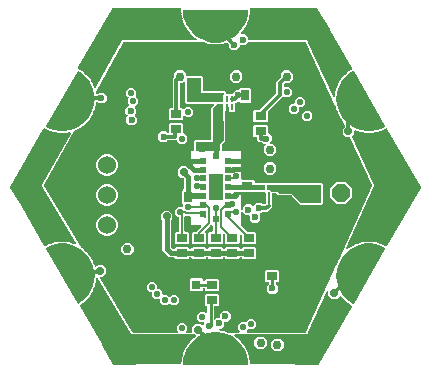
<source format=gbr>
G04 EAGLE Gerber RS-274X export*
G75*
%MOMM*%
%FSLAX34Y34*%
%LPD*%
%INTop Copper*%
%IPPOS*%
%AMOC8*
5,1,8,0,0,1.08239X$1,22.5*%
G01*
%ADD10R,0.900000X0.700000*%
%ADD11R,0.800000X0.800000*%
%ADD12P,1.649562X8X22.500000*%
%ADD13C,1.524000*%
%ADD14R,0.200000X0.100000*%
%ADD15R,0.515000X0.500000*%
%ADD16R,0.500000X0.535000*%
%ADD17R,1.200000X2.316000*%
%ADD18R,0.700000X0.900000*%
%ADD19C,0.208000*%
%ADD20R,0.280000X0.530000*%
%ADD21C,1.000000*%
%ADD22C,0.750000*%
%ADD23C,0.304800*%
%ADD24C,0.550000*%
%ADD25C,0.254000*%
%ADD26C,0.406400*%
%ADD27C,0.600000*%
%ADD28C,0.700000*%
%ADD29C,0.152400*%
%ADD30C,0.203200*%
%ADD31C,0.508000*%

G36*
X-32180Y27825D02*
X-32180Y27825D01*
X-32109Y27827D01*
X-32060Y27845D01*
X-32008Y27854D01*
X-31945Y27887D01*
X-31878Y27912D01*
X-31837Y27944D01*
X-31791Y27969D01*
X-31741Y28021D01*
X-31685Y28065D01*
X-31657Y28109D01*
X-31621Y28147D01*
X-31591Y28212D01*
X-31552Y28272D01*
X-31540Y28323D01*
X-31518Y28370D01*
X-31510Y28441D01*
X-31492Y28511D01*
X-31496Y28563D01*
X-31491Y28614D01*
X-31506Y28685D01*
X-31512Y28756D01*
X-31532Y28804D01*
X-31543Y28855D01*
X-31580Y28916D01*
X-31608Y28982D01*
X-31653Y29038D01*
X-31669Y29066D01*
X-31687Y29081D01*
X-31713Y29113D01*
X-32579Y29979D01*
X-32579Y33521D01*
X-30075Y36025D01*
X-26533Y36025D01*
X-24029Y33521D01*
X-24029Y29979D01*
X-24895Y29113D01*
X-24937Y29055D01*
X-24987Y29003D01*
X-25008Y28956D01*
X-25039Y28914D01*
X-25060Y28845D01*
X-25090Y28780D01*
X-25096Y28728D01*
X-25111Y28678D01*
X-25109Y28607D01*
X-25117Y28536D01*
X-25106Y28485D01*
X-25105Y28433D01*
X-25080Y28365D01*
X-25065Y28295D01*
X-25038Y28251D01*
X-25020Y28202D01*
X-24976Y28146D01*
X-24939Y28084D01*
X-24899Y28050D01*
X-24867Y28010D01*
X-24806Y27971D01*
X-24752Y27924D01*
X-24704Y27905D01*
X-24660Y27877D01*
X-24590Y27859D01*
X-24524Y27832D01*
X-24452Y27824D01*
X-24421Y27816D01*
X-24398Y27818D01*
X-24357Y27814D01*
X-20315Y27814D01*
X-20295Y27817D01*
X-20275Y27815D01*
X-20174Y27837D01*
X-20072Y27854D01*
X-20055Y27863D01*
X-20035Y27867D01*
X-19946Y27920D01*
X-19855Y27969D01*
X-19841Y27983D01*
X-19824Y27993D01*
X-19757Y28072D01*
X-19685Y28147D01*
X-19677Y28165D01*
X-19664Y28180D01*
X-19625Y28276D01*
X-19582Y28370D01*
X-19580Y28390D01*
X-19572Y28408D01*
X-19554Y28575D01*
X-19554Y32258D01*
X-16610Y35202D01*
X-12448Y35202D01*
X-11307Y34061D01*
X-11249Y34019D01*
X-11197Y33970D01*
X-11150Y33948D01*
X-11108Y33918D01*
X-11039Y33897D01*
X-10974Y33866D01*
X-10922Y33861D01*
X-10872Y33845D01*
X-10801Y33847D01*
X-10730Y33839D01*
X-10679Y33850D01*
X-10627Y33852D01*
X-10559Y33876D01*
X-10489Y33892D01*
X-10445Y33918D01*
X-10396Y33936D01*
X-10340Y33981D01*
X-10278Y34018D01*
X-10244Y34057D01*
X-10204Y34090D01*
X-10165Y34150D01*
X-10118Y34205D01*
X-10099Y34253D01*
X-10071Y34297D01*
X-10053Y34366D01*
X-10026Y34433D01*
X-10018Y34504D01*
X-10010Y34535D01*
X-10012Y34559D01*
X-10008Y34600D01*
X-10008Y35317D01*
X-9624Y35701D01*
X-9582Y35759D01*
X-9532Y35811D01*
X-9511Y35858D01*
X-9480Y35900D01*
X-9459Y35969D01*
X-9429Y36034D01*
X-9423Y36086D01*
X-9408Y36136D01*
X-9410Y36207D01*
X-9402Y36278D01*
X-9413Y36329D01*
X-9414Y36381D01*
X-9439Y36449D01*
X-9454Y36519D01*
X-9481Y36564D01*
X-9499Y36612D01*
X-9543Y36668D01*
X-9580Y36730D01*
X-9620Y36764D01*
X-9652Y36804D01*
X-9713Y36843D01*
X-9767Y36890D01*
X-9815Y36909D01*
X-9859Y36937D01*
X-9929Y36955D01*
X-9995Y36982D01*
X-10067Y36990D01*
X-10098Y36998D01*
X-10121Y36996D01*
X-10162Y37000D01*
X-12883Y37000D01*
X-15387Y39504D01*
X-15387Y43046D01*
X-12883Y45550D01*
X-9342Y45550D01*
X-8301Y44509D01*
X-8243Y44467D01*
X-8191Y44417D01*
X-8143Y44395D01*
X-8101Y44365D01*
X-8033Y44344D01*
X-7967Y44314D01*
X-7916Y44308D01*
X-7866Y44293D01*
X-7794Y44295D01*
X-7723Y44287D01*
X-7672Y44298D01*
X-7620Y44299D01*
X-7553Y44324D01*
X-7483Y44339D01*
X-7438Y44366D01*
X-7389Y44384D01*
X-7333Y44428D01*
X-7272Y44465D01*
X-7238Y44505D01*
X-7197Y44537D01*
X-7158Y44598D01*
X-7112Y44652D01*
X-7092Y44700D01*
X-7064Y44744D01*
X-7047Y44814D01*
X-7020Y44880D01*
X-7012Y44951D01*
X-7004Y44983D01*
X-7006Y45006D01*
X-7001Y45047D01*
X-7001Y49627D01*
X-7004Y49646D01*
X-7002Y49666D01*
X-7024Y49767D01*
X-7041Y49869D01*
X-7050Y49887D01*
X-7055Y49906D01*
X-7108Y49995D01*
X-7156Y50087D01*
X-7170Y50100D01*
X-7181Y50117D01*
X-7259Y50185D01*
X-7334Y50256D01*
X-7352Y50264D01*
X-7368Y50277D01*
X-7464Y50316D01*
X-7557Y50360D01*
X-7577Y50362D01*
X-7596Y50369D01*
X-7762Y50388D01*
X-8307Y50388D01*
X-9200Y51281D01*
X-9200Y59544D01*
X-8307Y60437D01*
X1957Y60437D01*
X2850Y59544D01*
X2850Y51281D01*
X1957Y50388D01*
X-651Y50388D01*
X-670Y50385D01*
X-690Y50387D01*
X-791Y50365D01*
X-893Y50348D01*
X-911Y50339D01*
X-930Y50334D01*
X-1019Y50281D01*
X-1111Y50233D01*
X-1124Y50219D01*
X-1141Y50208D01*
X-1209Y50130D01*
X-1280Y50055D01*
X-1288Y50037D01*
X-1301Y50021D01*
X-1340Y49925D01*
X-1384Y49832D01*
X-1386Y49812D01*
X-1393Y49793D01*
X-1412Y49627D01*
X-1412Y39482D01*
X-1400Y39411D01*
X-1398Y39340D01*
X-1380Y39291D01*
X-1372Y39239D01*
X-1338Y39176D01*
X-1314Y39109D01*
X-1281Y39068D01*
X-1257Y39022D01*
X-1205Y38973D01*
X-1160Y38917D01*
X-1116Y38888D01*
X-1079Y38853D01*
X-1014Y38822D01*
X-953Y38784D01*
X-903Y38771D01*
X-856Y38749D01*
X-784Y38741D01*
X-715Y38724D01*
X-663Y38728D01*
X-611Y38722D01*
X-541Y38737D01*
X-470Y38743D01*
X-422Y38763D01*
X-371Y38774D01*
X-309Y38811D01*
X-243Y38839D01*
X-187Y38884D01*
X-160Y38900D01*
X-144Y38918D01*
X-112Y38944D01*
X1051Y40107D01*
X3059Y40107D01*
X3079Y40110D01*
X3099Y40108D01*
X3200Y40130D01*
X3302Y40147D01*
X3320Y40156D01*
X3339Y40160D01*
X3428Y40213D01*
X3519Y40262D01*
X3533Y40276D01*
X3550Y40286D01*
X3618Y40365D01*
X3689Y40440D01*
X3697Y40458D01*
X3710Y40473D01*
X3749Y40569D01*
X3792Y40663D01*
X3795Y40683D01*
X3802Y40701D01*
X3821Y40868D01*
X3821Y43557D01*
X6471Y46207D01*
X10219Y46207D01*
X12870Y43557D01*
X12870Y39809D01*
X10219Y37158D01*
X8211Y37158D01*
X8191Y37155D01*
X8172Y37157D01*
X8070Y37135D01*
X7968Y37118D01*
X7951Y37109D01*
X7931Y37105D01*
X7842Y37052D01*
X7751Y37003D01*
X7737Y36989D01*
X7720Y36979D01*
X7653Y36900D01*
X7581Y36825D01*
X7573Y36807D01*
X7560Y36792D01*
X7521Y36695D01*
X7478Y36602D01*
X7476Y36582D01*
X7468Y36563D01*
X7450Y36397D01*
X7450Y33708D01*
X4799Y31057D01*
X3732Y31057D01*
X3666Y31047D01*
X3599Y31046D01*
X3545Y31027D01*
X3489Y31018D01*
X3430Y30986D01*
X3367Y30964D01*
X3322Y30929D01*
X3272Y30903D01*
X3226Y30854D01*
X3173Y30813D01*
X3142Y30766D01*
X3102Y30724D01*
X3074Y30664D01*
X3037Y30608D01*
X3023Y30553D01*
X2999Y30501D01*
X2991Y30435D01*
X2974Y30370D01*
X2978Y30313D01*
X2972Y30257D01*
X2986Y30191D01*
X2990Y30125D01*
X3012Y30072D01*
X3024Y30016D01*
X3058Y29959D01*
X3083Y29897D01*
X3121Y29854D01*
X3150Y29805D01*
X3201Y29762D01*
X3244Y29711D01*
X3294Y29682D01*
X3337Y29645D01*
X3399Y29620D01*
X3456Y29586D01*
X3534Y29566D01*
X3565Y29553D01*
X3592Y29550D01*
X3618Y29543D01*
X5403Y29274D01*
X5438Y29275D01*
X5472Y29267D01*
X5560Y29276D01*
X5649Y29277D01*
X5682Y29289D01*
X5717Y29292D01*
X5790Y29322D01*
X6405Y29132D01*
X6438Y29127D01*
X6516Y29107D01*
X7150Y29011D01*
X7205Y28966D01*
X7269Y28904D01*
X7300Y28889D01*
X7327Y28867D01*
X7481Y28800D01*
X9585Y28151D01*
X9619Y28146D01*
X9652Y28134D01*
X9741Y28130D01*
X9829Y28118D01*
X9863Y28124D01*
X9897Y28122D01*
X9975Y28140D01*
X10496Y27889D01*
X10579Y27865D01*
X10660Y27832D01*
X10707Y27827D01*
X10732Y27820D01*
X10763Y27821D01*
X10826Y27814D01*
X19866Y27814D01*
X19936Y27825D01*
X20008Y27827D01*
X20057Y27845D01*
X20108Y27854D01*
X20172Y27887D01*
X20239Y27912D01*
X20280Y27944D01*
X20326Y27969D01*
X20375Y28021D01*
X20431Y28065D01*
X20459Y28109D01*
X20495Y28147D01*
X20525Y28212D01*
X20564Y28272D01*
X20577Y28323D01*
X20599Y28370D01*
X20607Y28441D01*
X20624Y28511D01*
X20620Y28563D01*
X20626Y28614D01*
X20611Y28685D01*
X20605Y28756D01*
X20585Y28804D01*
X20574Y28855D01*
X20537Y28916D01*
X20509Y28982D01*
X20464Y29038D01*
X20447Y29066D01*
X20430Y29081D01*
X20404Y29113D01*
X19130Y30387D01*
X19130Y33928D01*
X21634Y36432D01*
X25266Y36432D01*
X25356Y36447D01*
X25447Y36454D01*
X25477Y36467D01*
X25509Y36472D01*
X25589Y36515D01*
X25673Y36551D01*
X25705Y36576D01*
X25726Y36587D01*
X25748Y36611D01*
X25804Y36655D01*
X28370Y39221D01*
X31911Y39221D01*
X34415Y36717D01*
X34415Y33176D01*
X31911Y30672D01*
X28280Y30672D01*
X28190Y30657D01*
X28099Y30650D01*
X28069Y30637D01*
X28037Y30632D01*
X27956Y30590D01*
X27872Y30554D01*
X27840Y30528D01*
X27820Y30517D01*
X27797Y30494D01*
X27741Y30449D01*
X26406Y29113D01*
X26364Y29055D01*
X26314Y29003D01*
X26293Y28956D01*
X26262Y28914D01*
X26241Y28845D01*
X26211Y28780D01*
X26205Y28728D01*
X26190Y28678D01*
X26192Y28607D01*
X26184Y28536D01*
X26195Y28485D01*
X26196Y28433D01*
X26221Y28365D01*
X26236Y28295D01*
X26263Y28251D01*
X26281Y28202D01*
X26325Y28146D01*
X26362Y28084D01*
X26402Y28050D01*
X26434Y28010D01*
X26495Y27971D01*
X26549Y27924D01*
X26597Y27905D01*
X26641Y27877D01*
X26711Y27859D01*
X26777Y27832D01*
X26849Y27824D01*
X26880Y27816D01*
X26903Y27818D01*
X26944Y27814D01*
X76200Y27814D01*
X76304Y27831D01*
X76410Y27843D01*
X76426Y27851D01*
X76443Y27854D01*
X76536Y27903D01*
X76632Y27948D01*
X76645Y27960D01*
X76660Y27969D01*
X76733Y28046D01*
X76809Y28119D01*
X76820Y28137D01*
X76830Y28147D01*
X76843Y28175D01*
X76895Y28263D01*
X102188Y84631D01*
X102194Y84653D01*
X102235Y84774D01*
X102301Y85063D01*
X102307Y85069D01*
X102387Y85140D01*
X102395Y85154D01*
X102407Y85165D01*
X102492Y85310D01*
X102647Y85655D01*
X102651Y85668D01*
X102661Y85688D01*
X103337Y87412D01*
X103344Y87446D01*
X103359Y87477D01*
X103370Y87565D01*
X103389Y87652D01*
X103385Y87687D01*
X103389Y87721D01*
X103377Y87800D01*
X103698Y88357D01*
X103710Y88388D01*
X103748Y88460D01*
X103982Y89056D01*
X104038Y89100D01*
X104113Y89148D01*
X104134Y89175D01*
X104162Y89197D01*
X104261Y89332D01*
X104405Y89581D01*
X104414Y89606D01*
X104440Y89650D01*
X132457Y152088D01*
X132487Y152201D01*
X132519Y152314D01*
X132519Y152320D01*
X132520Y152326D01*
X132513Y152443D01*
X132507Y152559D01*
X132505Y152566D01*
X132504Y152572D01*
X132497Y152589D01*
X132454Y152718D01*
X114058Y192663D01*
X114001Y192748D01*
X113949Y192835D01*
X113933Y192849D01*
X113921Y192867D01*
X113840Y192929D01*
X113762Y192995D01*
X113742Y193003D01*
X113725Y193016D01*
X113629Y193049D01*
X113534Y193087D01*
X113508Y193090D01*
X113493Y193095D01*
X113460Y193095D01*
X113367Y193106D01*
X110483Y193106D01*
X107540Y196049D01*
X107540Y200212D01*
X109248Y201920D01*
X109253Y201927D01*
X109260Y201932D01*
X109324Y202026D01*
X109391Y202119D01*
X109394Y202128D01*
X109399Y202135D01*
X109430Y202245D01*
X109464Y202355D01*
X109463Y202363D01*
X109466Y202372D01*
X109460Y202486D01*
X109457Y202600D01*
X109454Y202609D01*
X109454Y202617D01*
X109401Y202776D01*
X106947Y208104D01*
X106943Y208111D01*
X106941Y208118D01*
X106851Y208260D01*
X106562Y208623D01*
X106537Y208646D01*
X106517Y208675D01*
X106446Y208728D01*
X106380Y208788D01*
X106348Y208802D01*
X106320Y208823D01*
X106246Y208851D01*
X105925Y209409D01*
X105904Y209434D01*
X105861Y209503D01*
X105462Y210004D01*
X105452Y210075D01*
X105447Y210164D01*
X105435Y210196D01*
X105430Y210230D01*
X105362Y210384D01*
X104261Y212293D01*
X104239Y212320D01*
X104224Y212351D01*
X104161Y212415D01*
X104105Y212483D01*
X104076Y212502D01*
X104052Y212527D01*
X103983Y212566D01*
X103748Y213165D01*
X103731Y213194D01*
X103698Y213268D01*
X103378Y213823D01*
X103379Y213894D01*
X103388Y213983D01*
X103380Y214017D01*
X103381Y214051D01*
X103337Y214213D01*
X102532Y216265D01*
X102515Y216295D01*
X102504Y216328D01*
X102452Y216400D01*
X102407Y216477D01*
X102380Y216500D01*
X102360Y216528D01*
X102298Y216577D01*
X102155Y217204D01*
X102143Y217235D01*
X102121Y217313D01*
X101888Y217909D01*
X101888Y217910D01*
X101893Y217921D01*
X101900Y217983D01*
X101921Y218066D01*
X101918Y218101D01*
X101924Y218135D01*
X101905Y218302D01*
X101583Y219713D01*
X101577Y219728D01*
X101532Y219862D01*
X76891Y273368D01*
X76834Y273453D01*
X76782Y273541D01*
X76766Y273555D01*
X76754Y273572D01*
X76673Y273634D01*
X76595Y273701D01*
X76575Y273709D01*
X76558Y273722D01*
X76462Y273755D01*
X76367Y273793D01*
X76341Y273796D01*
X76326Y273801D01*
X76293Y273801D01*
X76200Y273811D01*
X27680Y273811D01*
X27590Y273797D01*
X27499Y273789D01*
X27469Y273777D01*
X27437Y273772D01*
X27356Y273729D01*
X27272Y273693D01*
X27240Y273667D01*
X27219Y273656D01*
X27197Y273633D01*
X27141Y273588D01*
X24946Y271393D01*
X21107Y271393D01*
X21088Y271390D01*
X21068Y271392D01*
X20967Y271370D01*
X20865Y271353D01*
X20847Y271344D01*
X20827Y271340D01*
X20738Y271286D01*
X20647Y271238D01*
X20633Y271224D01*
X20616Y271213D01*
X20549Y271135D01*
X20478Y271060D01*
X20469Y271042D01*
X20456Y271026D01*
X20418Y270930D01*
X20374Y270837D01*
X20372Y270817D01*
X20364Y270798D01*
X20346Y270632D01*
X20346Y269773D01*
X17696Y267122D01*
X13947Y267122D01*
X11297Y269773D01*
X11297Y271545D01*
X11282Y271635D01*
X11275Y271726D01*
X11262Y271756D01*
X11257Y271788D01*
X11214Y271868D01*
X11178Y271952D01*
X11153Y271984D01*
X11142Y272005D01*
X11118Y272027D01*
X11074Y272083D01*
X9984Y273173D01*
X9918Y273220D01*
X9857Y273275D01*
X9818Y273292D01*
X9784Y273316D01*
X9706Y273340D01*
X9631Y273373D01*
X9589Y273376D01*
X9549Y273389D01*
X9468Y273386D01*
X9386Y273393D01*
X9332Y273383D01*
X9303Y273382D01*
X9276Y273372D01*
X9221Y273362D01*
X7481Y272825D01*
X7450Y272809D01*
X7416Y272802D01*
X7340Y272755D01*
X7261Y272715D01*
X7236Y272691D01*
X7207Y272673D01*
X7153Y272614D01*
X6516Y272518D01*
X6485Y272508D01*
X6405Y272493D01*
X5793Y272304D01*
X5724Y272321D01*
X5639Y272349D01*
X5605Y272349D01*
X5571Y272357D01*
X5403Y272351D01*
X3226Y272023D01*
X3193Y272012D01*
X3158Y272009D01*
X3077Y271974D01*
X2992Y271947D01*
X2964Y271926D01*
X2932Y271913D01*
X2870Y271863D01*
X2227Y271863D01*
X2194Y271858D01*
X2113Y271855D01*
X1480Y271759D01*
X1413Y271786D01*
X1334Y271827D01*
X1300Y271832D01*
X1268Y271845D01*
X1101Y271863D01*
X-1101Y271863D01*
X-1135Y271858D01*
X-1170Y271860D01*
X-1256Y271838D01*
X-1344Y271824D01*
X-1374Y271807D01*
X-1408Y271799D01*
X-1477Y271759D01*
X-2113Y271855D01*
X-2146Y271854D01*
X-2227Y271863D01*
X-2867Y271863D01*
X-2929Y271900D01*
X-3001Y271952D01*
X-3034Y271962D01*
X-3064Y271979D01*
X-3226Y272023D01*
X-5403Y272351D01*
X-5438Y272350D01*
X-5472Y272358D01*
X-5560Y272349D01*
X-5649Y272348D01*
X-5682Y272336D01*
X-5717Y272333D01*
X-5790Y272303D01*
X-6405Y272493D01*
X-6438Y272498D01*
X-6516Y272518D01*
X-7150Y272614D01*
X-7205Y272659D01*
X-7269Y272721D01*
X-7300Y272736D01*
X-7327Y272758D01*
X-7481Y272825D01*
X-9585Y273474D01*
X-9619Y273479D01*
X-9652Y273491D01*
X-9741Y273495D01*
X-9829Y273507D01*
X-9863Y273501D01*
X-9897Y273503D01*
X-9975Y273485D01*
X-10496Y273736D01*
X-10579Y273760D01*
X-10660Y273793D01*
X-10707Y273798D01*
X-10732Y273805D01*
X-10763Y273804D01*
X-10826Y273811D01*
X-77788Y273811D01*
X-77861Y273799D01*
X-77936Y273797D01*
X-77982Y273779D01*
X-78030Y273772D01*
X-78096Y273737D01*
X-78166Y273710D01*
X-78204Y273679D01*
X-78248Y273656D01*
X-78299Y273602D01*
X-78357Y273555D01*
X-78395Y273501D01*
X-78417Y273478D01*
X-78428Y273455D01*
X-78454Y273418D01*
X-101386Y231921D01*
X-101410Y231855D01*
X-101442Y231793D01*
X-101451Y231740D01*
X-101469Y231690D01*
X-101470Y231619D01*
X-101481Y231550D01*
X-101473Y231476D01*
X-101473Y231444D01*
X-101467Y231422D01*
X-101462Y231383D01*
X-101419Y231192D01*
X-101405Y231160D01*
X-101400Y231126D01*
X-101359Y231047D01*
X-101326Y230965D01*
X-101303Y230938D01*
X-101287Y230907D01*
X-101233Y230849D01*
X-101185Y230208D01*
X-101177Y230176D01*
X-101168Y230096D01*
X-101164Y230080D01*
X-101142Y230026D01*
X-101130Y229969D01*
X-101096Y229913D01*
X-101072Y229852D01*
X-101034Y229808D01*
X-101004Y229758D01*
X-100954Y229716D01*
X-100911Y229666D01*
X-100861Y229636D01*
X-100817Y229598D01*
X-100756Y229574D01*
X-100700Y229540D01*
X-100643Y229528D01*
X-100589Y229506D01*
X-100490Y229496D01*
X-100459Y229489D01*
X-100445Y229491D01*
X-100422Y229488D01*
X-100394Y229488D01*
X-100304Y229503D01*
X-100213Y229510D01*
X-100183Y229522D01*
X-100151Y229528D01*
X-100071Y229570D01*
X-99987Y229606D01*
X-99955Y229632D01*
X-99934Y229643D01*
X-99912Y229666D01*
X-99856Y229711D01*
X-98603Y230964D01*
X-94854Y230964D01*
X-92204Y228313D01*
X-92204Y224565D01*
X-94854Y221915D01*
X-98603Y221915D01*
X-99796Y223108D01*
X-99831Y223133D01*
X-99860Y223165D01*
X-99930Y223204D01*
X-99995Y223251D01*
X-100037Y223264D01*
X-100075Y223285D01*
X-100154Y223300D01*
X-100230Y223323D01*
X-100274Y223322D01*
X-100317Y223330D01*
X-100396Y223319D01*
X-100476Y223317D01*
X-100517Y223302D01*
X-100560Y223296D01*
X-100632Y223260D01*
X-100707Y223233D01*
X-100741Y223205D01*
X-100780Y223186D01*
X-100837Y223129D01*
X-100899Y223079D01*
X-100923Y223042D01*
X-100954Y223011D01*
X-100989Y222939D01*
X-101032Y222872D01*
X-101043Y222830D01*
X-101062Y222791D01*
X-101089Y222646D01*
X-101092Y222633D01*
X-101092Y222630D01*
X-101093Y222626D01*
X-101098Y222558D01*
X-101095Y222524D01*
X-101100Y222489D01*
X-101084Y222402D01*
X-101076Y222313D01*
X-101063Y222281D01*
X-101057Y222247D01*
X-101022Y222176D01*
X-101165Y221548D01*
X-101167Y221515D01*
X-101182Y221436D01*
X-101230Y220797D01*
X-101270Y220738D01*
X-101328Y220670D01*
X-101340Y220638D01*
X-101360Y220609D01*
X-101415Y220451D01*
X-101905Y218302D01*
X-101907Y218267D01*
X-101917Y218234D01*
X-101915Y218145D01*
X-101916Y218124D01*
X-101920Y218087D01*
X-101919Y218080D01*
X-101920Y218056D01*
X-101911Y218023D01*
X-101910Y217988D01*
X-101886Y217913D01*
X-102121Y217313D01*
X-102128Y217281D01*
X-102155Y217204D01*
X-102297Y216580D01*
X-102346Y216528D01*
X-102413Y216469D01*
X-102430Y216439D01*
X-102454Y216414D01*
X-102532Y216265D01*
X-103337Y214213D01*
X-103344Y214179D01*
X-103359Y214148D01*
X-103370Y214060D01*
X-103389Y213973D01*
X-103385Y213938D01*
X-103389Y213904D01*
X-103377Y213826D01*
X-103698Y213268D01*
X-103710Y213237D01*
X-103748Y213165D01*
X-103982Y212569D01*
X-104038Y212525D01*
X-104113Y212477D01*
X-104134Y212450D01*
X-104162Y212428D01*
X-104261Y212293D01*
X-105362Y210384D01*
X-105375Y210351D01*
X-105394Y210323D01*
X-105418Y210237D01*
X-105449Y210154D01*
X-105451Y210119D01*
X-105460Y210086D01*
X-105460Y210006D01*
X-105861Y209503D01*
X-105877Y209474D01*
X-105925Y209409D01*
X-106245Y208854D01*
X-106307Y208819D01*
X-106388Y208782D01*
X-106414Y208759D01*
X-106444Y208742D01*
X-106562Y208623D01*
X-107936Y206899D01*
X-107953Y206869D01*
X-107976Y206843D01*
X-108013Y206762D01*
X-108056Y206684D01*
X-108063Y206650D01*
X-108077Y206619D01*
X-108088Y206540D01*
X-108560Y206102D01*
X-108580Y206076D01*
X-108637Y206019D01*
X-109037Y205518D01*
X-109103Y205492D01*
X-109189Y205468D01*
X-109218Y205449D01*
X-109250Y205436D01*
X-109385Y205336D01*
X-111000Y203837D01*
X-111021Y203809D01*
X-111048Y203788D01*
X-111096Y203713D01*
X-111151Y203642D01*
X-111162Y203610D01*
X-111181Y203580D01*
X-111204Y203505D01*
X-111736Y203142D01*
X-111760Y203119D01*
X-111825Y203071D01*
X-112294Y202635D01*
X-112364Y202620D01*
X-112453Y202609D01*
X-112484Y202594D01*
X-112518Y202586D01*
X-112666Y202508D01*
X-114487Y201265D01*
X-114512Y201241D01*
X-114542Y201224D01*
X-114600Y201157D01*
X-114665Y201096D01*
X-114681Y201065D01*
X-114704Y201039D01*
X-114738Y200967D01*
X-115318Y200688D01*
X-115345Y200669D01*
X-115416Y200631D01*
X-115945Y200270D01*
X-116017Y200265D01*
X-116106Y200267D01*
X-116139Y200257D01*
X-116174Y200255D01*
X-116332Y200199D01*
X-118317Y199242D01*
X-118346Y199222D01*
X-118378Y199210D01*
X-118446Y199152D01*
X-118519Y199101D01*
X-118539Y199073D01*
X-118566Y199051D01*
X-118610Y198985D01*
X-119225Y198795D01*
X-119255Y198780D01*
X-119331Y198754D01*
X-119637Y198606D01*
X-119659Y198590D01*
X-119685Y198581D01*
X-119760Y198520D01*
X-119838Y198465D01*
X-119855Y198443D01*
X-119876Y198426D01*
X-119973Y198289D01*
X-145129Y152768D01*
X-145151Y152705D01*
X-145183Y152645D01*
X-145193Y152589D01*
X-145211Y152537D01*
X-145213Y152469D01*
X-145224Y152402D01*
X-145215Y152347D01*
X-145216Y152291D01*
X-145195Y152226D01*
X-145185Y152159D01*
X-145152Y152088D01*
X-145142Y152056D01*
X-145129Y152039D01*
X-145115Y152007D01*
X-113735Y99931D01*
X-113684Y99870D01*
X-113640Y99804D01*
X-113595Y99766D01*
X-113576Y99744D01*
X-113552Y99729D01*
X-113512Y99695D01*
X-112666Y99117D01*
X-112634Y99103D01*
X-112607Y99081D01*
X-112524Y99051D01*
X-112443Y99014D01*
X-112408Y99010D01*
X-112376Y98998D01*
X-112297Y98992D01*
X-111825Y98554D01*
X-111798Y98536D01*
X-111736Y98483D01*
X-111207Y98122D01*
X-111177Y98058D01*
X-111146Y97974D01*
X-111125Y97947D01*
X-111110Y97915D01*
X-111000Y97788D01*
X-109385Y96289D01*
X-109356Y96269D01*
X-109332Y96244D01*
X-109254Y96202D01*
X-109180Y96153D01*
X-109147Y96144D01*
X-109116Y96127D01*
X-109039Y96110D01*
X-108637Y95606D01*
X-108613Y95584D01*
X-108560Y95523D01*
X-108091Y95087D01*
X-108070Y95018D01*
X-108053Y94931D01*
X-108035Y94901D01*
X-108025Y94868D01*
X-107936Y94726D01*
X-106562Y93002D01*
X-106537Y92979D01*
X-106517Y92950D01*
X-106446Y92897D01*
X-106380Y92837D01*
X-106348Y92823D01*
X-106320Y92802D01*
X-106246Y92774D01*
X-105925Y92216D01*
X-105904Y92191D01*
X-105861Y92122D01*
X-105462Y91621D01*
X-105452Y91550D01*
X-105447Y91461D01*
X-105435Y91429D01*
X-105430Y91395D01*
X-105362Y91241D01*
X-104261Y89332D01*
X-104239Y89305D01*
X-104224Y89274D01*
X-104161Y89210D01*
X-104105Y89142D01*
X-104076Y89123D01*
X-104052Y89098D01*
X-103983Y89059D01*
X-103748Y88460D01*
X-103734Y88436D01*
X-103733Y88434D01*
X-103729Y88426D01*
X-103698Y88357D01*
X-103378Y87802D01*
X-103379Y87731D01*
X-103388Y87642D01*
X-103380Y87608D01*
X-103381Y87574D01*
X-103337Y87412D01*
X-102532Y85360D01*
X-102515Y85330D01*
X-102504Y85297D01*
X-102452Y85225D01*
X-102407Y85148D01*
X-102380Y85125D01*
X-102360Y85097D01*
X-102298Y85048D01*
X-102155Y84421D01*
X-102143Y84390D01*
X-102121Y84312D01*
X-102026Y84069D01*
X-101999Y84023D01*
X-101981Y83973D01*
X-101937Y83918D01*
X-101901Y83857D01*
X-101860Y83823D01*
X-101827Y83781D01*
X-101768Y83743D01*
X-101714Y83697D01*
X-101665Y83677D01*
X-101620Y83648D01*
X-101552Y83631D01*
X-101486Y83604D01*
X-101433Y83601D01*
X-101382Y83588D01*
X-101311Y83594D01*
X-101241Y83589D01*
X-101189Y83603D01*
X-101137Y83607D01*
X-101072Y83635D01*
X-101003Y83653D01*
X-100959Y83683D01*
X-100910Y83704D01*
X-100822Y83774D01*
X-100799Y83790D01*
X-100792Y83798D01*
X-100779Y83809D01*
X-99626Y84962D01*
X-95463Y84962D01*
X-92519Y82019D01*
X-92519Y77856D01*
X-95463Y74913D01*
X-97313Y74913D01*
X-97414Y74896D01*
X-97516Y74885D01*
X-97535Y74876D01*
X-97556Y74873D01*
X-97646Y74825D01*
X-97739Y74782D01*
X-97754Y74768D01*
X-97773Y74758D01*
X-97843Y74684D01*
X-97918Y74614D01*
X-97928Y74595D01*
X-97942Y74580D01*
X-97985Y74487D01*
X-98034Y74396D01*
X-98037Y74376D01*
X-98046Y74357D01*
X-98057Y74255D01*
X-98074Y74154D01*
X-98071Y74133D01*
X-98073Y74112D01*
X-98051Y74012D01*
X-98035Y73911D01*
X-98024Y73887D01*
X-98021Y73872D01*
X-98004Y73844D01*
X-97965Y73759D01*
X-70502Y28182D01*
X-70463Y28136D01*
X-70432Y28084D01*
X-70384Y28043D01*
X-70343Y27995D01*
X-70291Y27964D01*
X-70245Y27924D01*
X-70186Y27900D01*
X-70132Y27868D01*
X-70073Y27855D01*
X-70017Y27832D01*
X-69923Y27822D01*
X-69892Y27815D01*
X-69876Y27817D01*
X-69850Y27814D01*
X-32251Y27814D01*
X-32180Y27825D01*
G37*
%LPC*%
G36*
X-33707Y103075D02*
X-33707Y103075D01*
X-34600Y103968D01*
X-34600Y112232D01*
X-33707Y113125D01*
X-31623Y113125D01*
X-31603Y113128D01*
X-31584Y113126D01*
X-31482Y113148D01*
X-31380Y113164D01*
X-31363Y113174D01*
X-31343Y113178D01*
X-31254Y113231D01*
X-31163Y113280D01*
X-31149Y113294D01*
X-31132Y113304D01*
X-31065Y113383D01*
X-30993Y113458D01*
X-30985Y113476D01*
X-30972Y113491D01*
X-30933Y113587D01*
X-30890Y113681D01*
X-30888Y113701D01*
X-30880Y113719D01*
X-30862Y113886D01*
X-30862Y124688D01*
X-30865Y124708D01*
X-30863Y124727D01*
X-30885Y124829D01*
X-30901Y124931D01*
X-30911Y124948D01*
X-30915Y124968D01*
X-30968Y125057D01*
X-31017Y125148D01*
X-31031Y125162D01*
X-31041Y125179D01*
X-31120Y125246D01*
X-31195Y125318D01*
X-31213Y125326D01*
X-31228Y125339D01*
X-31324Y125378D01*
X-31418Y125421D01*
X-31438Y125423D01*
X-31456Y125431D01*
X-31623Y125449D01*
X-31933Y125449D01*
X-34437Y127953D01*
X-34437Y131495D01*
X-31933Y133999D01*
X-28302Y133999D01*
X-28282Y134002D01*
X-28262Y134000D01*
X-28161Y134022D01*
X-28059Y134038D01*
X-28041Y134048D01*
X-28022Y134052D01*
X-27933Y134105D01*
X-27841Y134154D01*
X-27828Y134168D01*
X-27811Y134178D01*
X-27743Y134257D01*
X-27672Y134332D01*
X-27664Y134350D01*
X-27651Y134365D01*
X-27612Y134461D01*
X-27568Y134555D01*
X-27566Y134575D01*
X-27559Y134593D01*
X-27540Y134760D01*
X-27540Y135695D01*
X-27531Y135710D01*
X-27471Y135793D01*
X-27465Y135812D01*
X-27454Y135829D01*
X-27429Y135930D01*
X-27398Y136029D01*
X-27399Y136049D01*
X-27394Y136068D01*
X-27402Y136171D01*
X-27405Y136274D01*
X-27411Y136293D01*
X-27413Y136313D01*
X-27453Y136408D01*
X-27489Y136505D01*
X-27501Y136521D01*
X-27509Y136539D01*
X-27614Y136670D01*
X-28687Y137743D01*
X-28687Y148007D01*
X-27794Y148900D01*
X-27543Y148900D01*
X-27523Y148903D01*
X-27504Y148901D01*
X-27402Y148923D01*
X-27300Y148939D01*
X-27283Y148949D01*
X-27263Y148953D01*
X-27174Y149006D01*
X-27083Y149055D01*
X-27069Y149069D01*
X-27052Y149079D01*
X-26985Y149158D01*
X-26913Y149233D01*
X-26905Y149251D01*
X-26892Y149266D01*
X-26853Y149362D01*
X-26810Y149456D01*
X-26808Y149476D01*
X-26800Y149494D01*
X-26782Y149661D01*
X-26782Y157727D01*
X-26785Y157746D01*
X-26783Y157766D01*
X-26805Y157867D01*
X-26821Y157969D01*
X-26831Y157987D01*
X-26835Y158006D01*
X-26888Y158095D01*
X-26937Y158187D01*
X-26951Y158200D01*
X-26961Y158217D01*
X-27040Y158285D01*
X-27115Y158356D01*
X-27133Y158364D01*
X-27148Y158377D01*
X-27244Y158416D01*
X-27338Y158460D01*
X-27358Y158462D01*
X-27376Y158469D01*
X-27543Y158488D01*
X-29069Y158488D01*
X-32012Y161431D01*
X-32012Y165594D01*
X-29069Y168537D01*
X-24906Y168537D01*
X-22446Y166077D01*
X-22388Y166035D01*
X-22336Y165986D01*
X-22288Y165964D01*
X-22246Y165933D01*
X-22178Y165912D01*
X-22112Y165882D01*
X-22061Y165876D01*
X-22011Y165861D01*
X-21939Y165863D01*
X-21868Y165855D01*
X-21817Y165866D01*
X-21765Y165867D01*
X-21698Y165892D01*
X-21628Y165907D01*
X-21583Y165934D01*
X-21534Y165952D01*
X-21478Y165997D01*
X-21417Y166033D01*
X-21383Y166073D01*
X-21342Y166105D01*
X-21303Y166166D01*
X-21257Y166220D01*
X-21237Y166269D01*
X-21209Y166312D01*
X-21192Y166382D01*
X-21165Y166448D01*
X-21157Y166520D01*
X-21149Y166551D01*
X-21151Y166574D01*
X-21146Y166615D01*
X-21146Y181186D01*
X-20848Y181484D01*
X-18669Y181484D01*
X-18649Y181487D01*
X-18630Y181485D01*
X-18528Y181507D01*
X-18426Y181523D01*
X-18409Y181533D01*
X-18389Y181537D01*
X-18300Y181590D01*
X-18209Y181639D01*
X-18195Y181653D01*
X-18178Y181663D01*
X-18111Y181742D01*
X-18039Y181817D01*
X-18031Y181835D01*
X-18018Y181850D01*
X-17979Y181946D01*
X-17936Y182040D01*
X-17934Y182060D01*
X-17926Y182078D01*
X-17908Y182245D01*
X-17908Y189755D01*
X-16717Y190945D01*
X-4381Y190945D01*
X-4362Y190948D01*
X-4342Y190946D01*
X-4241Y190968D01*
X-4139Y190985D01*
X-4121Y190994D01*
X-4102Y190999D01*
X-4013Y191052D01*
X-3921Y191100D01*
X-3908Y191114D01*
X-3891Y191125D01*
X-3823Y191203D01*
X-3752Y191278D01*
X-3744Y191296D01*
X-3731Y191312D01*
X-3692Y191408D01*
X-3648Y191501D01*
X-3646Y191521D01*
X-3639Y191540D01*
X-3620Y191706D01*
X-3620Y218330D01*
X-2207Y219743D01*
X-1698Y220251D01*
X-1657Y220310D01*
X-1607Y220361D01*
X-1585Y220409D01*
X-1555Y220451D01*
X-1534Y220519D01*
X-1504Y220585D01*
X-1498Y220636D01*
X-1483Y220686D01*
X-1484Y220758D01*
X-1477Y220829D01*
X-1488Y220880D01*
X-1489Y220932D01*
X-1514Y220999D01*
X-1529Y221069D01*
X-1556Y221114D01*
X-1573Y221163D01*
X-1618Y221219D01*
X-1655Y221280D01*
X-1695Y221314D01*
X-1727Y221355D01*
X-1787Y221394D01*
X-1842Y221440D01*
X-1890Y221460D01*
X-1934Y221488D01*
X-2003Y221505D01*
X-2070Y221532D01*
X-2141Y221540D01*
X-2173Y221548D01*
X-2196Y221546D01*
X-2237Y221551D01*
X-24760Y221551D01*
X-26099Y222890D01*
X-26099Y239241D01*
X-26111Y239312D01*
X-26113Y239383D01*
X-26131Y239432D01*
X-26139Y239484D01*
X-26173Y239547D01*
X-26197Y239614D01*
X-26230Y239655D01*
X-26254Y239701D01*
X-26306Y239750D01*
X-26351Y239806D01*
X-26395Y239834D01*
X-26432Y239870D01*
X-26497Y239901D01*
X-26558Y239939D01*
X-26608Y239952D01*
X-26655Y239974D01*
X-26727Y239982D01*
X-26796Y239999D01*
X-26848Y239995D01*
X-26900Y240001D01*
X-26970Y239986D01*
X-27041Y239980D01*
X-27089Y239960D01*
X-27140Y239949D01*
X-27202Y239912D01*
X-27268Y239884D01*
X-27324Y239839D01*
X-27351Y239823D01*
X-27367Y239805D01*
X-27399Y239779D01*
X-27978Y239200D01*
X-29528Y239200D01*
X-29547Y239197D01*
X-29567Y239199D01*
X-29668Y239177D01*
X-29770Y239161D01*
X-29788Y239151D01*
X-29807Y239147D01*
X-29896Y239094D01*
X-29988Y239045D01*
X-30001Y239031D01*
X-30018Y239021D01*
X-30086Y238942D01*
X-30157Y238867D01*
X-30165Y238849D01*
X-30178Y238834D01*
X-30217Y238738D01*
X-30261Y238644D01*
X-30263Y238624D01*
X-30270Y238606D01*
X-30289Y238439D01*
X-30289Y218661D01*
X-30286Y218641D01*
X-30288Y218622D01*
X-30266Y218520D01*
X-30249Y218418D01*
X-30240Y218401D01*
X-30235Y218381D01*
X-30182Y218292D01*
X-30134Y218201D01*
X-30120Y218187D01*
X-30109Y218170D01*
X-30031Y218103D01*
X-29956Y218031D01*
X-29938Y218023D01*
X-29922Y218010D01*
X-29826Y217971D01*
X-29733Y217928D01*
X-29713Y217926D01*
X-29694Y217918D01*
X-29528Y217900D01*
X-28206Y217900D01*
X-27777Y217470D01*
X-27760Y217459D01*
X-27748Y217443D01*
X-27661Y217387D01*
X-27577Y217327D01*
X-27558Y217321D01*
X-27541Y217310D01*
X-27441Y217285D01*
X-27342Y217254D01*
X-27322Y217255D01*
X-27303Y217250D01*
X-27200Y217258D01*
X-27096Y217261D01*
X-27077Y217268D01*
X-27057Y217269D01*
X-26962Y217310D01*
X-26865Y217345D01*
X-26849Y217358D01*
X-26831Y217366D01*
X-26700Y217470D01*
X-25005Y219166D01*
X-21463Y219166D01*
X-18959Y216662D01*
X-18959Y213120D01*
X-21463Y210616D01*
X-25005Y210616D01*
X-26013Y211625D01*
X-26071Y211667D01*
X-26123Y211716D01*
X-26171Y211738D01*
X-26213Y211768D01*
X-26281Y211789D01*
X-26347Y211820D01*
X-26398Y211825D01*
X-26448Y211841D01*
X-26520Y211839D01*
X-26591Y211847D01*
X-26642Y211836D01*
X-26694Y211834D01*
X-26761Y211810D01*
X-26831Y211794D01*
X-26876Y211768D01*
X-26925Y211750D01*
X-26981Y211705D01*
X-27042Y211668D01*
X-27076Y211629D01*
X-27117Y211596D01*
X-27156Y211536D01*
X-27202Y211481D01*
X-27222Y211433D01*
X-27250Y211389D01*
X-27267Y211320D01*
X-27294Y211253D01*
X-27302Y211182D01*
X-27310Y211151D01*
X-27308Y211127D01*
X-27313Y211086D01*
X-27313Y208743D01*
X-28206Y207850D01*
X-38469Y207850D01*
X-39362Y208743D01*
X-39362Y217007D01*
X-38469Y217900D01*
X-37147Y217900D01*
X-37128Y217903D01*
X-37108Y217901D01*
X-37007Y217923D01*
X-36905Y217939D01*
X-36887Y217949D01*
X-36868Y217953D01*
X-36779Y218006D01*
X-36687Y218055D01*
X-36674Y218069D01*
X-36657Y218079D01*
X-36589Y218158D01*
X-36518Y218233D01*
X-36510Y218251D01*
X-36497Y218266D01*
X-36458Y218362D01*
X-36414Y218456D01*
X-36412Y218476D01*
X-36405Y218494D01*
X-36386Y218661D01*
X-36386Y242563D01*
X-35660Y243289D01*
X-35607Y243363D01*
X-35548Y243432D01*
X-35536Y243462D01*
X-35517Y243489D01*
X-35490Y243576D01*
X-35456Y243660D01*
X-35451Y243701D01*
X-35444Y243724D01*
X-35445Y243756D01*
X-35437Y243827D01*
X-35437Y246660D01*
X-32347Y249750D01*
X-27978Y249750D01*
X-24888Y246660D01*
X-24888Y245935D01*
X-24885Y245916D01*
X-24887Y245896D01*
X-24865Y245795D01*
X-24848Y245693D01*
X-24839Y245675D01*
X-24834Y245656D01*
X-24781Y245567D01*
X-24733Y245475D01*
X-24719Y245462D01*
X-24708Y245445D01*
X-24630Y245377D01*
X-24555Y245306D01*
X-24537Y245298D01*
X-24521Y245285D01*
X-24425Y245246D01*
X-24332Y245202D01*
X-24312Y245200D01*
X-24293Y245193D01*
X-24127Y245174D01*
X-11753Y245174D01*
X-10413Y243835D01*
X-10413Y233235D01*
X-10410Y233216D01*
X-10412Y233196D01*
X-10390Y233095D01*
X-10374Y232993D01*
X-10364Y232975D01*
X-10360Y232956D01*
X-10307Y232867D01*
X-10258Y232775D01*
X-10244Y232762D01*
X-10234Y232745D01*
X-10155Y232677D01*
X-10080Y232606D01*
X-10062Y232598D01*
X-10047Y232585D01*
X-9951Y232546D01*
X-9857Y232502D01*
X-9837Y232500D01*
X-9819Y232493D01*
X-9652Y232474D01*
X7297Y232474D01*
X8637Y231135D01*
X8637Y230586D01*
X8640Y230566D01*
X8638Y230547D01*
X8660Y230445D01*
X8676Y230343D01*
X8686Y230326D01*
X8690Y230306D01*
X8743Y230217D01*
X8792Y230126D01*
X8806Y230112D01*
X8816Y230095D01*
X8895Y230028D01*
X8970Y229956D01*
X8988Y229948D01*
X9003Y229935D01*
X9099Y229896D01*
X9193Y229853D01*
X9213Y229851D01*
X9231Y229843D01*
X9398Y229825D01*
X13764Y229825D01*
X13784Y229828D01*
X13803Y229826D01*
X13905Y229848D01*
X14007Y229864D01*
X14024Y229874D01*
X14044Y229878D01*
X14133Y229931D01*
X14224Y229980D01*
X14238Y229994D01*
X14255Y230004D01*
X14322Y230083D01*
X14394Y230158D01*
X14402Y230176D01*
X14415Y230191D01*
X14454Y230287D01*
X14497Y230381D01*
X14499Y230401D01*
X14507Y230419D01*
X14511Y230460D01*
X17176Y233125D01*
X19464Y233125D01*
X19484Y233128D01*
X19503Y233126D01*
X19605Y233148D01*
X19707Y233164D01*
X19724Y233174D01*
X19744Y233178D01*
X19833Y233231D01*
X19924Y233280D01*
X19938Y233294D01*
X19955Y233304D01*
X20022Y233383D01*
X20094Y233458D01*
X20102Y233476D01*
X20115Y233491D01*
X20154Y233587D01*
X20197Y233681D01*
X20199Y233701D01*
X20203Y233709D01*
X21118Y234625D01*
X29382Y234625D01*
X30275Y233732D01*
X30275Y223468D01*
X29382Y222575D01*
X21118Y222575D01*
X20195Y223499D01*
X20186Y223557D01*
X20176Y223574D01*
X20172Y223594D01*
X20119Y223683D01*
X20070Y223774D01*
X20056Y223788D01*
X20046Y223805D01*
X19967Y223872D01*
X19892Y223944D01*
X19874Y223952D01*
X19859Y223965D01*
X19763Y224004D01*
X19669Y224047D01*
X19649Y224049D01*
X19631Y224057D01*
X19464Y224075D01*
X19152Y224075D01*
X19062Y224061D01*
X18971Y224053D01*
X18941Y224041D01*
X18909Y224036D01*
X18829Y223993D01*
X18745Y223957D01*
X18713Y223931D01*
X18692Y223920D01*
X18670Y223897D01*
X18614Y223852D01*
X17363Y222601D01*
X17211Y222601D01*
X17191Y222598D01*
X17172Y222600D01*
X17070Y222578D01*
X16968Y222562D01*
X16951Y222552D01*
X16931Y222548D01*
X16842Y222495D01*
X16751Y222446D01*
X16737Y222432D01*
X16720Y222422D01*
X16653Y222343D01*
X16581Y222268D01*
X16573Y222250D01*
X16560Y222235D01*
X16521Y222139D01*
X16478Y222045D01*
X16476Y222025D01*
X16468Y222007D01*
X16450Y221840D01*
X16450Y215568D01*
X15557Y214675D01*
X11493Y214675D01*
X10600Y215568D01*
X10600Y220714D01*
X10597Y220734D01*
X10599Y220753D01*
X10577Y220855D01*
X10561Y220957D01*
X10551Y220974D01*
X10547Y220994D01*
X10494Y221083D01*
X10445Y221174D01*
X10431Y221188D01*
X10421Y221205D01*
X10342Y221272D01*
X10267Y221344D01*
X10249Y221352D01*
X10234Y221365D01*
X10138Y221404D01*
X10044Y221447D01*
X10024Y221449D01*
X10006Y221457D01*
X9839Y221475D01*
X9211Y221475D01*
X9191Y221472D01*
X9172Y221474D01*
X9070Y221452D01*
X8968Y221436D01*
X8951Y221426D01*
X8931Y221422D01*
X8842Y221369D01*
X8751Y221320D01*
X8737Y221306D01*
X8720Y221296D01*
X8653Y221217D01*
X8581Y221142D01*
X8573Y221124D01*
X8560Y221109D01*
X8521Y221013D01*
X8478Y220919D01*
X8476Y220899D01*
X8468Y220881D01*
X8450Y220714D01*
X8450Y215484D01*
X8435Y215438D01*
X8401Y215353D01*
X8397Y215312D01*
X8390Y215290D01*
X8391Y215258D01*
X8383Y215186D01*
X8383Y189658D01*
X5431Y186706D01*
X5378Y186632D01*
X5318Y186563D01*
X5306Y186532D01*
X5287Y186506D01*
X5260Y186419D01*
X5237Y186361D01*
X5236Y186359D01*
X5236Y186358D01*
X5226Y186334D01*
X5222Y186293D01*
X5215Y186271D01*
X5216Y186239D01*
X5208Y186168D01*
X5208Y182245D01*
X5211Y182225D01*
X5209Y182206D01*
X5231Y182104D01*
X5247Y182002D01*
X5257Y181985D01*
X5261Y181965D01*
X5314Y181876D01*
X5363Y181785D01*
X5377Y181771D01*
X5387Y181754D01*
X5466Y181687D01*
X5541Y181615D01*
X5559Y181607D01*
X5574Y181594D01*
X5670Y181555D01*
X5764Y181512D01*
X5784Y181510D01*
X5802Y181502D01*
X5969Y181484D01*
X20848Y181484D01*
X21146Y181186D01*
X21146Y163014D01*
X21161Y162924D01*
X21168Y162833D01*
X21181Y162804D01*
X21186Y162772D01*
X21229Y162691D01*
X21264Y162607D01*
X21290Y162575D01*
X21301Y162554D01*
X21324Y162532D01*
X21369Y162476D01*
X21912Y161933D01*
X21912Y158268D01*
X21899Y158241D01*
X21893Y158189D01*
X21878Y158140D01*
X21880Y158068D01*
X21872Y157997D01*
X21883Y157946D01*
X21884Y157894D01*
X21909Y157826D01*
X21924Y157756D01*
X21951Y157712D01*
X21969Y157663D01*
X22014Y157607D01*
X22051Y157545D01*
X22090Y157511D01*
X22122Y157471D01*
X22183Y157432D01*
X22237Y157385D01*
X22286Y157366D01*
X22329Y157338D01*
X22399Y157320D01*
X22466Y157293D01*
X22537Y157285D01*
X22568Y157277D01*
X22591Y157279D01*
X22632Y157275D01*
X32119Y157275D01*
X33012Y156382D01*
X33012Y155194D01*
X33015Y155174D01*
X33013Y155155D01*
X33035Y155053D01*
X33052Y154951D01*
X33061Y154934D01*
X33066Y154914D01*
X33119Y154825D01*
X33167Y154734D01*
X33181Y154720D01*
X33192Y154703D01*
X33270Y154636D01*
X33345Y154564D01*
X33363Y154556D01*
X33379Y154543D01*
X33475Y154504D01*
X33568Y154461D01*
X33588Y154459D01*
X33607Y154451D01*
X33773Y154433D01*
X42117Y154433D01*
X42324Y154226D01*
X42340Y154214D01*
X42353Y154198D01*
X42440Y154142D01*
X42524Y154082D01*
X42543Y154076D01*
X42560Y154065D01*
X42660Y154040D01*
X42759Y154010D01*
X42779Y154010D01*
X42798Y154005D01*
X42901Y154013D01*
X43005Y154016D01*
X43024Y154023D01*
X43043Y154024D01*
X43138Y154065D01*
X43236Y154100D01*
X43252Y154113D01*
X43270Y154121D01*
X43401Y154226D01*
X43608Y154433D01*
X81570Y154433D01*
X81660Y154447D01*
X81751Y154455D01*
X81781Y154467D01*
X81813Y154472D01*
X81865Y154500D01*
X86407Y154500D01*
X86453Y154485D01*
X86538Y154451D01*
X86579Y154447D01*
X86601Y154440D01*
X86633Y154441D01*
X86705Y154433D01*
X89742Y154433D01*
X90933Y153242D01*
X90933Y137270D01*
X89742Y136080D01*
X83530Y136080D01*
X83440Y136065D01*
X83349Y136058D01*
X83319Y136045D01*
X83287Y136040D01*
X83235Y136013D01*
X78693Y136013D01*
X78647Y136027D01*
X78562Y136061D01*
X78521Y136066D01*
X78499Y136073D01*
X78467Y136072D01*
X78395Y136080D01*
X72183Y136080D01*
X64468Y143794D01*
X64395Y143847D01*
X64325Y143907D01*
X64295Y143919D01*
X64269Y143938D01*
X64182Y143965D01*
X64097Y143999D01*
X64056Y144003D01*
X64034Y144010D01*
X64001Y144009D01*
X63930Y144017D01*
X53133Y144017D01*
X51768Y145382D01*
X51695Y145435D01*
X51625Y145494D01*
X51595Y145507D01*
X51569Y145525D01*
X51482Y145552D01*
X51397Y145586D01*
X51356Y145591D01*
X51334Y145598D01*
X51301Y145597D01*
X51230Y145605D01*
X48188Y145605D01*
X48169Y145602D01*
X48149Y145604D01*
X48048Y145582D01*
X47946Y145565D01*
X47928Y145556D01*
X47909Y145551D01*
X47820Y145498D01*
X47728Y145450D01*
X47715Y145436D01*
X47698Y145425D01*
X47630Y145347D01*
X47559Y145272D01*
X47551Y145254D01*
X47538Y145238D01*
X47499Y145142D01*
X47455Y145049D01*
X47453Y145029D01*
X47446Y145010D01*
X47427Y144844D01*
X47427Y144416D01*
X47422Y144403D01*
X47417Y144362D01*
X47410Y144339D01*
X47411Y144307D01*
X47403Y144236D01*
X47403Y137174D01*
X47418Y137084D01*
X47425Y136993D01*
X47438Y136963D01*
X47443Y136931D01*
X47486Y136850D01*
X47521Y136766D01*
X47547Y136734D01*
X47558Y136714D01*
X47581Y136691D01*
X47626Y136635D01*
X47911Y136350D01*
X47911Y133825D01*
X44374Y130288D01*
X40427Y130288D01*
X40337Y130273D01*
X40246Y130266D01*
X40216Y130253D01*
X40184Y130248D01*
X40104Y130205D01*
X40020Y130170D01*
X39988Y130144D01*
X39967Y130133D01*
X39945Y130110D01*
X39889Y130065D01*
X38636Y128812D01*
X38178Y128812D01*
X38107Y128800D01*
X38035Y128798D01*
X37986Y128780D01*
X37935Y128772D01*
X37872Y128739D01*
X37804Y128714D01*
X37764Y128681D01*
X37718Y128657D01*
X37668Y128605D01*
X37612Y128560D01*
X37584Y128516D01*
X37548Y128479D01*
X37518Y128414D01*
X37479Y128353D01*
X37467Y128303D01*
X37445Y128256D01*
X37437Y128184D01*
X37419Y128115D01*
X37423Y128063D01*
X37418Y128011D01*
X37433Y127941D01*
X37438Y127869D01*
X37459Y127822D01*
X37470Y127771D01*
X37507Y127709D01*
X37535Y127643D01*
X37579Y127587D01*
X37596Y127560D01*
X37614Y127544D01*
X37639Y127512D01*
X37851Y127300D01*
X37851Y123552D01*
X35201Y120901D01*
X31453Y120901D01*
X28802Y123552D01*
X28802Y126490D01*
X28799Y126510D01*
X28801Y126529D01*
X28779Y126631D01*
X28762Y126733D01*
X28753Y126750D01*
X28749Y126770D01*
X28696Y126859D01*
X28647Y126950D01*
X28633Y126964D01*
X28623Y126981D01*
X28544Y127048D01*
X28469Y127120D01*
X28451Y127128D01*
X28436Y127141D01*
X28339Y127180D01*
X28246Y127223D01*
X28226Y127225D01*
X28207Y127233D01*
X28041Y127251D01*
X26016Y127251D01*
X23266Y130002D01*
X23207Y130044D01*
X23155Y130093D01*
X23108Y130115D01*
X23066Y130145D01*
X22997Y130166D01*
X22932Y130197D01*
X22880Y130202D01*
X22831Y130218D01*
X22759Y130216D01*
X22688Y130224D01*
X22637Y130213D01*
X22585Y130211D01*
X22517Y130187D01*
X22447Y130171D01*
X22403Y130145D01*
X22354Y130127D01*
X22298Y130082D01*
X22236Y130045D01*
X22202Y130006D01*
X22162Y129973D01*
X22123Y129913D01*
X22076Y129858D01*
X22057Y129810D01*
X22029Y129766D01*
X22011Y129697D01*
X21984Y129630D01*
X21977Y129559D01*
X21969Y129528D01*
X21971Y129504D01*
X21966Y129464D01*
X21966Y128404D01*
X21369Y127808D01*
X21316Y127734D01*
X21257Y127664D01*
X21244Y127634D01*
X21226Y127608D01*
X21199Y127521D01*
X21165Y127436D01*
X21160Y127395D01*
X21153Y127373D01*
X21154Y127341D01*
X21146Y127269D01*
X21146Y119437D01*
X21161Y119347D01*
X21168Y119256D01*
X21181Y119226D01*
X21186Y119194D01*
X21229Y119114D01*
X21264Y119030D01*
X21290Y118998D01*
X21301Y118977D01*
X21324Y118955D01*
X21369Y118899D01*
X26920Y113348D01*
X26994Y113295D01*
X27064Y113235D01*
X27094Y113223D01*
X27120Y113204D01*
X27207Y113177D01*
X27292Y113143D01*
X27333Y113139D01*
X27355Y113132D01*
X27387Y113133D01*
X27459Y113125D01*
X33707Y113125D01*
X34600Y112232D01*
X34600Y103968D01*
X33707Y103075D01*
X23443Y103075D01*
X22550Y103968D01*
X22550Y110216D01*
X22536Y110306D01*
X22528Y110397D01*
X22516Y110427D01*
X22511Y110459D01*
X22468Y110539D01*
X22432Y110624D01*
X22406Y110656D01*
X22395Y110676D01*
X22372Y110699D01*
X22327Y110755D01*
X21612Y111470D01*
X21554Y111512D01*
X21502Y111561D01*
X21454Y111583D01*
X21412Y111614D01*
X21344Y111635D01*
X21278Y111665D01*
X21227Y111671D01*
X21177Y111686D01*
X21105Y111684D01*
X21034Y111692D01*
X20983Y111681D01*
X20931Y111680D01*
X20864Y111655D01*
X20794Y111640D01*
X20749Y111613D01*
X20700Y111595D01*
X20644Y111550D01*
X20583Y111514D01*
X20549Y111474D01*
X20508Y111441D01*
X20469Y111381D01*
X20423Y111327D01*
X20403Y111278D01*
X20375Y111235D01*
X20358Y111165D01*
X20331Y111099D01*
X20323Y111027D01*
X20315Y110996D01*
X20317Y110973D01*
X20312Y110932D01*
X20312Y103968D01*
X19419Y103075D01*
X9156Y103075D01*
X8263Y103968D01*
X8263Y110576D01*
X8248Y110666D01*
X8241Y110757D01*
X8228Y110786D01*
X8223Y110818D01*
X8180Y110899D01*
X8145Y110983D01*
X8119Y111015D01*
X8108Y111036D01*
X8085Y111058D01*
X8040Y111114D01*
X7324Y111829D01*
X7266Y111871D01*
X7214Y111921D01*
X7167Y111943D01*
X7125Y111973D01*
X7056Y111994D01*
X6991Y112024D01*
X6939Y112030D01*
X6889Y112045D01*
X6818Y112043D01*
X6747Y112051D01*
X6696Y112040D01*
X6644Y112039D01*
X6576Y112014D01*
X6506Y111999D01*
X6462Y111972D01*
X6413Y111954D01*
X6357Y111910D01*
X6295Y111873D01*
X6261Y111833D01*
X6221Y111801D01*
X6182Y111740D01*
X6135Y111686D01*
X6116Y111638D01*
X6088Y111594D01*
X6070Y111524D01*
X6043Y111458D01*
X6035Y111386D01*
X6027Y111355D01*
X6029Y111332D01*
X6025Y111291D01*
X6025Y103968D01*
X5132Y103075D01*
X-5132Y103075D01*
X-6025Y103968D01*
X-6025Y112232D01*
X-5132Y113125D01*
X-3302Y113125D01*
X-3282Y113128D01*
X-3263Y113126D01*
X-3161Y113148D01*
X-3059Y113164D01*
X-3042Y113174D01*
X-3022Y113178D01*
X-2933Y113231D01*
X-2842Y113280D01*
X-2828Y113294D01*
X-2811Y113304D01*
X-2744Y113383D01*
X-2672Y113458D01*
X-2664Y113476D01*
X-2651Y113491D01*
X-2612Y113587D01*
X-2569Y113681D01*
X-2567Y113701D01*
X-2559Y113719D01*
X-2541Y113886D01*
X-2541Y117793D01*
X-2544Y117812D01*
X-2542Y117832D01*
X-2564Y117933D01*
X-2580Y118035D01*
X-2590Y118053D01*
X-2594Y118072D01*
X-2647Y118161D01*
X-2696Y118253D01*
X-2710Y118266D01*
X-2720Y118283D01*
X-2799Y118351D01*
X-2874Y118422D01*
X-2892Y118430D01*
X-2907Y118443D01*
X-3003Y118482D01*
X-3097Y118526D01*
X-3117Y118528D01*
X-3135Y118535D01*
X-3302Y118554D01*
X-4302Y118554D01*
X-4392Y118539D01*
X-4483Y118532D01*
X-4512Y118519D01*
X-4544Y118514D01*
X-4625Y118471D01*
X-4709Y118436D01*
X-4741Y118410D01*
X-4762Y118399D01*
X-4784Y118376D01*
X-4840Y118331D01*
X-9063Y114108D01*
X-9074Y114092D01*
X-9090Y114079D01*
X-9146Y113992D01*
X-9206Y113908D01*
X-9212Y113889D01*
X-9223Y113872D01*
X-9248Y113772D01*
X-9279Y113673D01*
X-9278Y113653D01*
X-9283Y113634D01*
X-9275Y113531D01*
X-9272Y113427D01*
X-9265Y113409D01*
X-9264Y113389D01*
X-9223Y113294D01*
X-9188Y113196D01*
X-9175Y113181D01*
X-9167Y113162D01*
X-9063Y113031D01*
X-8263Y112232D01*
X-8263Y103968D01*
X-9156Y103075D01*
X-19419Y103075D01*
X-20312Y103968D01*
X-20312Y112232D01*
X-19419Y113125D01*
X-16829Y113125D01*
X-16739Y113139D01*
X-16648Y113147D01*
X-16618Y113159D01*
X-16586Y113164D01*
X-16506Y113207D01*
X-16422Y113243D01*
X-16390Y113269D01*
X-16369Y113280D01*
X-16347Y113303D01*
X-16291Y113348D01*
X-12384Y117254D01*
X-12342Y117312D01*
X-12293Y117364D01*
X-12271Y117412D01*
X-12241Y117454D01*
X-12220Y117522D01*
X-12189Y117588D01*
X-12184Y117639D01*
X-12168Y117689D01*
X-12170Y117761D01*
X-12162Y117832D01*
X-12173Y117883D01*
X-12175Y117935D01*
X-12199Y118002D01*
X-12215Y118072D01*
X-12241Y118117D01*
X-12259Y118166D01*
X-12304Y118222D01*
X-12341Y118283D01*
X-12380Y118317D01*
X-12413Y118358D01*
X-12473Y118397D01*
X-12528Y118443D01*
X-12576Y118463D01*
X-12620Y118491D01*
X-12689Y118508D01*
X-12756Y118535D01*
X-12827Y118543D01*
X-12858Y118551D01*
X-12882Y118549D01*
X-12923Y118554D01*
X-20848Y118554D01*
X-21146Y118852D01*
X-21146Y125813D01*
X-21149Y125833D01*
X-21147Y125852D01*
X-21169Y125954D01*
X-21186Y126056D01*
X-21195Y126073D01*
X-21200Y126093D01*
X-21253Y126182D01*
X-21301Y126273D01*
X-21315Y126287D01*
X-21326Y126304D01*
X-21404Y126371D01*
X-21479Y126442D01*
X-21497Y126451D01*
X-21513Y126464D01*
X-21609Y126503D01*
X-21702Y126546D01*
X-21722Y126548D01*
X-21741Y126556D01*
X-21907Y126574D01*
X-25527Y126574D01*
X-25547Y126571D01*
X-25566Y126573D01*
X-25668Y126551D01*
X-25770Y126534D01*
X-25787Y126525D01*
X-25807Y126521D01*
X-25896Y126468D01*
X-25987Y126419D01*
X-26001Y126405D01*
X-26018Y126395D01*
X-26085Y126316D01*
X-26157Y126241D01*
X-26165Y126223D01*
X-26178Y126208D01*
X-26217Y126112D01*
X-26260Y126018D01*
X-26262Y125998D01*
X-26270Y125980D01*
X-26288Y125813D01*
X-26288Y113886D01*
X-26285Y113866D01*
X-26287Y113847D01*
X-26265Y113745D01*
X-26249Y113643D01*
X-26239Y113626D01*
X-26235Y113606D01*
X-26182Y113517D01*
X-26133Y113426D01*
X-26119Y113412D01*
X-26109Y113395D01*
X-26030Y113328D01*
X-25955Y113256D01*
X-25937Y113248D01*
X-25922Y113235D01*
X-25826Y113196D01*
X-25732Y113153D01*
X-25712Y113151D01*
X-25694Y113143D01*
X-25527Y113125D01*
X-23443Y113125D01*
X-22550Y112232D01*
X-22550Y103968D01*
X-23443Y103075D01*
X-33707Y103075D01*
G37*
%LPD*%
G36*
X111144Y98243D02*
X111144Y98243D01*
X111182Y98239D01*
X111266Y98257D01*
X111351Y98267D01*
X111385Y98283D01*
X111422Y98291D01*
X111570Y98370D01*
X111736Y98483D01*
X111760Y98506D01*
X111825Y98554D01*
X112294Y98990D01*
X112364Y99005D01*
X112453Y99016D01*
X112484Y99031D01*
X112518Y99039D01*
X112666Y99117D01*
X114487Y100360D01*
X114512Y100384D01*
X114542Y100401D01*
X114600Y100468D01*
X114665Y100529D01*
X114681Y100560D01*
X114704Y100586D01*
X114738Y100658D01*
X115318Y100937D01*
X115345Y100956D01*
X115416Y100994D01*
X115945Y101355D01*
X116017Y101360D01*
X116106Y101358D01*
X116139Y101368D01*
X116174Y101370D01*
X116332Y101426D01*
X118317Y102383D01*
X118346Y102403D01*
X118378Y102415D01*
X118446Y102473D01*
X118519Y102524D01*
X118539Y102552D01*
X118566Y102574D01*
X118610Y102640D01*
X119225Y102830D01*
X119255Y102845D01*
X119331Y102871D01*
X119908Y103150D01*
X119980Y103144D01*
X120067Y103128D01*
X120101Y103133D01*
X120136Y103130D01*
X120301Y103162D01*
X122407Y103812D01*
X122438Y103828D01*
X122472Y103836D01*
X122548Y103882D01*
X122627Y103922D01*
X122651Y103946D01*
X122681Y103965D01*
X122735Y104023D01*
X123371Y104119D01*
X123403Y104129D01*
X123482Y104144D01*
X124094Y104333D01*
X124164Y104317D01*
X124248Y104289D01*
X124283Y104289D01*
X124317Y104281D01*
X124484Y104287D01*
X126664Y104616D01*
X126697Y104627D01*
X126731Y104630D01*
X126813Y104665D01*
X126898Y104692D01*
X126926Y104713D01*
X126958Y104726D01*
X127019Y104776D01*
X127663Y104776D01*
X127696Y104781D01*
X127777Y104784D01*
X128410Y104880D01*
X128476Y104853D01*
X128555Y104813D01*
X128590Y104808D01*
X128622Y104795D01*
X128789Y104776D01*
X130993Y104777D01*
X131027Y104783D01*
X131062Y104780D01*
X131148Y104802D01*
X131235Y104817D01*
X131266Y104833D01*
X131300Y104842D01*
X131368Y104882D01*
X132005Y104786D01*
X132038Y104786D01*
X132118Y104777D01*
X132759Y104778D01*
X132821Y104741D01*
X132893Y104689D01*
X132926Y104679D01*
X132956Y104662D01*
X133118Y104618D01*
X135298Y104291D01*
X135332Y104291D01*
X135366Y104284D01*
X135455Y104293D01*
X135543Y104294D01*
X135576Y104305D01*
X135611Y104309D01*
X135684Y104338D01*
X136300Y104149D01*
X136332Y104144D01*
X136411Y104123D01*
X137044Y104028D01*
X137100Y103983D01*
X137163Y103921D01*
X137194Y103906D01*
X137221Y103884D01*
X137375Y103817D01*
X139482Y103168D01*
X139516Y103163D01*
X139548Y103151D01*
X139637Y103147D01*
X139725Y103135D01*
X139759Y103141D01*
X139794Y103139D01*
X139871Y103157D01*
X140451Y102878D01*
X140483Y102869D01*
X140557Y102837D01*
X141169Y102648D01*
X141218Y102595D01*
X141271Y102524D01*
X141300Y102505D01*
X141323Y102479D01*
X141466Y102390D01*
X143346Y101485D01*
X143407Y101467D01*
X143464Y101440D01*
X143524Y101433D01*
X143582Y101416D01*
X143630Y101418D01*
X144322Y101018D01*
X144341Y101011D01*
X144372Y100992D01*
X144458Y100951D01*
X144569Y100918D01*
X144677Y100883D01*
X144686Y100883D01*
X144694Y100881D01*
X144809Y100886D01*
X144923Y100888D01*
X144931Y100890D01*
X144939Y100891D01*
X145047Y100931D01*
X145155Y100970D01*
X145162Y100975D01*
X145169Y100978D01*
X145258Y101051D01*
X145349Y101122D01*
X145354Y101130D01*
X145359Y101134D01*
X145371Y101153D01*
X145448Y101257D01*
X173698Y150433D01*
X173721Y150496D01*
X173754Y150555D01*
X173764Y150611D01*
X173784Y150664D01*
X173786Y150731D01*
X173799Y150797D01*
X173791Y150853D01*
X173793Y150909D01*
X173773Y150974D01*
X173764Y151040D01*
X173732Y151114D01*
X173722Y151145D01*
X173710Y151162D01*
X173696Y151194D01*
X145278Y200281D01*
X145265Y200296D01*
X145258Y200313D01*
X145188Y200390D01*
X145122Y200471D01*
X145105Y200481D01*
X145092Y200495D01*
X145001Y200546D01*
X144913Y200601D01*
X144894Y200606D01*
X144877Y200615D01*
X144775Y200634D01*
X144674Y200659D01*
X144655Y200657D01*
X144636Y200660D01*
X144533Y200646D01*
X144429Y200636D01*
X144411Y200629D01*
X144392Y200626D01*
X144238Y200559D01*
X143639Y200213D01*
X143629Y200214D01*
X143568Y200200D01*
X143505Y200195D01*
X143421Y200166D01*
X143389Y200159D01*
X143374Y200150D01*
X143346Y200140D01*
X141466Y199235D01*
X141437Y199215D01*
X141405Y199202D01*
X141337Y199145D01*
X141264Y199094D01*
X141244Y199066D01*
X141217Y199043D01*
X141172Y198978D01*
X140557Y198788D01*
X140528Y198774D01*
X140451Y198747D01*
X139874Y198469D01*
X139803Y198475D01*
X139715Y198491D01*
X139681Y198485D01*
X139647Y198488D01*
X139482Y198457D01*
X137375Y197808D01*
X137344Y197792D01*
X137310Y197785D01*
X137235Y197738D01*
X137155Y197698D01*
X137130Y197674D01*
X137101Y197656D01*
X137047Y197597D01*
X136411Y197502D01*
X136379Y197492D01*
X136300Y197476D01*
X135688Y197288D01*
X135618Y197304D01*
X135534Y197333D01*
X135499Y197333D01*
X135465Y197341D01*
X135298Y197334D01*
X133118Y197007D01*
X133085Y196996D01*
X133050Y196993D01*
X132968Y196958D01*
X132884Y196931D01*
X132856Y196911D01*
X132824Y196897D01*
X132762Y196847D01*
X132118Y196848D01*
X132086Y196842D01*
X132005Y196839D01*
X131372Y196744D01*
X131305Y196771D01*
X131226Y196811D01*
X131192Y196816D01*
X131159Y196829D01*
X130993Y196848D01*
X128789Y196849D01*
X128754Y196843D01*
X128720Y196846D01*
X128634Y196823D01*
X128546Y196809D01*
X128515Y196793D01*
X128482Y196784D01*
X128413Y196744D01*
X127777Y196841D01*
X127744Y196840D01*
X127663Y196849D01*
X127023Y196849D01*
X126961Y196886D01*
X126889Y196938D01*
X126856Y196948D01*
X126826Y196965D01*
X126664Y197009D01*
X124484Y197338D01*
X124450Y197337D01*
X124416Y197345D01*
X124327Y197336D01*
X124238Y197335D01*
X124205Y197323D01*
X124171Y197320D01*
X124097Y197291D01*
X123482Y197481D01*
X123450Y197485D01*
X123371Y197506D01*
X122738Y197602D01*
X122683Y197647D01*
X122619Y197709D01*
X122588Y197724D01*
X122561Y197746D01*
X122407Y197813D01*
X120301Y198463D01*
X120266Y198468D01*
X120234Y198480D01*
X120145Y198485D01*
X120057Y198497D01*
X120023Y198490D01*
X119988Y198492D01*
X119911Y198474D01*
X119331Y198754D01*
X119300Y198763D01*
X119225Y198795D01*
X118575Y198996D01*
X118565Y198997D01*
X118555Y199002D01*
X118443Y199014D01*
X118331Y199030D01*
X118321Y199028D01*
X118311Y199029D01*
X118201Y199005D01*
X118090Y198984D01*
X118081Y198979D01*
X118071Y198977D01*
X117974Y198919D01*
X117875Y198863D01*
X117868Y198856D01*
X117860Y198850D01*
X117786Y198764D01*
X117710Y198681D01*
X117706Y198671D01*
X117700Y198663D01*
X117657Y198558D01*
X117612Y198455D01*
X117612Y198445D01*
X117608Y198435D01*
X117589Y198269D01*
X117589Y196049D01*
X115629Y194089D01*
X115624Y194082D01*
X115617Y194077D01*
X115552Y193982D01*
X115485Y193889D01*
X115483Y193881D01*
X115478Y193874D01*
X115447Y193763D01*
X115413Y193654D01*
X115413Y193645D01*
X115411Y193637D01*
X115416Y193522D01*
X115419Y193408D01*
X115422Y193400D01*
X115423Y193391D01*
X115476Y193232D01*
X133362Y154395D01*
X133398Y154340D01*
X133426Y154281D01*
X133467Y154239D01*
X133499Y154191D01*
X133540Y154160D01*
X133863Y153310D01*
X133873Y153293D01*
X133883Y153262D01*
X134258Y152447D01*
X134257Y152438D01*
X134263Y152388D01*
X133891Y151559D01*
X133886Y151540D01*
X133872Y151511D01*
X133561Y150668D01*
X133553Y150663D01*
X133513Y150611D01*
X133466Y150566D01*
X133424Y150494D01*
X133404Y150468D01*
X133398Y150450D01*
X133381Y150421D01*
X110447Y99310D01*
X110437Y99274D01*
X110419Y99240D01*
X110406Y99156D01*
X110384Y99073D01*
X110386Y99035D01*
X110380Y98998D01*
X110394Y98913D01*
X110399Y98827D01*
X110414Y98792D01*
X110420Y98755D01*
X110460Y98679D01*
X110493Y98600D01*
X110518Y98571D01*
X110535Y98538D01*
X110598Y98479D01*
X110654Y98414D01*
X110687Y98395D01*
X110714Y98369D01*
X110792Y98333D01*
X110866Y98289D01*
X110903Y98281D01*
X110937Y98265D01*
X111023Y98256D01*
X111107Y98238D01*
X111144Y98243D01*
G37*
G36*
X-67572Y319D02*
X-67572Y319D01*
X-67544Y316D01*
X-67476Y339D01*
X-67405Y353D01*
X-67382Y369D01*
X-67355Y378D01*
X-67300Y425D01*
X-67241Y465D01*
X-67226Y489D01*
X-67205Y508D01*
X-67173Y572D01*
X-67134Y633D01*
X-67129Y661D01*
X-67117Y686D01*
X-67108Y788D01*
X-67102Y826D01*
X-29786Y826D01*
X-29766Y829D01*
X-29747Y827D01*
X-29645Y849D01*
X-29543Y866D01*
X-29526Y875D01*
X-29506Y880D01*
X-29417Y933D01*
X-29326Y981D01*
X-29312Y996D01*
X-29295Y1006D01*
X-29228Y1084D01*
X-29156Y1159D01*
X-29148Y1177D01*
X-29135Y1193D01*
X-29096Y1289D01*
X-29053Y1383D01*
X-29051Y1402D01*
X-29043Y1421D01*
X-29025Y1588D01*
X-29025Y1705D01*
X-29019Y1713D01*
X-29001Y1773D01*
X-28973Y1830D01*
X-28956Y1917D01*
X-28947Y1948D01*
X-28947Y1966D01*
X-28942Y1995D01*
X-28786Y4074D01*
X-28789Y4108D01*
X-28784Y4143D01*
X-28800Y4230D01*
X-28807Y4319D01*
X-28821Y4351D01*
X-28828Y4385D01*
X-28862Y4456D01*
X-28719Y5084D01*
X-28717Y5117D01*
X-28702Y5196D01*
X-28654Y5835D01*
X-28613Y5894D01*
X-28556Y5962D01*
X-28543Y5994D01*
X-28524Y6022D01*
X-28468Y6181D01*
X-27978Y8328D01*
X-27976Y8362D01*
X-27966Y8395D01*
X-27969Y8484D01*
X-27963Y8573D01*
X-27972Y8607D01*
X-27973Y8641D01*
X-27997Y8717D01*
X-27762Y9316D01*
X-27755Y9348D01*
X-27728Y9425D01*
X-27586Y10049D01*
X-27536Y10101D01*
X-27470Y10160D01*
X-27452Y10190D01*
X-27428Y10216D01*
X-27350Y10364D01*
X-26546Y12414D01*
X-26539Y12448D01*
X-26524Y12479D01*
X-26513Y12567D01*
X-26494Y12654D01*
X-26498Y12689D01*
X-26494Y12723D01*
X-26506Y12802D01*
X-26184Y13359D01*
X-26172Y13390D01*
X-26135Y13462D01*
X-25901Y14058D01*
X-25844Y14102D01*
X-25770Y14150D01*
X-25748Y14177D01*
X-25721Y14198D01*
X-25621Y14334D01*
X-24520Y16241D01*
X-24508Y16273D01*
X-24489Y16302D01*
X-24465Y16387D01*
X-24433Y16471D01*
X-24432Y16505D01*
X-24423Y16539D01*
X-24423Y16618D01*
X-24022Y17121D01*
X-24012Y17138D01*
X-24005Y17146D01*
X-23999Y17160D01*
X-23957Y17215D01*
X-23637Y17770D01*
X-23575Y17805D01*
X-23494Y17842D01*
X-23469Y17865D01*
X-23438Y17882D01*
X-23320Y18001D01*
X-21947Y19723D01*
X-21930Y19753D01*
X-21907Y19778D01*
X-21870Y19860D01*
X-21827Y19937D01*
X-21820Y19971D01*
X-21806Y20003D01*
X-21794Y20082D01*
X-21323Y20519D01*
X-21302Y20545D01*
X-21245Y20603D01*
X-20846Y21104D01*
X-20779Y21129D01*
X-20693Y21153D01*
X-20665Y21173D01*
X-20632Y21185D01*
X-20498Y21285D01*
X-18883Y22783D01*
X-18862Y22810D01*
X-18835Y22832D01*
X-18787Y22907D01*
X-18733Y22977D01*
X-18721Y23010D01*
X-18702Y23039D01*
X-18679Y23115D01*
X-18147Y23477D01*
X-18123Y23500D01*
X-18058Y23548D01*
X-17589Y23984D01*
X-17519Y23999D01*
X-17431Y24010D01*
X-17399Y24025D01*
X-17366Y24033D01*
X-17217Y24111D01*
X-16997Y24262D01*
X-16931Y24324D01*
X-16860Y24381D01*
X-16842Y24409D01*
X-16818Y24431D01*
X-16776Y24511D01*
X-16727Y24588D01*
X-16719Y24620D01*
X-16704Y24649D01*
X-16689Y24738D01*
X-16667Y24827D01*
X-16669Y24859D01*
X-16664Y24892D01*
X-16679Y24981D01*
X-16686Y25072D01*
X-16699Y25102D01*
X-16704Y25134D01*
X-16747Y25215D01*
X-16782Y25298D01*
X-16808Y25331D01*
X-16820Y25352D01*
X-16843Y25374D01*
X-16887Y25429D01*
X-17523Y26065D01*
X-17597Y26118D01*
X-17667Y26178D01*
X-17697Y26190D01*
X-17723Y26209D01*
X-17810Y26236D01*
X-17895Y26270D01*
X-17936Y26274D01*
X-17958Y26281D01*
X-17990Y26280D01*
X-18062Y26288D01*
X-69003Y26288D01*
X-69119Y26269D01*
X-69243Y26249D01*
X-69245Y26249D01*
X-69249Y26247D01*
X-69396Y26179D01*
X-69481Y26128D01*
X-70039Y26266D01*
X-70048Y26267D01*
X-70056Y26270D01*
X-70222Y26288D01*
X-70797Y26288D01*
X-70868Y26359D01*
X-70965Y26429D01*
X-71065Y26501D01*
X-71067Y26502D01*
X-71072Y26504D01*
X-71223Y26559D01*
X-71320Y26583D01*
X-71617Y27076D01*
X-71622Y27083D01*
X-71625Y27090D01*
X-71711Y27197D01*
X-71712Y27200D01*
X-71714Y27201D01*
X-71730Y27221D01*
X-72137Y27628D01*
X-72137Y27728D01*
X-72156Y27845D01*
X-72176Y27968D01*
X-72176Y27970D01*
X-72178Y27974D01*
X-72246Y28121D01*
X-99636Y73577D01*
X-99644Y73586D01*
X-99649Y73597D01*
X-99681Y73633D01*
X-99683Y73636D01*
X-99687Y73640D01*
X-99724Y73680D01*
X-99796Y73764D01*
X-99806Y73771D01*
X-99814Y73780D01*
X-99911Y73834D01*
X-100006Y73891D01*
X-100018Y73894D01*
X-100029Y73900D01*
X-100138Y73920D01*
X-100247Y73944D01*
X-100259Y73943D01*
X-100271Y73945D01*
X-100381Y73930D01*
X-100491Y73918D01*
X-100502Y73913D01*
X-100514Y73911D01*
X-100614Y73861D01*
X-100714Y73815D01*
X-100723Y73806D01*
X-100734Y73801D01*
X-100812Y73722D01*
X-100893Y73646D01*
X-100899Y73635D01*
X-100908Y73627D01*
X-100957Y73527D01*
X-101009Y73429D01*
X-101011Y73417D01*
X-101016Y73406D01*
X-101047Y73241D01*
X-101100Y72540D01*
X-101097Y72505D01*
X-101102Y72471D01*
X-101087Y72383D01*
X-101079Y72295D01*
X-101065Y72263D01*
X-101059Y72229D01*
X-101024Y72157D01*
X-101168Y71530D01*
X-101170Y71497D01*
X-101185Y71417D01*
X-101233Y70779D01*
X-101274Y70720D01*
X-101331Y70652D01*
X-101344Y70620D01*
X-101363Y70591D01*
X-101419Y70433D01*
X-101910Y68284D01*
X-101912Y68249D01*
X-101922Y68216D01*
X-101919Y68127D01*
X-101925Y68038D01*
X-101916Y68005D01*
X-101915Y67970D01*
X-101892Y67894D01*
X-102127Y67295D01*
X-102133Y67268D01*
X-102137Y67260D01*
X-102137Y67253D01*
X-102160Y67187D01*
X-102303Y66562D01*
X-102352Y66510D01*
X-102419Y66451D01*
X-102436Y66421D01*
X-102460Y66396D01*
X-102538Y66248D01*
X-103344Y64196D01*
X-103352Y64162D01*
X-103367Y64131D01*
X-103377Y64043D01*
X-103396Y63956D01*
X-103392Y63921D01*
X-103396Y63887D01*
X-103385Y63808D01*
X-103707Y63251D01*
X-103718Y63220D01*
X-103756Y63149D01*
X-103990Y62553D01*
X-104047Y62508D01*
X-104121Y62460D01*
X-104143Y62433D01*
X-104170Y62412D01*
X-104270Y62277D01*
X-105372Y60368D01*
X-105385Y60336D01*
X-105404Y60307D01*
X-105428Y60221D01*
X-105459Y60138D01*
X-105461Y60103D01*
X-105470Y60070D01*
X-105470Y59991D01*
X-105871Y59488D01*
X-105887Y59459D01*
X-105935Y59393D01*
X-106256Y58839D01*
X-106318Y58804D01*
X-106399Y58767D01*
X-106425Y58744D01*
X-106455Y58727D01*
X-106573Y58608D01*
X-107948Y56885D01*
X-107965Y56855D01*
X-107989Y56829D01*
X-108025Y56748D01*
X-108068Y56670D01*
X-108075Y56636D01*
X-108089Y56605D01*
X-108101Y56526D01*
X-108573Y56089D01*
X-108593Y56063D01*
X-108650Y56005D01*
X-109050Y55505D01*
X-109116Y55479D01*
X-109202Y55455D01*
X-109231Y55435D01*
X-109263Y55423D01*
X-109398Y55323D01*
X-111014Y53825D01*
X-111035Y53797D01*
X-111063Y53776D01*
X-111111Y53701D01*
X-111165Y53630D01*
X-111177Y53598D01*
X-111195Y53569D01*
X-111219Y53493D01*
X-111751Y53130D01*
X-111775Y53107D01*
X-111840Y53059D01*
X-112309Y52624D01*
X-112379Y52609D01*
X-112467Y52598D01*
X-112499Y52583D01*
X-112533Y52575D01*
X-112681Y52497D01*
X-114406Y51321D01*
X-114451Y51278D01*
X-114503Y51242D01*
X-114540Y51194D01*
X-114584Y51152D01*
X-114606Y51110D01*
X-114673Y51071D01*
X-114690Y51057D01*
X-114711Y51048D01*
X-114785Y50980D01*
X-114863Y50916D01*
X-114875Y50897D01*
X-114892Y50882D01*
X-114940Y50793D01*
X-114994Y50707D01*
X-114999Y50686D01*
X-115010Y50666D01*
X-115028Y50566D01*
X-115052Y50468D01*
X-115050Y50446D01*
X-115054Y50424D01*
X-115039Y50324D01*
X-115030Y50223D01*
X-115021Y50203D01*
X-115018Y50181D01*
X-114950Y50028D01*
X-96124Y17853D01*
X-96314Y17764D01*
X-96336Y17747D01*
X-96363Y17737D01*
X-96415Y17688D01*
X-96473Y17645D01*
X-96487Y17620D01*
X-96508Y17600D01*
X-96537Y17535D01*
X-96573Y17473D01*
X-96576Y17445D01*
X-96588Y17418D01*
X-96589Y17346D01*
X-96598Y17276D01*
X-96590Y17248D01*
X-96591Y17219D01*
X-96555Y17125D01*
X-96544Y17084D01*
X-96537Y17076D01*
X-96533Y17063D01*
X-87033Y563D01*
X-86981Y505D01*
X-86935Y442D01*
X-86916Y431D01*
X-86901Y414D01*
X-86831Y381D01*
X-86764Y341D01*
X-86740Y337D01*
X-86722Y328D01*
X-86677Y326D01*
X-86600Y313D01*
X-67600Y313D01*
X-67572Y319D01*
G37*
G36*
X100313Y227337D02*
X100313Y227337D01*
X100382Y227336D01*
X100434Y227354D01*
X100488Y227361D01*
X100550Y227392D01*
X100616Y227414D01*
X100659Y227447D01*
X100708Y227471D01*
X100757Y227520D01*
X100812Y227562D01*
X100843Y227607D01*
X100881Y227646D01*
X100912Y227708D01*
X100951Y227765D01*
X100966Y227817D01*
X100990Y227866D01*
X101010Y227973D01*
X101018Y228002D01*
X101018Y228013D01*
X101021Y228031D01*
X101100Y229085D01*
X101097Y229120D01*
X101102Y229154D01*
X101087Y229242D01*
X101079Y229330D01*
X101065Y229362D01*
X101059Y229396D01*
X101024Y229468D01*
X101168Y230095D01*
X101170Y230128D01*
X101185Y230208D01*
X101233Y230846D01*
X101274Y230905D01*
X101331Y230973D01*
X101344Y231005D01*
X101363Y231034D01*
X101419Y231192D01*
X101910Y233341D01*
X101912Y233376D01*
X101922Y233409D01*
X101919Y233498D01*
X101925Y233587D01*
X101916Y233620D01*
X101915Y233655D01*
X101892Y233731D01*
X102127Y234330D01*
X102134Y234362D01*
X102160Y234438D01*
X102303Y235063D01*
X102352Y235115D01*
X102419Y235174D01*
X102436Y235204D01*
X102460Y235229D01*
X102538Y235377D01*
X103344Y237429D01*
X103352Y237463D01*
X103367Y237494D01*
X103377Y237582D01*
X103396Y237669D01*
X103392Y237704D01*
X103396Y237738D01*
X103385Y237817D01*
X103707Y238374D01*
X103718Y238405D01*
X103756Y238476D01*
X103990Y239072D01*
X104047Y239117D01*
X104121Y239165D01*
X104143Y239192D01*
X104170Y239213D01*
X104270Y239348D01*
X105372Y241257D01*
X105385Y241289D01*
X105404Y241318D01*
X105428Y241404D01*
X105459Y241487D01*
X105461Y241522D01*
X105470Y241555D01*
X105470Y241634D01*
X105871Y242137D01*
X105887Y242166D01*
X105935Y242232D01*
X106256Y242786D01*
X106318Y242821D01*
X106399Y242858D01*
X106425Y242881D01*
X106455Y242898D01*
X106573Y243017D01*
X107948Y244740D01*
X107956Y244755D01*
X107961Y244759D01*
X107967Y244772D01*
X107989Y244796D01*
X108025Y244877D01*
X108068Y244955D01*
X108075Y244989D01*
X108089Y245020D01*
X108101Y245099D01*
X108573Y245536D01*
X108593Y245562D01*
X108650Y245620D01*
X109050Y246120D01*
X109116Y246146D01*
X109202Y246170D01*
X109231Y246190D01*
X109263Y246202D01*
X109398Y246302D01*
X111014Y247800D01*
X111036Y247828D01*
X111063Y247849D01*
X111111Y247924D01*
X111165Y247995D01*
X111177Y248027D01*
X111195Y248057D01*
X111219Y248132D01*
X111751Y248495D01*
X111775Y248518D01*
X111840Y248566D01*
X112309Y249001D01*
X112379Y249016D01*
X112467Y249027D01*
X112499Y249042D01*
X112533Y249050D01*
X112681Y249128D01*
X114406Y250304D01*
X114451Y250347D01*
X114503Y250383D01*
X114540Y250431D01*
X114584Y250473D01*
X114606Y250515D01*
X115136Y250821D01*
X115152Y250834D01*
X115171Y250842D01*
X115247Y250912D01*
X115327Y250977D01*
X115338Y250994D01*
X115353Y251008D01*
X115403Y251098D01*
X115458Y251185D01*
X115462Y251205D01*
X115472Y251223D01*
X115491Y251324D01*
X115515Y251424D01*
X115513Y251445D01*
X115517Y251465D01*
X115503Y251567D01*
X115494Y251669D01*
X115485Y251688D01*
X115482Y251708D01*
X115415Y251862D01*
X96590Y284377D01*
X96591Y284406D01*
X96555Y284500D01*
X96544Y284541D01*
X96537Y284549D01*
X96533Y284562D01*
X87033Y301062D01*
X86981Y301120D01*
X86935Y301183D01*
X86916Y301194D01*
X86901Y301211D01*
X86831Y301244D01*
X86822Y301250D01*
X86384Y302006D01*
X86341Y302058D01*
X86307Y302116D01*
X86264Y302153D01*
X86228Y302197D01*
X86171Y302232D01*
X86120Y302276D01*
X86067Y302297D01*
X86019Y302327D01*
X85954Y302343D01*
X85892Y302368D01*
X85812Y302377D01*
X85780Y302384D01*
X85760Y302382D01*
X85725Y302386D01*
X29855Y302386D01*
X29742Y302368D01*
X29629Y302352D01*
X29621Y302348D01*
X29612Y302347D01*
X29511Y302293D01*
X29409Y302242D01*
X29402Y302236D01*
X29395Y302231D01*
X29316Y302149D01*
X29235Y302067D01*
X29231Y302060D01*
X29225Y302053D01*
X29177Y301949D01*
X29126Y301847D01*
X29124Y301836D01*
X29122Y301830D01*
X29119Y301807D01*
X29096Y301682D01*
X29027Y300765D01*
X29029Y300744D01*
X29025Y300708D01*
X29025Y299920D01*
X29019Y299912D01*
X29001Y299852D01*
X28973Y299795D01*
X28956Y299708D01*
X28947Y299677D01*
X28947Y299659D01*
X28942Y299630D01*
X28786Y297551D01*
X28789Y297517D01*
X28784Y297482D01*
X28800Y297395D01*
X28808Y297306D01*
X28821Y297274D01*
X28828Y297240D01*
X28862Y297169D01*
X28719Y296541D01*
X28717Y296508D01*
X28702Y296429D01*
X28654Y295790D01*
X28613Y295731D01*
X28556Y295663D01*
X28543Y295631D01*
X28524Y295602D01*
X28468Y295444D01*
X27978Y293297D01*
X27976Y293263D01*
X27966Y293230D01*
X27969Y293143D01*
X27965Y293107D01*
X27966Y293099D01*
X27963Y293052D01*
X27972Y293018D01*
X27973Y292984D01*
X27997Y292908D01*
X27762Y292309D01*
X27755Y292277D01*
X27728Y292200D01*
X27586Y291576D01*
X27536Y291524D01*
X27470Y291465D01*
X27452Y291435D01*
X27428Y291409D01*
X27350Y291261D01*
X26546Y289211D01*
X26539Y289177D01*
X26524Y289146D01*
X26513Y289058D01*
X26494Y288971D01*
X26498Y288936D01*
X26494Y288902D01*
X26506Y288823D01*
X26184Y288266D01*
X26172Y288235D01*
X26135Y288163D01*
X25901Y287567D01*
X25844Y287523D01*
X25770Y287475D01*
X25748Y287448D01*
X25721Y287427D01*
X25621Y287291D01*
X24520Y285384D01*
X24508Y285352D01*
X24489Y285323D01*
X24465Y285238D01*
X24433Y285154D01*
X24432Y285120D01*
X24423Y285086D01*
X24423Y285007D01*
X24022Y284504D01*
X24006Y284475D01*
X23987Y284450D01*
X23977Y284439D01*
X23973Y284431D01*
X23958Y284410D01*
X23637Y283855D01*
X23575Y283820D01*
X23494Y283783D01*
X23468Y283760D01*
X23438Y283743D01*
X23320Y283624D01*
X21947Y281902D01*
X21930Y281872D01*
X21907Y281847D01*
X21870Y281765D01*
X21827Y281688D01*
X21820Y281654D01*
X21806Y281622D01*
X21781Y281456D01*
X21773Y281232D01*
X21777Y281198D01*
X21774Y281164D01*
X21793Y281077D01*
X21804Y280988D01*
X21819Y280957D01*
X21826Y280924D01*
X21872Y280847D01*
X21910Y280766D01*
X21934Y280742D01*
X21952Y280713D01*
X22020Y280655D01*
X22082Y280591D01*
X22113Y280575D01*
X22139Y280553D01*
X22222Y280519D01*
X22301Y280479D01*
X22335Y280474D01*
X22367Y280461D01*
X22534Y280442D01*
X24946Y280442D01*
X27596Y277792D01*
X27596Y276098D01*
X27600Y276078D01*
X27597Y276059D01*
X27619Y275957D01*
X27636Y275855D01*
X27645Y275838D01*
X27650Y275818D01*
X27703Y275729D01*
X27751Y275638D01*
X27766Y275624D01*
X27776Y275607D01*
X27855Y275540D01*
X27930Y275468D01*
X27948Y275460D01*
X27963Y275447D01*
X28059Y275408D01*
X28153Y275365D01*
X28172Y275363D01*
X28191Y275355D01*
X28358Y275337D01*
X75532Y275337D01*
X75611Y275350D01*
X75691Y275354D01*
X75746Y275372D01*
X75775Y275376D01*
X75799Y275390D01*
X75850Y275407D01*
X76104Y275523D01*
X76481Y275384D01*
X76531Y275374D01*
X76578Y275355D01*
X76697Y275342D01*
X76723Y275337D01*
X76731Y275338D01*
X76745Y275337D01*
X77147Y275337D01*
X77344Y275139D01*
X77410Y275093D01*
X77469Y275039D01*
X77521Y275013D01*
X77544Y274996D01*
X77571Y274988D01*
X77619Y274964D01*
X77881Y274867D01*
X78049Y274502D01*
X78078Y274459D01*
X78097Y274413D01*
X78172Y274319D01*
X78187Y274298D01*
X78194Y274292D01*
X78202Y274282D01*
X78487Y273997D01*
X78487Y273718D01*
X78500Y273639D01*
X78504Y273559D01*
X78522Y273504D01*
X78526Y273475D01*
X78540Y273451D01*
X78557Y273400D01*
X99570Y227770D01*
X99601Y227725D01*
X99622Y227675D01*
X99669Y227623D01*
X99708Y227566D01*
X99751Y227533D01*
X99788Y227493D01*
X99848Y227459D01*
X99903Y227417D01*
X99955Y227399D01*
X100002Y227372D01*
X100071Y227360D01*
X100136Y227337D01*
X100191Y227337D01*
X100244Y227327D01*
X100313Y227337D01*
G37*
G36*
X-101762Y235019D02*
X-101762Y235019D01*
X-101725Y235020D01*
X-101643Y235051D01*
X-101559Y235074D01*
X-101529Y235094D01*
X-101495Y235107D01*
X-101427Y235162D01*
X-101354Y235210D01*
X-101332Y235239D01*
X-101304Y235262D01*
X-101207Y235399D01*
X-80169Y273468D01*
X-80133Y273569D01*
X-80093Y273669D01*
X-80091Y273688D01*
X-80087Y273700D01*
X-80086Y273730D01*
X-80074Y273836D01*
X-80074Y273997D01*
X-79709Y274363D01*
X-79695Y274381D01*
X-79678Y274396D01*
X-79581Y274533D01*
X-79331Y274985D01*
X-79176Y275030D01*
X-79078Y275076D01*
X-78979Y275118D01*
X-78965Y275130D01*
X-78954Y275135D01*
X-78932Y275156D01*
X-78849Y275223D01*
X-78735Y275337D01*
X-78218Y275337D01*
X-78195Y275340D01*
X-78172Y275338D01*
X-78007Y275366D01*
X-77510Y275510D01*
X-77370Y275432D01*
X-77268Y275396D01*
X-77168Y275355D01*
X-77149Y275353D01*
X-77138Y275349D01*
X-77108Y275349D01*
X-77001Y275337D01*
X-16492Y275337D01*
X-16473Y275340D01*
X-16454Y275338D01*
X-16352Y275360D01*
X-16249Y275376D01*
X-16232Y275386D01*
X-16213Y275390D01*
X-16124Y275443D01*
X-16032Y275492D01*
X-16019Y275506D01*
X-16002Y275516D01*
X-15934Y275595D01*
X-15863Y275670D01*
X-15854Y275688D01*
X-15842Y275702D01*
X-15803Y275799D01*
X-15759Y275893D01*
X-15757Y275912D01*
X-15750Y275930D01*
X-15743Y276034D01*
X-15732Y276137D01*
X-15736Y276156D01*
X-15735Y276176D01*
X-15762Y276276D01*
X-15784Y276378D01*
X-15794Y276395D01*
X-15799Y276413D01*
X-15857Y276500D01*
X-15910Y276589D01*
X-15925Y276602D01*
X-15936Y276618D01*
X-16063Y276727D01*
X-17217Y277514D01*
X-17249Y277528D01*
X-17276Y277550D01*
X-17360Y277580D01*
X-17440Y277618D01*
X-17475Y277621D01*
X-17507Y277633D01*
X-17587Y277639D01*
X-18058Y278077D01*
X-18086Y278095D01*
X-18147Y278148D01*
X-18676Y278508D01*
X-18707Y278573D01*
X-18737Y278657D01*
X-18759Y278684D01*
X-18774Y278715D01*
X-18883Y278842D01*
X-20498Y280340D01*
X-20526Y280359D01*
X-20550Y280385D01*
X-20628Y280427D01*
X-20703Y280476D01*
X-20736Y280485D01*
X-20766Y280501D01*
X-20844Y280519D01*
X-21245Y281022D01*
X-21270Y281044D01*
X-21323Y281106D01*
X-21792Y281541D01*
X-21813Y281610D01*
X-21830Y281697D01*
X-21848Y281727D01*
X-21857Y281760D01*
X-21947Y281902D01*
X-23320Y283624D01*
X-23345Y283647D01*
X-23365Y283676D01*
X-23437Y283729D01*
X-23502Y283789D01*
X-23534Y283803D01*
X-23562Y283823D01*
X-23636Y283852D01*
X-23957Y284410D01*
X-23978Y284435D01*
X-24022Y284504D01*
X-24421Y285004D01*
X-24431Y285075D01*
X-24435Y285164D01*
X-24448Y285196D01*
X-24453Y285231D01*
X-24520Y285384D01*
X-25621Y287291D01*
X-25643Y287318D01*
X-25658Y287349D01*
X-25721Y287413D01*
X-25777Y287482D01*
X-25806Y287500D01*
X-25831Y287525D01*
X-25900Y287564D01*
X-26135Y288163D01*
X-26151Y288192D01*
X-26184Y288266D01*
X-26504Y288821D01*
X-26504Y288892D01*
X-26495Y288981D01*
X-26502Y289015D01*
X-26502Y289049D01*
X-26546Y289211D01*
X-27350Y291261D01*
X-27368Y291291D01*
X-27378Y291324D01*
X-27430Y291396D01*
X-27476Y291472D01*
X-27502Y291495D01*
X-27523Y291523D01*
X-27585Y291573D01*
X-27728Y292200D01*
X-27740Y292231D01*
X-27762Y292309D01*
X-27995Y292905D01*
X-27984Y292976D01*
X-27962Y293062D01*
X-27965Y293096D01*
X-27959Y293131D01*
X-27965Y293181D01*
X-27965Y293186D01*
X-27967Y293196D01*
X-27978Y293297D01*
X-28468Y295444D01*
X-28481Y295476D01*
X-28487Y295510D01*
X-28528Y295590D01*
X-28561Y295672D01*
X-28584Y295698D01*
X-28600Y295729D01*
X-28654Y295787D01*
X-28702Y296429D01*
X-28710Y296461D01*
X-28719Y296541D01*
X-28861Y297166D01*
X-28840Y297234D01*
X-28805Y297316D01*
X-28803Y297350D01*
X-28792Y297384D01*
X-28786Y297551D01*
X-28942Y299630D01*
X-28957Y299692D01*
X-28962Y299755D01*
X-28985Y299810D01*
X-29000Y299869D01*
X-29025Y299909D01*
X-29025Y300708D01*
X-29028Y300729D01*
X-29027Y300765D01*
X-29096Y301682D01*
X-29122Y301793D01*
X-29147Y301905D01*
X-29151Y301912D01*
X-29153Y301921D01*
X-29214Y302018D01*
X-29273Y302116D01*
X-29280Y302122D01*
X-29284Y302129D01*
X-29373Y302201D01*
X-29460Y302276D01*
X-29468Y302279D01*
X-29475Y302285D01*
X-29582Y302325D01*
X-29688Y302368D01*
X-29698Y302369D01*
X-29705Y302371D01*
X-29728Y302372D01*
X-29855Y302386D01*
X-87313Y302386D01*
X-87382Y302375D01*
X-87452Y302373D01*
X-87502Y302355D01*
X-87555Y302347D01*
X-87617Y302314D01*
X-87683Y302290D01*
X-87725Y302257D01*
X-87773Y302231D01*
X-87821Y302181D01*
X-87876Y302137D01*
X-87920Y302077D01*
X-87942Y302053D01*
X-87951Y302033D01*
X-87974Y302001D01*
X-116189Y252365D01*
X-116228Y252260D01*
X-116269Y252156D01*
X-116270Y252145D01*
X-116274Y252134D01*
X-116277Y252022D01*
X-116284Y251911D01*
X-116281Y251900D01*
X-116281Y251888D01*
X-116249Y251781D01*
X-116220Y251673D01*
X-116213Y251664D01*
X-116210Y251653D01*
X-116145Y251562D01*
X-116083Y251469D01*
X-116072Y251460D01*
X-116067Y251453D01*
X-116046Y251437D01*
X-115955Y251360D01*
X-115346Y250945D01*
X-115327Y250936D01*
X-115298Y250914D01*
X-114615Y250520D01*
X-114611Y250511D01*
X-114568Y250465D01*
X-114533Y250413D01*
X-114466Y250355D01*
X-114444Y250331D01*
X-114428Y250323D01*
X-114406Y250304D01*
X-112681Y249128D01*
X-112649Y249114D01*
X-112622Y249092D01*
X-112539Y249062D01*
X-112458Y249025D01*
X-112423Y249021D01*
X-112391Y249009D01*
X-112312Y249003D01*
X-111840Y248566D01*
X-111812Y248548D01*
X-111751Y248495D01*
X-111221Y248134D01*
X-111191Y248069D01*
X-111160Y247986D01*
X-111139Y247959D01*
X-111124Y247927D01*
X-111014Y247800D01*
X-109398Y246302D01*
X-109369Y246283D01*
X-109345Y246257D01*
X-109267Y246215D01*
X-109193Y246166D01*
X-109159Y246157D01*
X-109129Y246140D01*
X-109052Y246123D01*
X-108650Y245620D01*
X-108626Y245598D01*
X-108573Y245536D01*
X-108103Y245101D01*
X-108083Y245032D01*
X-108065Y244945D01*
X-108048Y244915D01*
X-108038Y244882D01*
X-107948Y244740D01*
X-106573Y243017D01*
X-106548Y242994D01*
X-106528Y242965D01*
X-106457Y242912D01*
X-106391Y242852D01*
X-106359Y242838D01*
X-106331Y242818D01*
X-106257Y242789D01*
X-105935Y242232D01*
X-105914Y242206D01*
X-105871Y242137D01*
X-105472Y241637D01*
X-105462Y241566D01*
X-105457Y241477D01*
X-105445Y241445D01*
X-105440Y241411D01*
X-105372Y241257D01*
X-104270Y239348D01*
X-104248Y239321D01*
X-104232Y239290D01*
X-104170Y239227D01*
X-104114Y239158D01*
X-104084Y239140D01*
X-104060Y239115D01*
X-103991Y239075D01*
X-103756Y238476D01*
X-103739Y238448D01*
X-103707Y238374D01*
X-103386Y237819D01*
X-103387Y237748D01*
X-103396Y237659D01*
X-103388Y237625D01*
X-103388Y237591D01*
X-103344Y237429D01*
X-102582Y235489D01*
X-102564Y235458D01*
X-102553Y235423D01*
X-102501Y235352D01*
X-102456Y235277D01*
X-102429Y235254D01*
X-102408Y235225D01*
X-102336Y235174D01*
X-102270Y235117D01*
X-102236Y235103D01*
X-102207Y235083D01*
X-102123Y235057D01*
X-102042Y235025D01*
X-102006Y235022D01*
X-101971Y235012D01*
X-101884Y235015D01*
X-101796Y235010D01*
X-101762Y235019D01*
G37*
G36*
X86676Y329D02*
X86676Y329D01*
X86754Y337D01*
X86773Y348D01*
X86795Y353D01*
X86859Y397D01*
X86927Y435D01*
X86943Y454D01*
X86959Y465D01*
X86983Y503D01*
X87033Y563D01*
X87184Y826D01*
X87313Y826D01*
X87380Y837D01*
X87448Y838D01*
X87501Y857D01*
X87555Y866D01*
X87616Y898D01*
X87680Y921D01*
X87724Y955D01*
X87773Y981D01*
X87820Y1031D01*
X87874Y1073D01*
X87919Y1136D01*
X87942Y1159D01*
X87951Y1179D01*
X87973Y1208D01*
X115747Y49557D01*
X115787Y49663D01*
X115830Y49769D01*
X115830Y49778D01*
X115834Y49787D01*
X115838Y49901D01*
X115844Y50014D01*
X115842Y50023D01*
X115842Y50033D01*
X115810Y50142D01*
X115780Y50251D01*
X115775Y50259D01*
X115772Y50268D01*
X115706Y50362D01*
X115643Y50456D01*
X115634Y50463D01*
X115630Y50469D01*
X115611Y50484D01*
X115516Y50565D01*
X115346Y50680D01*
X115327Y50689D01*
X115298Y50711D01*
X114615Y51105D01*
X114611Y51114D01*
X114568Y51160D01*
X114533Y51212D01*
X114466Y51270D01*
X114444Y51294D01*
X114428Y51302D01*
X114406Y51321D01*
X112681Y52496D01*
X112649Y52511D01*
X112622Y52533D01*
X112538Y52563D01*
X112458Y52600D01*
X112423Y52604D01*
X112391Y52616D01*
X112312Y52622D01*
X111840Y53059D01*
X111812Y53077D01*
X111751Y53130D01*
X111221Y53491D01*
X111191Y53556D01*
X111160Y53639D01*
X111139Y53666D01*
X111124Y53698D01*
X111014Y53825D01*
X109398Y55323D01*
X109369Y55342D01*
X109345Y55368D01*
X109267Y55410D01*
X109193Y55459D01*
X109160Y55468D01*
X109129Y55485D01*
X109052Y55502D01*
X108650Y56005D01*
X108626Y56027D01*
X108573Y56089D01*
X108103Y56524D01*
X108083Y56593D01*
X108065Y56680D01*
X108048Y56710D01*
X108038Y56743D01*
X107948Y56885D01*
X106573Y58608D01*
X106548Y58631D01*
X106528Y58660D01*
X106457Y58713D01*
X106391Y58773D01*
X106359Y58787D01*
X106331Y58807D01*
X106226Y58848D01*
X106159Y58933D01*
X106155Y58935D01*
X106153Y58938D01*
X106052Y59001D01*
X105952Y59066D01*
X105948Y59067D01*
X105944Y59069D01*
X105829Y59097D01*
X105713Y59126D01*
X105709Y59125D01*
X105705Y59126D01*
X105586Y59116D01*
X105468Y59107D01*
X105464Y59105D01*
X105460Y59105D01*
X105349Y59056D01*
X105242Y59010D01*
X105238Y59007D01*
X105235Y59006D01*
X105224Y58996D01*
X105111Y58905D01*
X102713Y56507D01*
X98550Y56507D01*
X95607Y59451D01*
X95607Y62683D01*
X95593Y62768D01*
X95587Y62854D01*
X95573Y62889D01*
X95567Y62925D01*
X95527Y63002D01*
X95494Y63082D01*
X95469Y63110D01*
X95452Y63143D01*
X95389Y63202D01*
X95333Y63268D01*
X95301Y63286D01*
X95274Y63312D01*
X95195Y63349D01*
X95121Y63392D01*
X95084Y63400D01*
X95050Y63416D01*
X94965Y63425D01*
X94880Y63443D01*
X94843Y63439D01*
X94806Y63443D01*
X94722Y63425D01*
X94636Y63414D01*
X94602Y63399D01*
X94566Y63391D01*
X94491Y63346D01*
X94413Y63309D01*
X94387Y63284D01*
X94355Y63264D01*
X94298Y63199D01*
X94236Y63139D01*
X94212Y63097D01*
X94195Y63078D01*
X94183Y63049D01*
X94151Y62994D01*
X78553Y28234D01*
X78534Y28160D01*
X78505Y28089D01*
X78498Y28026D01*
X78490Y27996D01*
X78492Y27970D01*
X78487Y27923D01*
X78487Y27628D01*
X78213Y27354D01*
X78181Y27310D01*
X78142Y27272D01*
X78087Y27179D01*
X78070Y27155D01*
X78066Y27143D01*
X78057Y27128D01*
X77899Y26775D01*
X77623Y26670D01*
X77557Y26631D01*
X77486Y26601D01*
X77437Y26562D01*
X77429Y26557D01*
X77423Y26554D01*
X77422Y26553D01*
X77410Y26546D01*
X77393Y26527D01*
X77356Y26497D01*
X77147Y26288D01*
X76760Y26288D01*
X76707Y26279D01*
X76652Y26281D01*
X76547Y26253D01*
X76518Y26249D01*
X76507Y26243D01*
X76490Y26239D01*
X76128Y26101D01*
X75859Y26222D01*
X75785Y26241D01*
X75714Y26270D01*
X75651Y26277D01*
X75621Y26285D01*
X75595Y26283D01*
X75548Y26288D01*
X16492Y26288D01*
X16473Y26285D01*
X16454Y26287D01*
X16352Y26265D01*
X16249Y26249D01*
X16232Y26239D01*
X16213Y26235D01*
X16124Y26182D01*
X16032Y26133D01*
X16019Y26119D01*
X16002Y26109D01*
X15934Y26030D01*
X15863Y25955D01*
X15854Y25937D01*
X15842Y25923D01*
X15803Y25826D01*
X15759Y25732D01*
X15757Y25713D01*
X15750Y25695D01*
X15743Y25590D01*
X15732Y25488D01*
X15736Y25469D01*
X15735Y25449D01*
X15762Y25349D01*
X15784Y25247D01*
X15794Y25230D01*
X15799Y25212D01*
X15857Y25125D01*
X15910Y25036D01*
X15925Y25023D01*
X15936Y25007D01*
X16063Y24898D01*
X17217Y24111D01*
X17249Y24097D01*
X17276Y24075D01*
X17360Y24045D01*
X17440Y24007D01*
X17475Y24004D01*
X17507Y23992D01*
X17587Y23986D01*
X18058Y23548D01*
X18086Y23530D01*
X18147Y23477D01*
X18676Y23117D01*
X18707Y23052D01*
X18737Y22968D01*
X18759Y22941D01*
X18774Y22910D01*
X18883Y22783D01*
X20498Y21285D01*
X20526Y21266D01*
X20550Y21240D01*
X20628Y21198D01*
X20703Y21149D01*
X20736Y21140D01*
X20767Y21123D01*
X20844Y21106D01*
X21245Y20603D01*
X21270Y20581D01*
X21323Y20519D01*
X21792Y20084D01*
X21813Y20015D01*
X21830Y19928D01*
X21848Y19898D01*
X21857Y19865D01*
X21947Y19723D01*
X23320Y18001D01*
X23345Y17978D01*
X23365Y17949D01*
X23436Y17896D01*
X23502Y17836D01*
X23534Y17823D01*
X23562Y17802D01*
X23636Y17773D01*
X23958Y17215D01*
X23978Y17190D01*
X24022Y17121D01*
X24421Y16621D01*
X24431Y16550D01*
X24435Y16461D01*
X24448Y16429D01*
X24453Y16394D01*
X24520Y16241D01*
X25621Y14334D01*
X25643Y14307D01*
X25658Y14276D01*
X25721Y14212D01*
X25777Y14143D01*
X25806Y14125D01*
X25831Y14100D01*
X25900Y14061D01*
X26135Y13462D01*
X26151Y13433D01*
X26184Y13359D01*
X26504Y12804D01*
X26504Y12733D01*
X26495Y12644D01*
X26502Y12610D01*
X26502Y12576D01*
X26546Y12414D01*
X27350Y10364D01*
X27368Y10334D01*
X27378Y10301D01*
X27430Y10229D01*
X27476Y10153D01*
X27502Y10130D01*
X27523Y10102D01*
X27585Y10052D01*
X27728Y9425D01*
X27740Y9394D01*
X27762Y9316D01*
X27995Y8720D01*
X27984Y8649D01*
X27962Y8563D01*
X27965Y8529D01*
X27959Y8494D01*
X27978Y8328D01*
X28468Y6181D01*
X28481Y6149D01*
X28487Y6115D01*
X28528Y6035D01*
X28561Y5953D01*
X28584Y5927D01*
X28600Y5896D01*
X28654Y5838D01*
X28702Y5196D01*
X28710Y5164D01*
X28719Y5084D01*
X28861Y4459D01*
X28840Y4391D01*
X28805Y4309D01*
X28803Y4274D01*
X28792Y4241D01*
X28786Y4074D01*
X28942Y1995D01*
X28957Y1933D01*
X28962Y1870D01*
X28985Y1815D01*
X29000Y1756D01*
X29025Y1716D01*
X29025Y1587D01*
X29028Y1568D01*
X29026Y1548D01*
X29048Y1447D01*
X29064Y1345D01*
X29074Y1327D01*
X29078Y1308D01*
X29131Y1219D01*
X29180Y1127D01*
X29194Y1114D01*
X29204Y1097D01*
X29283Y1029D01*
X29358Y958D01*
X29376Y950D01*
X29391Y937D01*
X29487Y898D01*
X29581Y854D01*
X29601Y852D01*
X29619Y845D01*
X29786Y826D01*
X67105Y826D01*
X67106Y824D01*
X67101Y796D01*
X67118Y726D01*
X67126Y655D01*
X67141Y630D01*
X67147Y603D01*
X67190Y545D01*
X67226Y482D01*
X67248Y465D01*
X67265Y442D01*
X67327Y406D01*
X67384Y362D01*
X67412Y355D01*
X67436Y341D01*
X67536Y324D01*
X67577Y314D01*
X67587Y315D01*
X67600Y313D01*
X86600Y313D01*
X86676Y329D01*
G37*
G36*
X-144305Y101110D02*
X-144305Y101110D01*
X-144200Y101120D01*
X-144183Y101127D01*
X-144166Y101129D01*
X-144012Y101197D01*
X-143639Y101412D01*
X-143629Y101411D01*
X-143568Y101425D01*
X-143505Y101430D01*
X-143421Y101459D01*
X-143389Y101466D01*
X-143374Y101475D01*
X-143346Y101485D01*
X-141466Y102390D01*
X-141437Y102410D01*
X-141405Y102423D01*
X-141337Y102480D01*
X-141264Y102531D01*
X-141244Y102559D01*
X-141217Y102582D01*
X-141172Y102647D01*
X-140557Y102837D01*
X-140528Y102851D01*
X-140451Y102878D01*
X-139874Y103156D01*
X-139803Y103150D01*
X-139715Y103134D01*
X-139681Y103140D01*
X-139647Y103137D01*
X-139482Y103168D01*
X-137375Y103817D01*
X-137344Y103833D01*
X-137310Y103840D01*
X-137235Y103887D01*
X-137155Y103927D01*
X-137130Y103951D01*
X-137101Y103969D01*
X-137047Y104028D01*
X-136411Y104123D01*
X-136379Y104133D01*
X-136300Y104149D01*
X-135688Y104337D01*
X-135618Y104321D01*
X-135534Y104292D01*
X-135499Y104292D01*
X-135465Y104284D01*
X-135298Y104291D01*
X-133118Y104618D01*
X-133085Y104629D01*
X-133050Y104632D01*
X-132968Y104667D01*
X-132884Y104694D01*
X-132856Y104714D01*
X-132824Y104728D01*
X-132762Y104778D01*
X-132118Y104777D01*
X-132086Y104783D01*
X-132005Y104786D01*
X-131372Y104881D01*
X-131305Y104854D01*
X-131226Y104814D01*
X-131192Y104809D01*
X-131159Y104796D01*
X-130993Y104777D01*
X-128789Y104776D01*
X-128754Y104782D01*
X-128720Y104779D01*
X-128634Y104802D01*
X-128546Y104816D01*
X-128515Y104832D01*
X-128482Y104841D01*
X-128413Y104881D01*
X-127777Y104784D01*
X-127743Y104785D01*
X-127663Y104776D01*
X-127023Y104776D01*
X-126961Y104739D01*
X-126889Y104687D01*
X-126856Y104677D01*
X-126826Y104660D01*
X-126664Y104616D01*
X-124484Y104287D01*
X-124450Y104288D01*
X-124416Y104280D01*
X-124327Y104289D01*
X-124238Y104290D01*
X-124205Y104302D01*
X-124171Y104305D01*
X-124097Y104334D01*
X-123482Y104144D01*
X-123450Y104140D01*
X-123371Y104119D01*
X-122738Y104023D01*
X-122683Y103978D01*
X-122619Y103916D01*
X-122588Y103901D01*
X-122561Y103879D01*
X-122407Y103812D01*
X-120301Y103162D01*
X-120266Y103157D01*
X-120234Y103145D01*
X-120145Y103140D01*
X-120057Y103128D01*
X-120023Y103135D01*
X-119988Y103133D01*
X-119911Y103151D01*
X-119331Y102871D01*
X-119300Y102862D01*
X-119225Y102830D01*
X-118721Y102674D01*
X-118629Y102661D01*
X-118538Y102641D01*
X-118508Y102645D01*
X-118477Y102640D01*
X-118386Y102658D01*
X-118294Y102668D01*
X-118266Y102681D01*
X-118236Y102686D01*
X-118154Y102732D01*
X-118070Y102771D01*
X-118048Y102792D01*
X-118021Y102807D01*
X-117959Y102876D01*
X-117891Y102939D01*
X-117877Y102967D01*
X-117856Y102989D01*
X-117819Y103074D01*
X-117776Y103157D01*
X-117770Y103187D01*
X-117758Y103215D01*
X-117750Y103307D01*
X-117735Y103399D01*
X-117740Y103429D01*
X-117737Y103460D01*
X-117759Y103550D01*
X-117774Y103642D01*
X-117790Y103677D01*
X-117796Y103699D01*
X-117813Y103726D01*
X-117844Y103794D01*
X-146000Y150520D01*
X-146074Y150608D01*
X-146146Y150697D01*
X-146155Y150703D01*
X-146159Y150708D01*
X-146178Y150719D01*
X-146283Y150794D01*
X-146398Y150857D01*
X-146549Y151381D01*
X-146555Y151396D01*
X-146558Y151411D01*
X-146628Y151563D01*
X-146910Y152031D01*
X-146879Y152158D01*
X-146869Y152272D01*
X-146858Y152386D01*
X-146859Y152396D01*
X-146859Y152403D01*
X-146864Y152424D01*
X-146886Y152552D01*
X-146922Y152677D01*
X-146658Y153155D01*
X-146653Y153170D01*
X-146643Y153182D01*
X-146585Y153340D01*
X-146454Y153870D01*
X-146342Y153937D01*
X-146290Y153981D01*
X-146270Y153992D01*
X-146240Y154023D01*
X-146166Y154084D01*
X-146160Y154092D01*
X-146155Y154096D01*
X-146143Y154115D01*
X-146116Y154154D01*
X-146100Y154171D01*
X-146093Y154187D01*
X-146069Y154221D01*
X-122804Y196319D01*
X-122778Y196394D01*
X-122742Y196464D01*
X-122736Y196509D01*
X-122721Y196551D01*
X-122720Y196630D01*
X-122709Y196708D01*
X-122718Y196752D01*
X-122717Y196797D01*
X-122741Y196872D01*
X-122756Y196950D01*
X-122778Y196989D01*
X-122791Y197031D01*
X-122838Y197095D01*
X-122876Y197164D01*
X-122910Y197194D01*
X-122936Y197230D01*
X-123001Y197275D01*
X-123059Y197328D01*
X-123100Y197346D01*
X-123137Y197372D01*
X-123213Y197395D01*
X-123285Y197426D01*
X-123330Y197430D01*
X-123373Y197442D01*
X-123451Y197440D01*
X-123530Y197446D01*
X-123589Y197435D01*
X-123619Y197434D01*
X-123644Y197425D01*
X-123695Y197415D01*
X-124094Y197292D01*
X-124164Y197308D01*
X-124248Y197336D01*
X-124283Y197336D01*
X-124317Y197344D01*
X-124484Y197338D01*
X-126664Y197009D01*
X-126697Y196998D01*
X-126731Y196995D01*
X-126813Y196960D01*
X-126898Y196933D01*
X-126926Y196912D01*
X-126958Y196899D01*
X-127019Y196849D01*
X-127663Y196849D01*
X-127696Y196844D01*
X-127777Y196841D01*
X-128410Y196745D01*
X-128476Y196772D01*
X-128555Y196812D01*
X-128590Y196817D01*
X-128622Y196830D01*
X-128789Y196849D01*
X-130993Y196848D01*
X-131027Y196842D01*
X-131062Y196845D01*
X-131148Y196823D01*
X-131235Y196808D01*
X-131266Y196792D01*
X-131300Y196783D01*
X-131368Y196743D01*
X-132005Y196839D01*
X-132038Y196839D01*
X-132118Y196848D01*
X-132759Y196847D01*
X-132821Y196884D01*
X-132893Y196936D01*
X-132926Y196946D01*
X-132956Y196963D01*
X-133118Y197007D01*
X-135298Y197334D01*
X-135332Y197334D01*
X-135366Y197341D01*
X-135455Y197332D01*
X-135543Y197331D01*
X-135576Y197320D01*
X-135611Y197316D01*
X-135684Y197287D01*
X-136300Y197476D01*
X-136332Y197481D01*
X-136411Y197502D01*
X-137044Y197597D01*
X-137100Y197642D01*
X-137163Y197704D01*
X-137194Y197719D01*
X-137221Y197741D01*
X-137375Y197808D01*
X-139482Y198457D01*
X-139516Y198462D01*
X-139548Y198474D01*
X-139637Y198478D01*
X-139725Y198490D01*
X-139759Y198484D01*
X-139794Y198486D01*
X-139871Y198468D01*
X-140451Y198747D01*
X-140483Y198756D01*
X-140557Y198788D01*
X-141169Y198977D01*
X-141218Y199030D01*
X-141271Y199101D01*
X-141300Y199120D01*
X-141323Y199146D01*
X-141466Y199235D01*
X-143346Y200140D01*
X-143407Y200158D01*
X-143464Y200185D01*
X-143524Y200192D01*
X-143582Y200209D01*
X-143630Y200207D01*
X-144322Y200607D01*
X-144341Y200614D01*
X-144372Y200633D01*
X-144691Y200787D01*
X-144803Y200820D01*
X-144914Y200855D01*
X-144921Y200854D01*
X-144927Y200856D01*
X-145043Y200852D01*
X-145160Y200849D01*
X-145166Y200847D01*
X-145173Y200847D01*
X-145282Y200805D01*
X-145392Y200766D01*
X-145397Y200762D01*
X-145403Y200759D01*
X-145493Y200685D01*
X-145584Y200613D01*
X-145589Y200607D01*
X-145593Y200603D01*
X-145603Y200588D01*
X-145683Y200477D01*
X-173699Y151189D01*
X-173723Y151126D01*
X-173755Y151067D01*
X-173765Y151011D01*
X-173785Y150958D01*
X-173787Y150891D01*
X-173799Y150825D01*
X-173790Y150769D01*
X-173792Y150712D01*
X-173773Y150648D01*
X-173763Y150581D01*
X-173735Y150519D01*
X-173734Y150513D01*
X-173729Y150505D01*
X-173721Y150477D01*
X-173709Y150460D01*
X-173695Y150428D01*
X-164945Y135475D01*
X-164133Y134063D01*
X-164114Y134042D01*
X-164101Y134015D01*
X-164080Y133997D01*
X-145050Y101472D01*
X-145039Y101458D01*
X-145032Y101442D01*
X-144960Y101364D01*
X-144893Y101282D01*
X-144878Y101273D01*
X-144866Y101260D01*
X-144774Y101208D01*
X-144684Y101153D01*
X-144667Y101149D01*
X-144651Y101140D01*
X-144547Y101121D01*
X-144444Y101097D01*
X-144427Y101098D01*
X-144410Y101095D01*
X-144305Y101110D01*
G37*
G36*
X131941Y198380D02*
X131941Y198380D01*
X131984Y198379D01*
X135977Y198979D01*
X136007Y198990D01*
X136050Y198996D01*
X139909Y200185D01*
X139937Y200200D01*
X139978Y200212D01*
X143616Y201963D01*
X143638Y201979D01*
X143664Y201989D01*
X143717Y202039D01*
X143775Y202083D01*
X143788Y202106D01*
X143808Y202125D01*
X143838Y202192D01*
X143874Y202255D01*
X143877Y202282D01*
X143888Y202307D01*
X143889Y202380D01*
X143898Y202453D01*
X143890Y202479D01*
X143890Y202506D01*
X143854Y202605D01*
X143842Y202644D01*
X143836Y202651D01*
X143832Y202662D01*
X116832Y249462D01*
X116814Y249482D01*
X116803Y249507D01*
X116749Y249556D01*
X116701Y249611D01*
X116676Y249623D01*
X116656Y249641D01*
X116587Y249665D01*
X116521Y249697D01*
X116494Y249698D01*
X116469Y249707D01*
X116396Y249702D01*
X116323Y249706D01*
X116297Y249696D01*
X116270Y249695D01*
X116174Y249651D01*
X116136Y249636D01*
X116129Y249630D01*
X116119Y249625D01*
X112782Y247352D01*
X112760Y247329D01*
X112724Y247305D01*
X109763Y244560D01*
X109744Y244534D01*
X109712Y244505D01*
X107194Y241349D01*
X107179Y241321D01*
X107152Y241288D01*
X105132Y237791D01*
X105122Y237761D01*
X105099Y237724D01*
X103623Y233966D01*
X103618Y233935D01*
X103601Y233895D01*
X102701Y229959D01*
X102701Y229927D01*
X102690Y229885D01*
X102387Y225859D01*
X102390Y225835D01*
X102387Y225815D01*
X102389Y225806D01*
X102387Y225784D01*
X102688Y221758D01*
X102696Y221727D01*
X102699Y221684D01*
X103596Y217747D01*
X103609Y217718D01*
X103618Y217676D01*
X105092Y213917D01*
X105109Y213890D01*
X105124Y213849D01*
X107142Y210352D01*
X107163Y210328D01*
X107184Y210290D01*
X109700Y207133D01*
X109725Y207112D01*
X109751Y207078D01*
X112710Y204331D01*
X112737Y204314D01*
X112768Y204284D01*
X116104Y202009D01*
X116133Y201996D01*
X116168Y201971D01*
X119806Y200218D01*
X119836Y200211D01*
X119875Y200191D01*
X123733Y199000D01*
X123765Y198997D01*
X123806Y198983D01*
X127798Y198380D01*
X127830Y198382D01*
X127872Y198374D01*
X131910Y198373D01*
X131941Y198380D01*
G37*
G36*
X-127872Y198374D02*
X-127872Y198374D01*
X-127841Y198381D01*
X-127798Y198380D01*
X-123806Y198983D01*
X-123776Y198994D01*
X-123733Y199000D01*
X-119875Y200191D01*
X-119847Y200206D01*
X-119806Y200218D01*
X-116168Y201971D01*
X-116143Y201991D01*
X-116104Y202009D01*
X-112768Y204284D01*
X-112746Y204307D01*
X-112710Y204331D01*
X-109751Y207078D01*
X-109732Y207104D01*
X-109700Y207133D01*
X-107184Y210290D01*
X-107169Y210319D01*
X-107142Y210352D01*
X-105124Y213849D01*
X-105114Y213880D01*
X-105092Y213917D01*
X-103618Y217676D01*
X-103612Y217707D01*
X-103596Y217747D01*
X-102699Y221684D01*
X-102698Y221716D01*
X-102688Y221758D01*
X-102387Y225784D01*
X-102391Y225816D01*
X-102390Y225832D01*
X-102387Y225848D01*
X-102388Y225852D01*
X-102387Y225859D01*
X-102690Y229885D01*
X-102699Y229916D01*
X-102701Y229959D01*
X-103601Y233895D01*
X-103614Y233924D01*
X-103623Y233966D01*
X-105099Y237724D01*
X-105117Y237751D01*
X-105132Y237791D01*
X-107152Y241288D01*
X-107173Y241311D01*
X-107194Y241349D01*
X-109712Y244505D01*
X-109737Y244526D01*
X-109763Y244560D01*
X-112724Y247305D01*
X-112751Y247322D01*
X-112782Y247352D01*
X-116119Y249625D01*
X-116144Y249636D01*
X-116165Y249653D01*
X-116235Y249674D01*
X-116302Y249702D01*
X-116330Y249702D01*
X-116356Y249710D01*
X-116428Y249702D01*
X-116501Y249701D01*
X-116526Y249691D01*
X-116553Y249688D01*
X-116617Y249652D01*
X-116684Y249623D01*
X-116703Y249604D01*
X-116726Y249590D01*
X-116794Y249509D01*
X-116822Y249480D01*
X-116825Y249471D01*
X-116832Y249462D01*
X-143832Y202662D01*
X-143841Y202636D01*
X-143857Y202614D01*
X-143872Y202543D01*
X-143896Y202473D01*
X-143893Y202446D01*
X-143899Y202420D01*
X-143886Y202348D01*
X-143880Y202275D01*
X-143867Y202251D01*
X-143862Y202224D01*
X-143822Y202164D01*
X-143788Y202099D01*
X-143767Y202081D01*
X-143752Y202059D01*
X-143666Y201998D01*
X-143635Y201972D01*
X-143626Y201969D01*
X-143616Y201963D01*
X-139978Y200212D01*
X-139947Y200204D01*
X-139909Y200185D01*
X-136050Y198996D01*
X-136018Y198993D01*
X-135977Y198979D01*
X-131984Y198379D01*
X-131953Y198380D01*
X-131910Y198373D01*
X-127872Y198374D01*
G37*
G36*
X116428Y51923D02*
X116428Y51923D01*
X116501Y51924D01*
X116526Y51934D01*
X116553Y51937D01*
X116617Y51973D01*
X116684Y52002D01*
X116703Y52021D01*
X116726Y52035D01*
X116794Y52116D01*
X116822Y52145D01*
X116825Y52154D01*
X116832Y52163D01*
X143832Y98963D01*
X143841Y98989D01*
X143857Y99011D01*
X143872Y99082D01*
X143896Y99152D01*
X143893Y99179D01*
X143899Y99205D01*
X143886Y99277D01*
X143880Y99350D01*
X143867Y99374D01*
X143862Y99401D01*
X143822Y99462D01*
X143788Y99526D01*
X143767Y99544D01*
X143752Y99566D01*
X143666Y99627D01*
X143635Y99653D01*
X143626Y99656D01*
X143616Y99662D01*
X139978Y101413D01*
X139947Y101421D01*
X139909Y101440D01*
X136050Y102629D01*
X136018Y102632D01*
X135977Y102646D01*
X131984Y103246D01*
X131953Y103245D01*
X131910Y103252D01*
X127872Y103251D01*
X127841Y103244D01*
X127798Y103245D01*
X123806Y102642D01*
X123776Y102631D01*
X123733Y102625D01*
X119875Y101434D01*
X119847Y101419D01*
X119806Y101407D01*
X116168Y99654D01*
X116143Y99634D01*
X116104Y99616D01*
X112768Y97341D01*
X112746Y97318D01*
X112710Y97294D01*
X109751Y94547D01*
X109732Y94521D01*
X109700Y94492D01*
X107184Y91335D01*
X107169Y91306D01*
X107142Y91273D01*
X105124Y87776D01*
X105114Y87745D01*
X105092Y87708D01*
X103618Y83949D01*
X103612Y83918D01*
X103596Y83878D01*
X102699Y79941D01*
X102698Y79909D01*
X102688Y79867D01*
X102387Y75841D01*
X102391Y75809D01*
X102387Y75766D01*
X102690Y71740D01*
X102699Y71709D01*
X102701Y71666D01*
X103601Y67730D01*
X103614Y67701D01*
X103623Y67659D01*
X105099Y63901D01*
X105117Y63874D01*
X105132Y63834D01*
X107152Y60338D01*
X107173Y60314D01*
X107194Y60276D01*
X109712Y57120D01*
X109737Y57100D01*
X109763Y57065D01*
X112724Y54320D01*
X112751Y54303D01*
X112782Y54273D01*
X116119Y52000D01*
X116144Y51989D01*
X116165Y51972D01*
X116235Y51951D01*
X116302Y51923D01*
X116330Y51923D01*
X116356Y51915D01*
X116428Y51923D01*
G37*
G36*
X-116396Y51923D02*
X-116396Y51923D01*
X-116323Y51919D01*
X-116297Y51929D01*
X-116270Y51930D01*
X-116174Y51974D01*
X-116136Y51989D01*
X-116129Y51995D01*
X-116119Y52000D01*
X-112782Y54273D01*
X-112760Y54296D01*
X-112724Y54320D01*
X-109763Y57065D01*
X-109744Y57091D01*
X-109712Y57120D01*
X-107194Y60276D01*
X-107179Y60304D01*
X-107152Y60338D01*
X-105132Y63834D01*
X-105122Y63864D01*
X-105099Y63901D01*
X-103623Y67659D01*
X-103618Y67690D01*
X-103601Y67730D01*
X-102701Y71666D01*
X-102701Y71698D01*
X-102690Y71740D01*
X-102387Y75766D01*
X-102391Y75798D01*
X-102387Y75841D01*
X-102688Y79867D01*
X-102696Y79898D01*
X-102699Y79941D01*
X-103596Y83878D01*
X-103609Y83907D01*
X-103618Y83949D01*
X-105092Y87708D01*
X-105109Y87735D01*
X-105124Y87776D01*
X-107142Y91273D01*
X-107163Y91297D01*
X-107184Y91335D01*
X-109700Y94492D01*
X-109725Y94513D01*
X-109751Y94547D01*
X-112710Y97294D01*
X-112737Y97311D01*
X-112768Y97341D01*
X-116104Y99616D01*
X-116133Y99629D01*
X-116168Y99654D01*
X-119806Y101407D01*
X-119836Y101414D01*
X-119875Y101434D01*
X-123733Y102625D01*
X-123765Y102628D01*
X-123806Y102642D01*
X-127798Y103245D01*
X-127830Y103243D01*
X-127872Y103251D01*
X-131910Y103252D01*
X-131941Y103246D01*
X-131984Y103246D01*
X-135977Y102646D01*
X-136007Y102635D01*
X-136050Y102629D01*
X-139909Y101440D01*
X-139937Y101425D01*
X-139978Y101413D01*
X-143616Y99662D01*
X-143638Y99646D01*
X-143664Y99636D01*
X-143717Y99586D01*
X-143775Y99542D01*
X-143788Y99519D01*
X-143808Y99500D01*
X-143838Y99433D01*
X-143874Y99370D01*
X-143877Y99343D01*
X-143888Y99318D01*
X-143889Y99245D01*
X-143898Y99172D01*
X-143890Y99146D01*
X-143890Y99119D01*
X-143854Y99020D01*
X-143842Y98981D01*
X-143836Y98974D01*
X-143832Y98963D01*
X-116832Y52163D01*
X-116814Y52143D01*
X-116803Y52118D01*
X-116749Y52069D01*
X-116701Y52014D01*
X-116676Y52002D01*
X-116656Y51984D01*
X-116587Y51960D01*
X-116521Y51928D01*
X-116494Y51927D01*
X-116469Y51918D01*
X-116396Y51923D01*
G37*
G36*
X2049Y273395D02*
X2049Y273395D01*
X2092Y273394D01*
X6082Y273996D01*
X6112Y274007D01*
X6155Y274012D01*
X10011Y275202D01*
X10039Y275217D01*
X10081Y275229D01*
X13717Y276980D01*
X13742Y276999D01*
X13781Y277017D01*
X17115Y279291D01*
X17138Y279313D01*
X17174Y279337D01*
X20132Y282082D01*
X20151Y282108D01*
X20183Y282137D01*
X22699Y285292D01*
X22713Y285320D01*
X22741Y285353D01*
X24759Y288848D01*
X24769Y288878D01*
X24791Y288915D01*
X26265Y292672D01*
X26266Y292678D01*
X26268Y292680D01*
X26272Y292706D01*
X26287Y292743D01*
X27185Y296677D01*
X27186Y296709D01*
X27196Y296751D01*
X27498Y300775D01*
X27494Y300802D01*
X27499Y300829D01*
X27482Y300900D01*
X27473Y300972D01*
X27459Y300996D01*
X27453Y301022D01*
X27410Y301081D01*
X27373Y301144D01*
X27351Y301161D01*
X27335Y301183D01*
X27272Y301220D01*
X27214Y301264D01*
X27187Y301270D01*
X27164Y301284D01*
X27060Y301302D01*
X27021Y301311D01*
X27011Y301310D01*
X27000Y301312D01*
X-27000Y301312D01*
X-27027Y301306D01*
X-27054Y301309D01*
X-27123Y301287D01*
X-27195Y301272D01*
X-27217Y301257D01*
X-27243Y301249D01*
X-27299Y301201D01*
X-27359Y301160D01*
X-27373Y301137D01*
X-27394Y301119D01*
X-27427Y301054D01*
X-27466Y300992D01*
X-27470Y300965D01*
X-27482Y300941D01*
X-27492Y300836D01*
X-27499Y300796D01*
X-27497Y300787D01*
X-27498Y300775D01*
X-27196Y296751D01*
X-27188Y296720D01*
X-27185Y296677D01*
X-26287Y292743D01*
X-26274Y292714D01*
X-26265Y292672D01*
X-24791Y288915D01*
X-24774Y288888D01*
X-24759Y288848D01*
X-22741Y285353D01*
X-22720Y285329D01*
X-22699Y285292D01*
X-20183Y282137D01*
X-20158Y282116D01*
X-20132Y282082D01*
X-17174Y279337D01*
X-17147Y279321D01*
X-17115Y279291D01*
X-13781Y277017D01*
X-13752Y277005D01*
X-13717Y276980D01*
X-10081Y275229D01*
X-10050Y275221D01*
X-10011Y275202D01*
X-6155Y274012D01*
X-6124Y274009D01*
X-6082Y273996D01*
X-2092Y273394D01*
X-2060Y273396D01*
X-2018Y273389D01*
X2018Y273389D01*
X2049Y273395D01*
G37*
G36*
X27027Y319D02*
X27027Y319D01*
X27054Y316D01*
X27123Y338D01*
X27195Y353D01*
X27217Y368D01*
X27243Y377D01*
X27299Y424D01*
X27359Y465D01*
X27373Y488D01*
X27394Y506D01*
X27427Y571D01*
X27466Y633D01*
X27470Y660D01*
X27482Y684D01*
X27492Y789D01*
X27499Y829D01*
X27497Y838D01*
X27498Y850D01*
X27196Y4874D01*
X27188Y4905D01*
X27185Y4948D01*
X26287Y8882D01*
X26274Y8911D01*
X26265Y8953D01*
X24791Y12710D01*
X24774Y12737D01*
X24759Y12777D01*
X22741Y16272D01*
X22720Y16296D01*
X22699Y16333D01*
X20183Y19488D01*
X20158Y19509D01*
X20132Y19543D01*
X17174Y22288D01*
X17147Y22304D01*
X17115Y22334D01*
X13781Y24608D01*
X13752Y24620D01*
X13717Y24645D01*
X10081Y26396D01*
X10050Y26404D01*
X10011Y26423D01*
X6155Y27613D01*
X6124Y27616D01*
X6082Y27629D01*
X2092Y28231D01*
X2060Y28229D01*
X2018Y28236D01*
X-2018Y28236D01*
X-2049Y28230D01*
X-2092Y28231D01*
X-6082Y27629D01*
X-6112Y27618D01*
X-6155Y27613D01*
X-10011Y26423D01*
X-10039Y26408D01*
X-10081Y26396D01*
X-13717Y24645D01*
X-13742Y24626D01*
X-13781Y24608D01*
X-17115Y22334D01*
X-17138Y22312D01*
X-17174Y22288D01*
X-20132Y19543D01*
X-20151Y19517D01*
X-20183Y19488D01*
X-22699Y16333D01*
X-22713Y16305D01*
X-22741Y16272D01*
X-24759Y12777D01*
X-24769Y12747D01*
X-24791Y12710D01*
X-26265Y8953D01*
X-26271Y8922D01*
X-26287Y8882D01*
X-27185Y4948D01*
X-27186Y4916D01*
X-27196Y4874D01*
X-27498Y850D01*
X-27494Y823D01*
X-27499Y796D01*
X-27482Y725D01*
X-27473Y653D01*
X-27459Y629D01*
X-27453Y603D01*
X-27410Y544D01*
X-27373Y481D01*
X-27351Y464D01*
X-27335Y442D01*
X-27272Y405D01*
X-27214Y361D01*
X-27187Y355D01*
X-27164Y341D01*
X-27060Y323D01*
X-27021Y314D01*
X-27011Y315D01*
X-27000Y313D01*
X27000Y313D01*
X27027Y319D01*
G37*
%LPC*%
G36*
X-33707Y90075D02*
X-33707Y90075D01*
X-34636Y91005D01*
X-34639Y91025D01*
X-34649Y91042D01*
X-34653Y91062D01*
X-34706Y91151D01*
X-34755Y91242D01*
X-34769Y91256D01*
X-34779Y91273D01*
X-34858Y91340D01*
X-34933Y91412D01*
X-34951Y91420D01*
X-34966Y91433D01*
X-35062Y91472D01*
X-35156Y91515D01*
X-35176Y91517D01*
X-35194Y91525D01*
X-35361Y91543D01*
X-39423Y91543D01*
X-45049Y97169D01*
X-45049Y122250D01*
X-45064Y122340D01*
X-45071Y122431D01*
X-45084Y122461D01*
X-45089Y122493D01*
X-45132Y122574D01*
X-45167Y122658D01*
X-45193Y122690D01*
X-45204Y122711D01*
X-45227Y122733D01*
X-45272Y122789D01*
X-46517Y124034D01*
X-46517Y128196D01*
X-43574Y131140D01*
X-39411Y131140D01*
X-36468Y128196D01*
X-36468Y124034D01*
X-37713Y122789D01*
X-37766Y122715D01*
X-37825Y122645D01*
X-37837Y122615D01*
X-37856Y122589D01*
X-37883Y122502D01*
X-37917Y122417D01*
X-37922Y122376D01*
X-37929Y122354D01*
X-37928Y122322D01*
X-37936Y122250D01*
X-37936Y100431D01*
X-37921Y100341D01*
X-37914Y100250D01*
X-37901Y100220D01*
X-37896Y100188D01*
X-37853Y100108D01*
X-37818Y100024D01*
X-37792Y99992D01*
X-37781Y99971D01*
X-37758Y99949D01*
X-37713Y99893D01*
X-36700Y98880D01*
X-36626Y98827D01*
X-36556Y98767D01*
X-36526Y98755D01*
X-36500Y98736D01*
X-36413Y98709D01*
X-36328Y98675D01*
X-36287Y98671D01*
X-36265Y98664D01*
X-36233Y98665D01*
X-36161Y98657D01*
X-35361Y98657D01*
X-35341Y98660D01*
X-35322Y98658D01*
X-35220Y98680D01*
X-35118Y98696D01*
X-35101Y98706D01*
X-35081Y98710D01*
X-34992Y98763D01*
X-34901Y98812D01*
X-34887Y98826D01*
X-34870Y98836D01*
X-34803Y98915D01*
X-34731Y98990D01*
X-34723Y99008D01*
X-34710Y99023D01*
X-34671Y99119D01*
X-34636Y99195D01*
X-33707Y100125D01*
X-23443Y100125D01*
X-22514Y99195D01*
X-22511Y99175D01*
X-22501Y99158D01*
X-22497Y99138D01*
X-22444Y99049D01*
X-22395Y98958D01*
X-22381Y98944D01*
X-22371Y98927D01*
X-22292Y98860D01*
X-22217Y98788D01*
X-22199Y98780D01*
X-22184Y98767D01*
X-22088Y98728D01*
X-21994Y98685D01*
X-21974Y98683D01*
X-21956Y98675D01*
X-21789Y98657D01*
X-21073Y98657D01*
X-21054Y98660D01*
X-21034Y98658D01*
X-20933Y98680D01*
X-20831Y98696D01*
X-20813Y98706D01*
X-20794Y98710D01*
X-20705Y98763D01*
X-20613Y98812D01*
X-20600Y98826D01*
X-20583Y98836D01*
X-20515Y98915D01*
X-20444Y98990D01*
X-20436Y99008D01*
X-20423Y99023D01*
X-20384Y99119D01*
X-20349Y99195D01*
X-19419Y100125D01*
X-9156Y100125D01*
X-8226Y99195D01*
X-8223Y99175D01*
X-8214Y99158D01*
X-8209Y99138D01*
X-8156Y99049D01*
X-8108Y98958D01*
X-8094Y98944D01*
X-8083Y98927D01*
X-8005Y98860D01*
X-7930Y98788D01*
X-7912Y98780D01*
X-7896Y98767D01*
X-7800Y98728D01*
X-7707Y98685D01*
X-7687Y98683D01*
X-7668Y98675D01*
X-7502Y98657D01*
X-6786Y98657D01*
X-6766Y98660D01*
X-6747Y98658D01*
X-6645Y98680D01*
X-6543Y98696D01*
X-6526Y98706D01*
X-6506Y98710D01*
X-6417Y98763D01*
X-6326Y98812D01*
X-6312Y98826D01*
X-6295Y98836D01*
X-6228Y98915D01*
X-6156Y98990D01*
X-6148Y99008D01*
X-6135Y99023D01*
X-6096Y99119D01*
X-6061Y99195D01*
X-5132Y100125D01*
X5132Y100125D01*
X6061Y99195D01*
X6064Y99175D01*
X6074Y99158D01*
X6078Y99138D01*
X6131Y99049D01*
X6180Y98958D01*
X6194Y98944D01*
X6204Y98927D01*
X6283Y98860D01*
X6358Y98788D01*
X6376Y98780D01*
X6391Y98767D01*
X6487Y98728D01*
X6581Y98685D01*
X6601Y98683D01*
X6619Y98675D01*
X6786Y98657D01*
X7502Y98657D01*
X7521Y98660D01*
X7541Y98658D01*
X7642Y98680D01*
X7744Y98696D01*
X7762Y98706D01*
X7781Y98710D01*
X7870Y98763D01*
X7962Y98812D01*
X7975Y98826D01*
X7992Y98836D01*
X8060Y98915D01*
X8131Y98990D01*
X8139Y99008D01*
X8152Y99023D01*
X8191Y99119D01*
X8226Y99195D01*
X9156Y100125D01*
X19419Y100125D01*
X20349Y99195D01*
X20352Y99175D01*
X20361Y99158D01*
X20366Y99138D01*
X20419Y99049D01*
X20467Y98958D01*
X20481Y98944D01*
X20492Y98927D01*
X20570Y98860D01*
X20645Y98788D01*
X20663Y98780D01*
X20679Y98767D01*
X20775Y98728D01*
X20868Y98685D01*
X20888Y98683D01*
X20907Y98675D01*
X21073Y98657D01*
X21789Y98657D01*
X21809Y98660D01*
X21828Y98658D01*
X21930Y98680D01*
X22032Y98696D01*
X22049Y98706D01*
X22069Y98710D01*
X22158Y98763D01*
X22249Y98812D01*
X22263Y98826D01*
X22280Y98836D01*
X22347Y98915D01*
X22419Y98990D01*
X22427Y99008D01*
X22440Y99023D01*
X22479Y99119D01*
X22514Y99195D01*
X23443Y100125D01*
X33707Y100125D01*
X34600Y99232D01*
X34600Y90968D01*
X33707Y90075D01*
X23443Y90075D01*
X22514Y91005D01*
X22511Y91025D01*
X22501Y91042D01*
X22497Y91062D01*
X22444Y91151D01*
X22395Y91242D01*
X22381Y91256D01*
X22371Y91273D01*
X22292Y91340D01*
X22217Y91412D01*
X22199Y91420D01*
X22184Y91433D01*
X22088Y91472D01*
X21994Y91515D01*
X21974Y91517D01*
X21956Y91525D01*
X21789Y91543D01*
X21073Y91543D01*
X21054Y91540D01*
X21034Y91542D01*
X20933Y91520D01*
X20831Y91504D01*
X20813Y91494D01*
X20794Y91490D01*
X20705Y91437D01*
X20613Y91388D01*
X20600Y91374D01*
X20583Y91364D01*
X20515Y91285D01*
X20444Y91210D01*
X20436Y91192D01*
X20423Y91177D01*
X20384Y91081D01*
X20349Y91005D01*
X19419Y90075D01*
X9156Y90075D01*
X8226Y91005D01*
X8223Y91025D01*
X8214Y91042D01*
X8209Y91062D01*
X8156Y91151D01*
X8108Y91242D01*
X8094Y91256D01*
X8083Y91273D01*
X8005Y91340D01*
X7930Y91412D01*
X7912Y91420D01*
X7896Y91433D01*
X7800Y91472D01*
X7707Y91515D01*
X7687Y91517D01*
X7668Y91525D01*
X7502Y91543D01*
X6786Y91543D01*
X6766Y91540D01*
X6747Y91542D01*
X6645Y91520D01*
X6543Y91504D01*
X6526Y91494D01*
X6506Y91490D01*
X6417Y91437D01*
X6326Y91388D01*
X6312Y91374D01*
X6295Y91364D01*
X6228Y91285D01*
X6156Y91210D01*
X6148Y91192D01*
X6135Y91177D01*
X6096Y91081D01*
X6061Y91005D01*
X5132Y90075D01*
X-5132Y90075D01*
X-6061Y91005D01*
X-6064Y91025D01*
X-6074Y91042D01*
X-6078Y91062D01*
X-6131Y91151D01*
X-6180Y91242D01*
X-6194Y91256D01*
X-6204Y91273D01*
X-6283Y91340D01*
X-6358Y91412D01*
X-6376Y91420D01*
X-6391Y91433D01*
X-6487Y91472D01*
X-6581Y91515D01*
X-6601Y91517D01*
X-6619Y91525D01*
X-6786Y91543D01*
X-7502Y91543D01*
X-7521Y91540D01*
X-7541Y91542D01*
X-7642Y91520D01*
X-7744Y91504D01*
X-7762Y91494D01*
X-7781Y91490D01*
X-7870Y91437D01*
X-7962Y91388D01*
X-7975Y91374D01*
X-7992Y91364D01*
X-8060Y91285D01*
X-8131Y91210D01*
X-8139Y91192D01*
X-8152Y91177D01*
X-8191Y91081D01*
X-8226Y91005D01*
X-9156Y90075D01*
X-19419Y90075D01*
X-20349Y91005D01*
X-20352Y91025D01*
X-20361Y91042D01*
X-20366Y91062D01*
X-20419Y91151D01*
X-20467Y91242D01*
X-20481Y91256D01*
X-20492Y91273D01*
X-20570Y91340D01*
X-20645Y91412D01*
X-20663Y91420D01*
X-20679Y91433D01*
X-20775Y91472D01*
X-20868Y91515D01*
X-20888Y91517D01*
X-20907Y91525D01*
X-21073Y91543D01*
X-21789Y91543D01*
X-21809Y91540D01*
X-21828Y91542D01*
X-21930Y91520D01*
X-22032Y91504D01*
X-22049Y91494D01*
X-22069Y91490D01*
X-22158Y91437D01*
X-22249Y91388D01*
X-22263Y91374D01*
X-22280Y91364D01*
X-22347Y91285D01*
X-22419Y91210D01*
X-22427Y91192D01*
X-22440Y91177D01*
X-22479Y91081D01*
X-22514Y91005D01*
X-23443Y90075D01*
X-33707Y90075D01*
G37*
%LPD*%
G36*
X88905Y137606D02*
X88905Y137606D01*
X88910Y137605D01*
X89003Y137626D01*
X89097Y137645D01*
X89101Y137648D01*
X89106Y137649D01*
X89184Y137704D01*
X89262Y137758D01*
X89265Y137762D01*
X89269Y137765D01*
X89320Y137846D01*
X89372Y137926D01*
X89372Y137931D01*
X89375Y137935D01*
X89407Y138113D01*
X89407Y152400D01*
X89406Y152405D01*
X89407Y152410D01*
X89386Y152503D01*
X89368Y152597D01*
X89365Y152601D01*
X89364Y152606D01*
X89308Y152684D01*
X89255Y152762D01*
X89251Y152765D01*
X89248Y152769D01*
X89166Y152820D01*
X89087Y152872D01*
X89082Y152872D01*
X89077Y152875D01*
X88900Y152907D01*
X44450Y152907D01*
X44445Y152906D01*
X44440Y152907D01*
X44347Y152886D01*
X44254Y152868D01*
X44249Y152865D01*
X44244Y152864D01*
X44166Y152808D01*
X44088Y152755D01*
X44085Y152751D01*
X44081Y152748D01*
X44030Y152666D01*
X43978Y152587D01*
X43978Y152582D01*
X43975Y152577D01*
X43943Y152400D01*
X43943Y148709D01*
X43944Y148704D01*
X43943Y148699D01*
X43964Y148606D01*
X43982Y148513D01*
X43985Y148509D01*
X43986Y148504D01*
X44042Y148426D01*
X44095Y148347D01*
X44099Y148344D01*
X44102Y148340D01*
X44184Y148289D01*
X44263Y148238D01*
X44268Y148237D01*
X44273Y148234D01*
X44450Y148202D01*
X45925Y148202D01*
X46848Y147279D01*
X46855Y147274D01*
X46859Y147268D01*
X46938Y147219D01*
X47015Y147168D01*
X47023Y147166D01*
X47030Y147162D01*
X47207Y147130D01*
X52177Y147130D01*
X53616Y145691D01*
X53623Y145687D01*
X53627Y145681D01*
X53706Y145632D01*
X53783Y145580D01*
X53791Y145579D01*
X53798Y145575D01*
X53975Y145543D01*
X64877Y145543D01*
X72666Y137754D01*
X72673Y137749D01*
X72677Y137743D01*
X72756Y137694D01*
X72833Y137643D01*
X72841Y137641D01*
X72848Y137637D01*
X73025Y137605D01*
X88900Y137605D01*
X88905Y137606D01*
G37*
%LPC*%
G36*
X32968Y206263D02*
X32968Y206263D01*
X32075Y207156D01*
X32075Y215419D01*
X32968Y216312D01*
X36910Y216312D01*
X37000Y216327D01*
X37091Y216334D01*
X37121Y216347D01*
X37153Y216352D01*
X37234Y216395D01*
X37318Y216430D01*
X37350Y216456D01*
X37370Y216467D01*
X37393Y216490D01*
X37449Y216535D01*
X51255Y230342D01*
X51308Y230416D01*
X51368Y230485D01*
X51380Y230515D01*
X51399Y230542D01*
X51426Y230629D01*
X51460Y230713D01*
X51464Y230754D01*
X51471Y230777D01*
X51470Y230809D01*
X51478Y230880D01*
X51478Y240202D01*
X54827Y243551D01*
X54880Y243625D01*
X54940Y243694D01*
X54952Y243725D01*
X54971Y243751D01*
X54998Y243838D01*
X55032Y243923D01*
X55036Y243964D01*
X55043Y243986D01*
X55042Y244018D01*
X55050Y244089D01*
X55050Y246660D01*
X58140Y249750D01*
X62510Y249750D01*
X65600Y246660D01*
X65600Y242290D01*
X62510Y239200D01*
X59415Y239200D01*
X59325Y239186D01*
X59234Y239178D01*
X59204Y239166D01*
X59172Y239161D01*
X59092Y239118D01*
X59008Y239082D01*
X58976Y239056D01*
X58955Y239045D01*
X58933Y239022D01*
X58877Y238977D01*
X57799Y237899D01*
X57746Y237825D01*
X57686Y237756D01*
X57674Y237726D01*
X57655Y237699D01*
X57628Y237613D01*
X57594Y237528D01*
X57590Y237487D01*
X57583Y237464D01*
X57584Y237432D01*
X57576Y237361D01*
X57576Y236811D01*
X57579Y236791D01*
X57577Y236772D01*
X57599Y236670D01*
X57615Y236568D01*
X57625Y236551D01*
X57629Y236531D01*
X57682Y236442D01*
X57731Y236351D01*
X57745Y236337D01*
X57755Y236320D01*
X57834Y236253D01*
X57909Y236181D01*
X57927Y236173D01*
X57942Y236160D01*
X58038Y236121D01*
X58132Y236078D01*
X58152Y236076D01*
X58170Y236068D01*
X58337Y236050D01*
X62096Y236050D01*
X64600Y233546D01*
X64600Y230004D01*
X62096Y227500D01*
X58554Y227500D01*
X58334Y227721D01*
X58318Y227732D01*
X58305Y227748D01*
X58218Y227804D01*
X58134Y227864D01*
X58115Y227870D01*
X58098Y227881D01*
X57998Y227906D01*
X57899Y227937D01*
X57879Y227936D01*
X57860Y227941D01*
X57757Y227933D01*
X57653Y227930D01*
X57634Y227923D01*
X57615Y227922D01*
X57520Y227881D01*
X57422Y227846D01*
X57407Y227833D01*
X57388Y227826D01*
X57257Y227721D01*
X44348Y214811D01*
X44295Y214737D01*
X44235Y214668D01*
X44223Y214638D01*
X44204Y214611D01*
X44177Y214524D01*
X44143Y214440D01*
X44139Y214399D01*
X44132Y214376D01*
X44133Y214344D01*
X44125Y214273D01*
X44125Y207156D01*
X43232Y206263D01*
X32968Y206263D01*
G37*
%LPD*%
G36*
X3180Y181485D02*
X3180Y181485D01*
X3185Y181484D01*
X3278Y181505D01*
X3372Y181523D01*
X3376Y181526D01*
X3381Y181527D01*
X3459Y181583D01*
X3537Y181636D01*
X3540Y181640D01*
X3544Y181643D01*
X3595Y181725D01*
X3647Y181804D01*
X3647Y181809D01*
X3650Y181814D01*
X3682Y181991D01*
X3682Y187115D01*
X6709Y190141D01*
X6713Y190148D01*
X6719Y190152D01*
X6768Y190231D01*
X6820Y190308D01*
X6821Y190316D01*
X6825Y190323D01*
X6857Y190500D01*
X6857Y206618D01*
X6856Y206626D01*
X6857Y206633D01*
X6836Y206723D01*
X6818Y206814D01*
X6813Y206821D01*
X6811Y206829D01*
X6730Y206945D01*
X6730Y215228D01*
X6729Y215236D01*
X6730Y215244D01*
X6709Y215334D01*
X6691Y215425D01*
X6686Y215431D01*
X6684Y215439D01*
X6600Y215560D01*
X6600Y220663D01*
X6599Y220668D01*
X6600Y220673D01*
X6579Y220766D01*
X6561Y220859D01*
X6558Y220863D01*
X6557Y220868D01*
X6501Y220946D01*
X6448Y221025D01*
X6444Y221028D01*
X6441Y221032D01*
X6359Y221083D01*
X6280Y221134D01*
X6275Y221135D01*
X6270Y221138D01*
X6093Y221170D01*
X1588Y221170D01*
X1580Y221168D01*
X1572Y221170D01*
X1482Y221149D01*
X1391Y221130D01*
X1384Y221126D01*
X1377Y221124D01*
X1229Y221021D01*
X-1946Y217846D01*
X-1951Y217840D01*
X-1957Y217835D01*
X-2006Y217756D01*
X-2057Y217679D01*
X-2059Y217672D01*
X-2063Y217665D01*
X-2095Y217488D01*
X-2095Y189420D01*
X-15875Y189420D01*
X-15880Y189419D01*
X-15885Y189420D01*
X-15978Y189399D01*
X-16072Y189380D01*
X-16076Y189377D01*
X-16081Y189376D01*
X-16159Y189321D01*
X-16237Y189268D01*
X-16240Y189263D01*
X-16244Y189260D01*
X-16295Y189179D01*
X-16347Y189099D01*
X-16347Y189094D01*
X-16350Y189090D01*
X-16382Y188913D01*
X-16382Y181991D01*
X-16381Y181986D01*
X-16382Y181981D01*
X-16361Y181888D01*
X-16343Y181794D01*
X-16340Y181790D01*
X-16339Y181785D01*
X-16283Y181707D01*
X-16230Y181629D01*
X-16226Y181626D01*
X-16223Y181622D01*
X-16141Y181571D01*
X-16062Y181519D01*
X-16057Y181519D01*
X-16052Y181516D01*
X-15875Y181484D01*
X3175Y181484D01*
X3180Y181485D01*
G37*
G36*
X5859Y223079D02*
X5859Y223079D01*
X5878Y223077D01*
X5980Y223099D01*
X6082Y223116D01*
X6099Y223125D01*
X6119Y223130D01*
X6208Y223183D01*
X6299Y223231D01*
X6313Y223246D01*
X6330Y223256D01*
X6397Y223334D01*
X6469Y223409D01*
X6477Y223427D01*
X6490Y223443D01*
X6529Y223539D01*
X6572Y223633D01*
X6574Y223652D01*
X6582Y223671D01*
X6600Y223838D01*
X6600Y228932D01*
X6888Y229220D01*
X6942Y229294D01*
X7001Y229363D01*
X7013Y229393D01*
X7032Y229419D01*
X7059Y229506D01*
X7093Y229591D01*
X7097Y229632D01*
X7104Y229654D01*
X7103Y229687D01*
X7111Y229758D01*
X7111Y230188D01*
X7108Y230207D01*
X7110Y230227D01*
X7088Y230328D01*
X7072Y230430D01*
X7062Y230448D01*
X7058Y230467D01*
X7005Y230556D01*
X6956Y230648D01*
X6942Y230661D01*
X6932Y230678D01*
X6853Y230746D01*
X6778Y230817D01*
X6760Y230825D01*
X6745Y230838D01*
X6649Y230877D01*
X6555Y230921D01*
X6535Y230923D01*
X6517Y230930D01*
X6350Y230949D01*
X-11939Y230949D01*
X-11939Y242888D01*
X-11941Y242900D01*
X-11940Y242908D01*
X-11941Y242915D01*
X-11940Y242927D01*
X-11962Y243028D01*
X-11979Y243130D01*
X-11988Y243148D01*
X-11992Y243167D01*
X-12045Y243256D01*
X-12094Y243348D01*
X-12108Y243361D01*
X-12118Y243378D01*
X-12197Y243446D01*
X-12272Y243517D01*
X-12290Y243525D01*
X-12305Y243538D01*
X-12401Y243577D01*
X-12495Y243621D01*
X-12515Y243623D01*
X-12533Y243630D01*
X-12700Y243649D01*
X-23813Y243649D01*
X-23832Y243646D01*
X-23852Y243648D01*
X-23953Y243626D01*
X-24055Y243609D01*
X-24073Y243600D01*
X-24092Y243595D01*
X-24181Y243542D01*
X-24273Y243494D01*
X-24286Y243480D01*
X-24303Y243469D01*
X-24371Y243391D01*
X-24442Y243316D01*
X-24450Y243298D01*
X-24463Y243282D01*
X-24502Y243186D01*
X-24546Y243093D01*
X-24548Y243073D01*
X-24555Y243054D01*
X-24574Y242888D01*
X-24574Y223838D01*
X-24571Y223818D01*
X-24573Y223798D01*
X-24551Y223697D01*
X-24534Y223595D01*
X-24525Y223577D01*
X-24520Y223558D01*
X-24467Y223469D01*
X-24419Y223377D01*
X-24405Y223364D01*
X-24394Y223347D01*
X-24316Y223279D01*
X-24241Y223208D01*
X-24223Y223200D01*
X-24207Y223187D01*
X-24111Y223148D01*
X-24018Y223104D01*
X-23998Y223102D01*
X-23979Y223095D01*
X-23813Y223076D01*
X5839Y223076D01*
X5859Y223079D01*
G37*
%LPC*%
G36*
X43853Y177288D02*
X43853Y177288D01*
X40763Y180378D01*
X40763Y184747D01*
X42279Y186263D01*
X42320Y186321D01*
X42370Y186373D01*
X42392Y186421D01*
X42422Y186463D01*
X42443Y186531D01*
X42473Y186597D01*
X42479Y186648D01*
X42495Y186698D01*
X42493Y186770D01*
X42501Y186841D01*
X42490Y186892D01*
X42488Y186944D01*
X42464Y187011D01*
X42448Y187081D01*
X42422Y187126D01*
X42404Y187175D01*
X42359Y187231D01*
X42322Y187292D01*
X42283Y187326D01*
X42250Y187367D01*
X42190Y187406D01*
X42135Y187452D01*
X42087Y187472D01*
X42043Y187500D01*
X41974Y187517D01*
X41907Y187544D01*
X41836Y187552D01*
X41805Y187560D01*
X41781Y187558D01*
X41740Y187563D01*
X40988Y187563D01*
X39735Y188816D01*
X39661Y188869D01*
X39592Y188928D01*
X39562Y188941D01*
X39535Y188959D01*
X39449Y188986D01*
X39364Y189020D01*
X39323Y189025D01*
X39300Y189032D01*
X39268Y189031D01*
X39197Y189039D01*
X36837Y189039D01*
X35051Y190825D01*
X35051Y192502D01*
X35048Y192521D01*
X35050Y192541D01*
X35028Y192642D01*
X35012Y192744D01*
X35002Y192762D01*
X34998Y192781D01*
X34945Y192870D01*
X34896Y192962D01*
X34882Y192975D01*
X34872Y192992D01*
X34793Y193060D01*
X34718Y193131D01*
X34700Y193139D01*
X34685Y193152D01*
X34589Y193191D01*
X34495Y193235D01*
X34475Y193237D01*
X34457Y193244D01*
X34290Y193263D01*
X32968Y193263D01*
X32075Y194156D01*
X32075Y202419D01*
X32968Y203312D01*
X43232Y203312D01*
X44125Y202419D01*
X44125Y197373D01*
X44128Y197354D01*
X44126Y197334D01*
X44148Y197233D01*
X44164Y197131D01*
X44174Y197113D01*
X44178Y197094D01*
X44231Y197005D01*
X44280Y196913D01*
X44294Y196900D01*
X44304Y196883D01*
X44383Y196815D01*
X44458Y196744D01*
X44476Y196736D01*
X44491Y196723D01*
X44587Y196684D01*
X44681Y196640D01*
X44701Y196638D01*
X44718Y196631D01*
X47387Y193962D01*
X47387Y190213D01*
X46311Y189137D01*
X46269Y189079D01*
X46219Y189027D01*
X46198Y188979D01*
X46167Y188937D01*
X46146Y188869D01*
X46116Y188803D01*
X46110Y188752D01*
X46095Y188702D01*
X46097Y188630D01*
X46089Y188559D01*
X46100Y188508D01*
X46101Y188456D01*
X46126Y188389D01*
X46141Y188319D01*
X46168Y188274D01*
X46186Y188225D01*
X46230Y188169D01*
X46267Y188108D01*
X46307Y188074D01*
X46339Y188033D01*
X46400Y187994D01*
X46454Y187948D01*
X46502Y187928D01*
X46546Y187900D01*
X46616Y187883D01*
X46682Y187856D01*
X46754Y187848D01*
X46785Y187840D01*
X46808Y187842D01*
X46849Y187837D01*
X48222Y187837D01*
X51312Y184747D01*
X51312Y180378D01*
X48222Y177288D01*
X43853Y177288D01*
G37*
%LPD*%
%LPC*%
G36*
X102575Y136905D02*
X102575Y136905D01*
X97218Y142262D01*
X97218Y149838D01*
X102575Y155195D01*
X110150Y155195D01*
X115507Y149838D01*
X115507Y142262D01*
X110150Y136905D01*
X102575Y136905D01*
G37*
%LPD*%
%LPC*%
G36*
X-30346Y187813D02*
X-30346Y187813D01*
X-32936Y190403D01*
X-33010Y190456D01*
X-33080Y190516D01*
X-33110Y190528D01*
X-33136Y190547D01*
X-33223Y190574D01*
X-33308Y190608D01*
X-33349Y190612D01*
X-33371Y190619D01*
X-33403Y190618D01*
X-33474Y190626D01*
X-40261Y190626D01*
X-40351Y190612D01*
X-40442Y190604D01*
X-40472Y190592D01*
X-40504Y190587D01*
X-40584Y190544D01*
X-40668Y190508D01*
X-40700Y190482D01*
X-40721Y190471D01*
X-40743Y190448D01*
X-40799Y190403D01*
X-42052Y189150D01*
X-45801Y189150D01*
X-48451Y191801D01*
X-48451Y195549D01*
X-45801Y198200D01*
X-42052Y198200D01*
X-40799Y196947D01*
X-40725Y196894D01*
X-40656Y196834D01*
X-40626Y196822D01*
X-40600Y196803D01*
X-40513Y196776D01*
X-40428Y196742D01*
X-40387Y196738D01*
X-40364Y196731D01*
X-40332Y196732D01*
X-40261Y196724D01*
X-40123Y196724D01*
X-40104Y196727D01*
X-40084Y196725D01*
X-39983Y196747D01*
X-39881Y196763D01*
X-39863Y196773D01*
X-39844Y196777D01*
X-39755Y196830D01*
X-39663Y196879D01*
X-39650Y196893D01*
X-39633Y196903D01*
X-39565Y196982D01*
X-39494Y197057D01*
X-39486Y197075D01*
X-39473Y197090D01*
X-39434Y197186D01*
X-39390Y197280D01*
X-39388Y197300D01*
X-39381Y197318D01*
X-39362Y197485D01*
X-39362Y204007D01*
X-38469Y204900D01*
X-28206Y204900D01*
X-27313Y204007D01*
X-27313Y197123D01*
X-27310Y197104D01*
X-27312Y197084D01*
X-27290Y196983D01*
X-27273Y196881D01*
X-27264Y196863D01*
X-27259Y196844D01*
X-27206Y196755D01*
X-27158Y196663D01*
X-27144Y196650D01*
X-27133Y196633D01*
X-27055Y196565D01*
X-26980Y196494D01*
X-26962Y196486D01*
X-26946Y196473D01*
X-26893Y196451D01*
X-24300Y193858D01*
X-24300Y190317D01*
X-26804Y187813D01*
X-30346Y187813D01*
G37*
%LPD*%
%LPC*%
G36*
X-93894Y160718D02*
X-93894Y160718D01*
X-97255Y162110D01*
X-99828Y164682D01*
X-101220Y168044D01*
X-101220Y171681D01*
X-99828Y175043D01*
X-97255Y177615D01*
X-93894Y179007D01*
X-90256Y179007D01*
X-86895Y177615D01*
X-84322Y175043D01*
X-82930Y171681D01*
X-82930Y168044D01*
X-84322Y164682D01*
X-86895Y162110D01*
X-90256Y160718D01*
X-93894Y160718D01*
G37*
%LPD*%
%LPC*%
G36*
X-93894Y135318D02*
X-93894Y135318D01*
X-97255Y136710D01*
X-99828Y139282D01*
X-101220Y142644D01*
X-101220Y146281D01*
X-99828Y149643D01*
X-97255Y152215D01*
X-93894Y153607D01*
X-90256Y153607D01*
X-86895Y152215D01*
X-84322Y149643D01*
X-82930Y146281D01*
X-82930Y142644D01*
X-84322Y139282D01*
X-86895Y136710D01*
X-90256Y135318D01*
X-93894Y135318D01*
G37*
%LPD*%
%LPC*%
G36*
X-93894Y109918D02*
X-93894Y109918D01*
X-97255Y111310D01*
X-99828Y113882D01*
X-101220Y117244D01*
X-101220Y120881D01*
X-99828Y124243D01*
X-97255Y126815D01*
X-93894Y128207D01*
X-90256Y128207D01*
X-86895Y126815D01*
X-84322Y124243D01*
X-82930Y120881D01*
X-82930Y117244D01*
X-84322Y113882D01*
X-86895Y111310D01*
X-90256Y109918D01*
X-93894Y109918D01*
G37*
%LPD*%
%LPC*%
G36*
X-20944Y62738D02*
X-20944Y62738D01*
X-21837Y63631D01*
X-21837Y72894D01*
X-20944Y73787D01*
X-11681Y73787D01*
X-10788Y72894D01*
X-10788Y71968D01*
X-10785Y71949D01*
X-10787Y71929D01*
X-10765Y71828D01*
X-10748Y71726D01*
X-10739Y71708D01*
X-10734Y71689D01*
X-10681Y71600D01*
X-10633Y71508D01*
X-10619Y71495D01*
X-10608Y71478D01*
X-10530Y71410D01*
X-10455Y71339D01*
X-10437Y71331D01*
X-10421Y71318D01*
X-10325Y71279D01*
X-10232Y71235D01*
X-10212Y71233D01*
X-10193Y71226D01*
X-10027Y71207D01*
X-9961Y71207D01*
X-9941Y71210D01*
X-9922Y71208D01*
X-9820Y71230D01*
X-9718Y71247D01*
X-9701Y71256D01*
X-9681Y71261D01*
X-9592Y71314D01*
X-9501Y71362D01*
X-9487Y71376D01*
X-9470Y71387D01*
X-9403Y71465D01*
X-9331Y71540D01*
X-9323Y71558D01*
X-9310Y71574D01*
X-9271Y71670D01*
X-9228Y71763D01*
X-9226Y71783D01*
X-9218Y71802D01*
X-9200Y71968D01*
X-9200Y72544D01*
X-8307Y73437D01*
X1957Y73437D01*
X2850Y72544D01*
X2850Y64281D01*
X1957Y63388D01*
X-8307Y63388D01*
X-9200Y64281D01*
X-9200Y64857D01*
X-9203Y64876D01*
X-9201Y64896D01*
X-9223Y64997D01*
X-9239Y65099D01*
X-9249Y65117D01*
X-9253Y65136D01*
X-9306Y65225D01*
X-9355Y65317D01*
X-9369Y65330D01*
X-9379Y65347D01*
X-9458Y65415D01*
X-9533Y65486D01*
X-9551Y65494D01*
X-9566Y65507D01*
X-9662Y65546D01*
X-9756Y65590D01*
X-9776Y65592D01*
X-9794Y65599D01*
X-9961Y65618D01*
X-10027Y65618D01*
X-10046Y65615D01*
X-10066Y65617D01*
X-10167Y65595D01*
X-10269Y65578D01*
X-10287Y65569D01*
X-10306Y65564D01*
X-10395Y65511D01*
X-10487Y65463D01*
X-10500Y65449D01*
X-10517Y65438D01*
X-10585Y65360D01*
X-10656Y65285D01*
X-10664Y65267D01*
X-10677Y65251D01*
X-10716Y65155D01*
X-10760Y65062D01*
X-10762Y65042D01*
X-10769Y65023D01*
X-10788Y64857D01*
X-10788Y63631D01*
X-11681Y62738D01*
X-20944Y62738D01*
G37*
%LPD*%
%LPC*%
G36*
X-73023Y203470D02*
X-73023Y203470D01*
X-75674Y206121D01*
X-75674Y209869D01*
X-74659Y210884D01*
X-74647Y210900D01*
X-74632Y210913D01*
X-74576Y211000D01*
X-74515Y211084D01*
X-74510Y211103D01*
X-74499Y211120D01*
X-74473Y211220D01*
X-74443Y211319D01*
X-74444Y211339D01*
X-74439Y211358D01*
X-74447Y211461D01*
X-74449Y211565D01*
X-74456Y211583D01*
X-74458Y211603D01*
X-74498Y211698D01*
X-74534Y211796D01*
X-74546Y211811D01*
X-74554Y211830D01*
X-74659Y211961D01*
X-76343Y213645D01*
X-76343Y217393D01*
X-73611Y220125D01*
X-73566Y220142D01*
X-73525Y220174D01*
X-73479Y220199D01*
X-73430Y220251D01*
X-73374Y220295D01*
X-73346Y220339D01*
X-73310Y220377D01*
X-73280Y220442D01*
X-73241Y220502D01*
X-73228Y220553D01*
X-73206Y220600D01*
X-73198Y220671D01*
X-73181Y220741D01*
X-73185Y220793D01*
X-73179Y220844D01*
X-73194Y220915D01*
X-73200Y220986D01*
X-73220Y221034D01*
X-73231Y221085D01*
X-73268Y221146D01*
X-73296Y221212D01*
X-73341Y221268D01*
X-73358Y221296D01*
X-73375Y221311D01*
X-73401Y221343D01*
X-74125Y222067D01*
X-74125Y225608D01*
X-73715Y226017D01*
X-73704Y226034D01*
X-73688Y226046D01*
X-73632Y226133D01*
X-73572Y226217D01*
X-73566Y226236D01*
X-73555Y226253D01*
X-73530Y226354D01*
X-73500Y226452D01*
X-73500Y226472D01*
X-73495Y226492D01*
X-73503Y226595D01*
X-73506Y226698D01*
X-73513Y226717D01*
X-73514Y226737D01*
X-73555Y226832D01*
X-73590Y226929D01*
X-73603Y226945D01*
X-73611Y226963D01*
X-73715Y227094D01*
X-75712Y229091D01*
X-75712Y232632D01*
X-73208Y235136D01*
X-69667Y235136D01*
X-67163Y232632D01*
X-67163Y229091D01*
X-67572Y228682D01*
X-67584Y228665D01*
X-67599Y228653D01*
X-67655Y228566D01*
X-67716Y228482D01*
X-67721Y228463D01*
X-67732Y228446D01*
X-67758Y228346D01*
X-67788Y228247D01*
X-67787Y228227D01*
X-67792Y228207D01*
X-67784Y228105D01*
X-67782Y228001D01*
X-67775Y227982D01*
X-67773Y227962D01*
X-67733Y227867D01*
X-67697Y227770D01*
X-67685Y227754D01*
X-67677Y227736D01*
X-67572Y227605D01*
X-65575Y225608D01*
X-65575Y222067D01*
X-68233Y219409D01*
X-68245Y219393D01*
X-68260Y219380D01*
X-68290Y219334D01*
X-68308Y219316D01*
X-68321Y219287D01*
X-68377Y219209D01*
X-68382Y219190D01*
X-68393Y219173D01*
X-68419Y219073D01*
X-68449Y218974D01*
X-68448Y218954D01*
X-68453Y218935D01*
X-68445Y218832D01*
X-68443Y218728D01*
X-68436Y218710D01*
X-68434Y218690D01*
X-68394Y218595D01*
X-68358Y218497D01*
X-68346Y218482D01*
X-68338Y218463D01*
X-68233Y218332D01*
X-67294Y217393D01*
X-67294Y213645D01*
X-68309Y212630D01*
X-68320Y212614D01*
X-68336Y212601D01*
X-68392Y212514D01*
X-68452Y212430D01*
X-68458Y212411D01*
X-68469Y212395D01*
X-68494Y212294D01*
X-68524Y212195D01*
X-68524Y212175D01*
X-68529Y212156D01*
X-68521Y212053D01*
X-68518Y211949D01*
X-68511Y211931D01*
X-68510Y211911D01*
X-68469Y211816D01*
X-68434Y211718D01*
X-68421Y211703D01*
X-68413Y211684D01*
X-68309Y211553D01*
X-66624Y209869D01*
X-66624Y206121D01*
X-69275Y203470D01*
X-73023Y203470D01*
G37*
%LPD*%
G36*
X22695Y131635D02*
X22695Y131635D01*
X22747Y131636D01*
X22814Y131661D01*
X22884Y131676D01*
X22929Y131703D01*
X22978Y131721D01*
X23034Y131765D01*
X23095Y131802D01*
X23129Y131842D01*
X23170Y131874D01*
X23208Y131935D01*
X23255Y131989D01*
X23275Y132037D01*
X23303Y132081D01*
X23320Y132151D01*
X23347Y132217D01*
X23355Y132288D01*
X23363Y132320D01*
X23361Y132343D01*
X23366Y132384D01*
X23366Y133650D01*
X26016Y136301D01*
X29764Y136301D01*
X31007Y135058D01*
X31024Y135046D01*
X31036Y135031D01*
X31123Y134975D01*
X31207Y134914D01*
X31226Y134908D01*
X31243Y134898D01*
X31343Y134872D01*
X31442Y134842D01*
X31462Y134842D01*
X31481Y134838D01*
X31584Y134846D01*
X31688Y134848D01*
X31707Y134855D01*
X31727Y134857D01*
X31821Y134897D01*
X31919Y134933D01*
X31935Y134945D01*
X31953Y134953D01*
X32084Y135058D01*
X34887Y137861D01*
X38636Y137861D01*
X39889Y136608D01*
X39963Y136555D01*
X40032Y136496D01*
X40062Y136483D01*
X40089Y136465D01*
X40175Y136438D01*
X40260Y136404D01*
X40301Y136399D01*
X40324Y136392D01*
X40356Y136393D01*
X40427Y136385D01*
X41533Y136385D01*
X41623Y136400D01*
X41714Y136407D01*
X41744Y136420D01*
X41776Y136425D01*
X41857Y136468D01*
X41941Y136503D01*
X41973Y136529D01*
X41993Y136540D01*
X42016Y136563D01*
X42051Y136591D01*
X42051Y136592D01*
X42052Y136592D01*
X42072Y136608D01*
X42099Y136635D01*
X42145Y136700D01*
X42163Y136718D01*
X42167Y136726D01*
X42211Y136779D01*
X42224Y136809D01*
X42242Y136835D01*
X42269Y136922D01*
X42303Y137007D01*
X42308Y137048D01*
X42315Y137070D01*
X42314Y137102D01*
X42322Y137174D01*
X42322Y144236D01*
X42307Y144326D01*
X42300Y144417D01*
X42298Y144422D01*
X42298Y146312D01*
X42295Y146331D01*
X42297Y146351D01*
X42275Y146452D01*
X42258Y146554D01*
X42249Y146572D01*
X42244Y146591D01*
X42191Y146680D01*
X42143Y146772D01*
X42129Y146785D01*
X42118Y146802D01*
X42040Y146870D01*
X41965Y146941D01*
X41947Y146949D01*
X41931Y146962D01*
X41835Y147001D01*
X41742Y147045D01*
X41722Y147047D01*
X41703Y147054D01*
X41537Y147073D01*
X39771Y147073D01*
X39760Y147082D01*
X39730Y147094D01*
X39704Y147113D01*
X39617Y147140D01*
X39532Y147174D01*
X39491Y147178D01*
X39469Y147185D01*
X39437Y147184D01*
X39365Y147192D01*
X21907Y147192D01*
X21888Y147189D01*
X21868Y147191D01*
X21767Y147169D01*
X21665Y147153D01*
X21647Y147143D01*
X21628Y147139D01*
X21539Y147086D01*
X21447Y147037D01*
X21434Y147023D01*
X21417Y147013D01*
X21349Y146934D01*
X21278Y146859D01*
X21270Y146841D01*
X21257Y146826D01*
X21218Y146730D01*
X21174Y146636D01*
X21172Y146616D01*
X21165Y146598D01*
X21146Y146431D01*
X21146Y133081D01*
X21161Y132991D01*
X21168Y132900D01*
X21181Y132870D01*
X21186Y132838D01*
X21229Y132758D01*
X21264Y132673D01*
X21290Y132641D01*
X21301Y132621D01*
X21324Y132599D01*
X21369Y132542D01*
X22066Y131846D01*
X22124Y131804D01*
X22176Y131754D01*
X22223Y131732D01*
X22266Y131702D01*
X22334Y131681D01*
X22399Y131651D01*
X22451Y131645D01*
X22501Y131630D01*
X22573Y131632D01*
X22644Y131624D01*
X22695Y131635D01*
G37*
%LPC*%
G36*
X-44633Y51288D02*
X-44633Y51288D01*
X-47137Y53792D01*
X-47137Y55563D01*
X-47140Y55582D01*
X-47138Y55602D01*
X-47160Y55703D01*
X-47177Y55805D01*
X-47186Y55823D01*
X-47191Y55842D01*
X-47244Y55931D01*
X-47292Y56023D01*
X-47306Y56036D01*
X-47317Y56053D01*
X-47395Y56121D01*
X-47470Y56192D01*
X-47488Y56200D01*
X-47504Y56213D01*
X-47600Y56252D01*
X-47693Y56296D01*
X-47713Y56298D01*
X-47732Y56305D01*
X-47898Y56324D01*
X-50983Y56324D01*
X-53487Y58828D01*
X-53487Y61018D01*
X-53490Y61038D01*
X-53488Y61057D01*
X-53510Y61159D01*
X-53527Y61261D01*
X-53536Y61278D01*
X-53541Y61298D01*
X-53594Y61387D01*
X-53642Y61478D01*
X-53656Y61492D01*
X-53667Y61509D01*
X-53745Y61576D01*
X-53820Y61648D01*
X-53838Y61656D01*
X-53854Y61669D01*
X-53950Y61708D01*
X-54043Y61751D01*
X-54063Y61753D01*
X-54082Y61761D01*
X-54248Y61779D01*
X-55746Y61779D01*
X-58250Y64283D01*
X-58250Y67825D01*
X-55746Y70329D01*
X-52204Y70329D01*
X-49700Y67825D01*
X-49700Y65634D01*
X-49697Y65615D01*
X-49699Y65595D01*
X-49677Y65494D01*
X-49661Y65392D01*
X-49651Y65374D01*
X-49647Y65355D01*
X-49594Y65266D01*
X-49545Y65174D01*
X-49531Y65161D01*
X-49521Y65144D01*
X-49442Y65076D01*
X-49367Y65005D01*
X-49349Y64997D01*
X-49334Y64984D01*
X-49238Y64945D01*
X-49144Y64901D01*
X-49124Y64899D01*
X-49106Y64892D01*
X-48939Y64873D01*
X-47442Y64873D01*
X-44938Y62369D01*
X-44938Y60598D01*
X-44935Y60579D01*
X-44937Y60559D01*
X-44915Y60458D01*
X-44898Y60356D01*
X-44889Y60338D01*
X-44884Y60319D01*
X-44831Y60230D01*
X-44783Y60138D01*
X-44769Y60125D01*
X-44758Y60108D01*
X-44680Y60040D01*
X-44605Y59969D01*
X-44587Y59961D01*
X-44571Y59948D01*
X-44475Y59909D01*
X-44382Y59865D01*
X-44362Y59863D01*
X-44343Y59856D01*
X-44177Y59837D01*
X-41092Y59837D01*
X-39432Y58177D01*
X-39416Y58166D01*
X-39403Y58150D01*
X-39316Y58094D01*
X-39232Y58034D01*
X-39213Y58028D01*
X-39197Y58017D01*
X-39096Y57992D01*
X-38997Y57962D01*
X-38977Y57962D01*
X-38958Y57957D01*
X-38855Y57965D01*
X-38751Y57968D01*
X-38733Y57975D01*
X-38713Y57976D01*
X-38618Y58017D01*
X-38520Y58052D01*
X-38505Y58065D01*
X-38486Y58073D01*
X-38355Y58177D01*
X-36696Y59837D01*
X-33154Y59837D01*
X-30650Y57333D01*
X-30650Y53792D01*
X-33154Y51288D01*
X-36696Y51288D01*
X-38355Y52948D01*
X-38372Y52959D01*
X-38384Y52975D01*
X-38471Y53031D01*
X-38555Y53091D01*
X-38574Y53097D01*
X-38591Y53108D01*
X-38692Y53133D01*
X-38790Y53163D01*
X-38810Y53163D01*
X-38830Y53168D01*
X-38933Y53160D01*
X-39036Y53157D01*
X-39055Y53150D01*
X-39075Y53149D01*
X-39170Y53108D01*
X-39267Y53073D01*
X-39283Y53060D01*
X-39301Y53052D01*
X-39432Y52948D01*
X-41092Y51288D01*
X-44633Y51288D01*
G37*
%LPD*%
%LPC*%
G36*
X46290Y60640D02*
X46290Y60640D01*
X43639Y63290D01*
X43639Y67039D01*
X45146Y68546D01*
X45199Y68620D01*
X45259Y68689D01*
X45271Y68719D01*
X45290Y68745D01*
X45316Y68832D01*
X45351Y68917D01*
X45355Y68958D01*
X45362Y68980D01*
X45361Y69013D01*
X45369Y69084D01*
X45369Y70264D01*
X45366Y70284D01*
X45368Y70303D01*
X45346Y70405D01*
X45329Y70507D01*
X45320Y70524D01*
X45316Y70544D01*
X45263Y70633D01*
X45214Y70724D01*
X45200Y70738D01*
X45190Y70755D01*
X45111Y70822D01*
X45036Y70894D01*
X45018Y70902D01*
X45003Y70915D01*
X44906Y70954D01*
X44813Y70997D01*
X44793Y70999D01*
X44775Y71007D01*
X44608Y71025D01*
X42493Y71025D01*
X41600Y71918D01*
X41600Y80182D01*
X42493Y81075D01*
X52757Y81075D01*
X53650Y80182D01*
X53650Y71918D01*
X52757Y71025D01*
X51720Y71025D01*
X51700Y71022D01*
X51680Y71024D01*
X51579Y71002D01*
X51477Y70986D01*
X51459Y70976D01*
X51440Y70972D01*
X51351Y70919D01*
X51260Y70870D01*
X51246Y70856D01*
X51229Y70846D01*
X51162Y70767D01*
X51090Y70692D01*
X51082Y70674D01*
X51069Y70659D01*
X51030Y70563D01*
X50987Y70469D01*
X50984Y70449D01*
X50977Y70431D01*
X50959Y70264D01*
X50959Y69084D01*
X50973Y68994D01*
X50980Y68903D01*
X50993Y68873D01*
X50998Y68841D01*
X51041Y68760D01*
X51077Y68677D01*
X51102Y68644D01*
X51113Y68624D01*
X51137Y68602D01*
X51182Y68546D01*
X52689Y67039D01*
X52689Y63290D01*
X50038Y60640D01*
X46290Y60640D01*
G37*
%LPD*%
%LPC*%
G36*
X64904Y213213D02*
X64904Y213213D01*
X62400Y215717D01*
X62400Y219258D01*
X64904Y221762D01*
X66500Y221762D01*
X66519Y221765D01*
X66539Y221763D01*
X66640Y221785D01*
X66742Y221802D01*
X66760Y221811D01*
X66779Y221816D01*
X66868Y221869D01*
X66960Y221917D01*
X66973Y221931D01*
X66990Y221942D01*
X67058Y222020D01*
X67129Y222095D01*
X67137Y222113D01*
X67150Y222129D01*
X67189Y222225D01*
X67233Y222318D01*
X67235Y222338D01*
X67242Y222357D01*
X67261Y222523D01*
X67261Y224934D01*
X69765Y227438D01*
X73306Y227438D01*
X75810Y224934D01*
X75810Y221393D01*
X73306Y218889D01*
X71711Y218889D01*
X71691Y218886D01*
X71672Y218888D01*
X71570Y218866D01*
X71468Y218849D01*
X71451Y218840D01*
X71431Y218835D01*
X71342Y218782D01*
X71251Y218734D01*
X71237Y218720D01*
X71220Y218709D01*
X71153Y218631D01*
X71081Y218556D01*
X71073Y218538D01*
X71060Y218522D01*
X71021Y218426D01*
X70978Y218333D01*
X70976Y218313D01*
X70968Y218294D01*
X70950Y218128D01*
X70950Y215717D01*
X68446Y213213D01*
X64904Y213213D01*
G37*
%LPD*%
%LPC*%
G36*
X-76797Y93150D02*
X-76797Y93150D01*
X-79887Y96240D01*
X-79887Y100610D01*
X-76797Y103700D01*
X-72428Y103700D01*
X-69338Y100610D01*
X-69338Y96240D01*
X-72428Y93150D01*
X-76797Y93150D01*
G37*
%LPD*%
%LPC*%
G36*
X43853Y161413D02*
X43853Y161413D01*
X40763Y164503D01*
X40763Y168872D01*
X43853Y171962D01*
X48222Y171962D01*
X51312Y168872D01*
X51312Y164503D01*
X48222Y161413D01*
X43853Y161413D01*
G37*
%LPD*%
%LPC*%
G36*
X15278Y239200D02*
X15278Y239200D01*
X12188Y242290D01*
X12188Y246660D01*
X15278Y249750D01*
X19647Y249750D01*
X22737Y246660D01*
X22737Y242290D01*
X19647Y239200D01*
X15278Y239200D01*
G37*
%LPD*%
%LPC*%
G36*
X35915Y13775D02*
X35915Y13775D01*
X32825Y16865D01*
X32825Y21235D01*
X35915Y24325D01*
X40285Y24325D01*
X43375Y21235D01*
X43375Y16865D01*
X40285Y13775D01*
X35915Y13775D01*
G37*
%LPD*%
%LPC*%
G36*
X50203Y12188D02*
X50203Y12188D01*
X47113Y15278D01*
X47113Y19647D01*
X50203Y22737D01*
X54572Y22737D01*
X57662Y19647D01*
X57662Y15278D01*
X54572Y12188D01*
X50203Y12188D01*
G37*
%LPD*%
G36*
X41280Y148719D02*
X41280Y148719D01*
X41285Y148718D01*
X41378Y148739D01*
X41472Y148757D01*
X41476Y148760D01*
X41481Y148761D01*
X41559Y148817D01*
X41637Y148870D01*
X41640Y148874D01*
X41644Y148877D01*
X41695Y148959D01*
X41747Y149038D01*
X41747Y149043D01*
X41750Y149048D01*
X41782Y149225D01*
X41782Y152400D01*
X41781Y152405D01*
X41782Y152410D01*
X41761Y152503D01*
X41743Y152597D01*
X41740Y152601D01*
X41739Y152606D01*
X41683Y152684D01*
X41630Y152762D01*
X41626Y152765D01*
X41623Y152769D01*
X41541Y152820D01*
X41462Y152872D01*
X41457Y152872D01*
X41452Y152875D01*
X41275Y152907D01*
X21653Y152907D01*
X21648Y152906D01*
X21643Y152907D01*
X21550Y152886D01*
X21457Y152868D01*
X21453Y152865D01*
X21448Y152864D01*
X21370Y152808D01*
X21291Y152755D01*
X21288Y152751D01*
X21284Y152748D01*
X21233Y152666D01*
X21182Y152587D01*
X21181Y152582D01*
X21178Y152577D01*
X21146Y152400D01*
X21146Y149225D01*
X21147Y149220D01*
X21146Y149215D01*
X21167Y149122D01*
X21186Y149029D01*
X21189Y149024D01*
X21190Y149019D01*
X21245Y148941D01*
X21298Y148863D01*
X21303Y148860D01*
X21306Y148856D01*
X21387Y148805D01*
X21467Y148753D01*
X21472Y148753D01*
X21476Y148750D01*
X21653Y148718D01*
X41275Y148718D01*
X41280Y148719D01*
G37*
%LPC*%
G36*
X76017Y206863D02*
X76017Y206863D01*
X73513Y209367D01*
X73513Y212908D01*
X76017Y215412D01*
X79558Y215412D01*
X82062Y212908D01*
X82062Y209367D01*
X79558Y206863D01*
X76017Y206863D01*
G37*
%LPD*%
D10*
X26988Y152250D03*
X26988Y165250D03*
X47625Y76050D03*
X47625Y89050D03*
X60325Y149375D03*
X60325Y136375D03*
D11*
X-16313Y68263D03*
X-31313Y68263D03*
D12*
X106363Y146050D03*
D13*
X-92075Y169863D03*
X-92075Y144463D03*
X-92075Y119063D03*
D10*
X-3175Y55413D03*
X-3175Y68413D03*
X0Y108100D03*
X0Y95100D03*
X14288Y108100D03*
X14288Y95100D03*
X-14288Y108100D03*
X-14288Y95100D03*
X28575Y108100D03*
X28575Y95100D03*
D14*
X-9000Y125313D03*
D15*
X-10580Y128313D03*
X-10580Y135813D03*
X-10580Y143313D03*
X-10580Y150813D03*
X-10580Y158313D03*
X-10580Y165813D03*
X-10580Y173313D03*
D16*
X0Y124133D03*
D17*
X0Y150813D03*
D16*
X0Y177493D03*
D15*
X10580Y128313D03*
X10580Y135813D03*
X10580Y143313D03*
X10580Y150813D03*
X10580Y158313D03*
X10580Y165813D03*
X10580Y173313D03*
D10*
X-28575Y108100D03*
X-28575Y95100D03*
D18*
X1438Y203200D03*
X14438Y203200D03*
D10*
X-4763Y226863D03*
X-4763Y239863D03*
D19*
X40863Y149638D03*
X44863Y149638D03*
X40863Y145638D03*
X44863Y145638D03*
D20*
X5525Y218850D03*
X9525Y218850D03*
X13525Y218850D03*
X13525Y225650D03*
X9525Y225650D03*
X5525Y225650D03*
D10*
X38100Y198288D03*
X38100Y211288D03*
X-33338Y199875D03*
X-33338Y212875D03*
D18*
X-23663Y142875D03*
X-36663Y142875D03*
X1438Y193675D03*
X14438Y193675D03*
D21*
X82600Y293913D03*
X165200Y150813D03*
X82600Y7713D03*
X-82600Y7713D03*
X-165200Y150813D03*
X-82600Y293913D03*
X123900Y222313D03*
X123900Y79313D03*
X0Y7713D03*
X-123900Y79313D03*
X-123900Y222313D03*
X0Y293913D03*
D18*
X38250Y228600D03*
X25250Y228600D03*
D22*
X39688Y293688D03*
X53975Y293688D03*
X93663Y271463D03*
X101600Y255588D03*
X141288Y187325D03*
X149225Y173038D03*
X149225Y130175D03*
X139700Y112713D03*
X101600Y42863D03*
X92075Y28575D03*
X53975Y7938D03*
X38100Y7938D03*
X-41275Y11113D03*
X-57150Y11113D03*
X-95250Y30163D03*
X-103188Y46038D03*
X-152400Y131763D03*
X-144463Y114300D03*
X-150813Y174625D03*
X-141288Y188913D03*
X-103188Y255588D03*
X-92075Y271463D03*
X-55563Y293688D03*
X-38100Y293688D03*
X84138Y149225D03*
X80963Y141288D03*
X-12700Y227013D03*
X-74613Y98425D03*
X-19050Y234950D03*
X46038Y182563D03*
X46038Y166688D03*
X60325Y244475D03*
D23*
X38100Y212875D02*
X38100Y211288D01*
X38100Y212875D02*
X54527Y229302D01*
X54527Y238939D01*
X60063Y244475D02*
X60325Y244475D01*
X60063Y244475D02*
X54527Y238939D01*
D24*
X-3175Y158750D03*
X-3175Y150813D03*
X3175Y142875D03*
X3175Y158750D03*
X3175Y150813D03*
X-3175Y142875D03*
D22*
X55563Y263525D03*
X69850Y252413D03*
X-74613Y255588D03*
X-58738Y266700D03*
X-122238Y160338D03*
X-123825Y141288D03*
X-74613Y57150D03*
X-65088Y38100D03*
X115888Y168275D03*
X109538Y119063D03*
X77788Y82550D03*
X38100Y19050D03*
X52388Y17463D03*
X-17463Y79375D03*
X4763Y79375D03*
X-41275Y182563D03*
X52388Y193675D03*
D25*
X9525Y208113D02*
X9525Y218850D01*
X9525Y208113D02*
X14438Y203200D01*
D24*
X17463Y144463D03*
D23*
X-25400Y173313D02*
X-32025Y173313D01*
X-41275Y182563D01*
D25*
X-3175Y153988D02*
X0Y150813D01*
X-3175Y153988D02*
X-3175Y158750D01*
D26*
X-10580Y165813D02*
X-17900Y165813D01*
X-25400Y173313D01*
X-10580Y173313D01*
X10580Y173313D02*
X28300Y173313D01*
X28575Y173038D01*
X28575Y166838D01*
X28206Y166469D02*
X26988Y165250D01*
X14369Y165813D02*
X10580Y165813D01*
X14369Y165813D02*
X15025Y166469D01*
X28206Y166469D02*
X28575Y166838D01*
X28206Y166469D02*
X15025Y166469D01*
X16313Y143313D02*
X10580Y143313D01*
X16313Y143313D02*
X17463Y144463D01*
D25*
X18638Y145638D01*
X40863Y145638D01*
D27*
X-96728Y226439D03*
D23*
X-119773Y226439D01*
X-123900Y222313D01*
D28*
X-14529Y30177D03*
D23*
X0Y15648D01*
X0Y7713D01*
D28*
X-97544Y79938D03*
D23*
X-98169Y79313D01*
X-123900Y79313D01*
D28*
X100631Y61532D03*
D23*
X118412Y79313D01*
X123900Y79313D01*
D27*
X27890Y131776D03*
X15821Y271647D03*
D23*
X0Y287468D01*
X0Y293913D01*
D27*
X23072Y275918D03*
X33327Y125426D03*
D28*
X112565Y198130D03*
D23*
X112565Y210977D01*
X123900Y222313D01*
D25*
X-16163Y68413D02*
X-16313Y68263D01*
X-16163Y68413D02*
X-3175Y68413D01*
D29*
X-28751Y128313D02*
X-30163Y129724D01*
D24*
X-30163Y129724D03*
X-28575Y192088D03*
D29*
X-28575Y128137D02*
X-28575Y108100D01*
X-28575Y128137D02*
X-30163Y129724D01*
X-10580Y126893D02*
X-9000Y125313D01*
X-10580Y126893D02*
X-10580Y128313D01*
X-25352Y128861D02*
X-26215Y129724D01*
X-30163Y129724D01*
X-11128Y128861D02*
X-10580Y128313D01*
X-11128Y128861D02*
X-25352Y128861D01*
D30*
X0Y124133D02*
X0Y108100D01*
D29*
X0Y124133D02*
X0Y133350D01*
D24*
X0Y133350D03*
D29*
X-10580Y135813D02*
X-12496Y133897D01*
X-23266Y133897D01*
D24*
X-23266Y133897D03*
X-23234Y214891D03*
D29*
X-14288Y112117D02*
X-14288Y108100D01*
X-14288Y112117D02*
X-5714Y120691D01*
X-8185Y135813D02*
X-10580Y135813D01*
X-5714Y133342D02*
X-5714Y120691D01*
X-5714Y133342D02*
X-8185Y135813D01*
D30*
X10580Y128313D02*
X10580Y126095D01*
X28575Y108100D01*
D29*
X10580Y128313D02*
X12443Y130175D01*
X17691Y130175D01*
D24*
X17691Y130175D03*
X17637Y160163D03*
D29*
X15787Y158313D02*
X10580Y158313D01*
X15787Y158313D02*
X17637Y160163D01*
X13575Y135813D02*
X10580Y135813D01*
X13575Y135813D02*
X14288Y136525D01*
D24*
X14288Y136525D03*
D29*
X4786Y131763D02*
X4786Y117602D01*
X4786Y131763D02*
X4803Y131803D01*
X8813Y135813D01*
X4786Y117602D02*
X14288Y108100D01*
X10580Y135813D02*
X8813Y135813D01*
D24*
X-15875Y158750D03*
D29*
X-11018Y158750D01*
X-10580Y158313D01*
D24*
X-15875Y151649D03*
D29*
X-10580Y151649D01*
X-10580Y150813D01*
D31*
X-10580Y143313D02*
X-23225Y143313D01*
X-23663Y142875D01*
D28*
X-41493Y126115D03*
X-26988Y163513D03*
D26*
X-23225Y159750D01*
X-23225Y143313D01*
D22*
X-11113Y184150D03*
X17463Y244475D03*
X-30163Y244475D03*
D26*
X14288Y95100D02*
X28575Y95100D01*
X14288Y95100D02*
X0Y95100D01*
X-14288Y95100D01*
X-28575Y95100D01*
X-37950Y95100D01*
X-41493Y98643D02*
X-41493Y126115D01*
X-41493Y98643D02*
X-37950Y95100D01*
X0Y177493D02*
X0Y185738D01*
X-9525Y185738D01*
X-11113Y184150D01*
D23*
X-33338Y212875D02*
X-33338Y241300D01*
X-30163Y244475D01*
D26*
X10580Y150813D02*
X25550Y150813D01*
X26988Y152250D01*
D27*
X8345Y41683D03*
X36762Y133337D03*
D30*
X44863Y135088D02*
X44863Y145638D01*
D23*
X44863Y135088D02*
X43112Y133337D01*
X36762Y133337D01*
X16100Y225650D02*
X13525Y225650D01*
X16100Y225650D02*
X19050Y228600D01*
D27*
X19050Y228600D03*
X2925Y35582D03*
D23*
X19050Y228600D02*
X25250Y228600D01*
D27*
X42863Y192088D03*
D23*
X38100Y192088D01*
X38100Y198288D01*
D27*
X-71819Y215519D03*
D24*
X-53975Y66054D03*
D27*
X-71149Y207995D03*
D24*
X-42863Y55563D03*
X30141Y34947D03*
X77788Y211138D03*
X71536Y223164D03*
X23405Y32158D03*
X-71438Y230862D03*
X-34925Y55563D03*
X-69850Y223838D03*
X-49213Y60599D03*
X-11113Y41275D03*
X60325Y231775D03*
X66675Y217488D03*
X-28304Y31750D03*
D27*
X-43927Y193675D03*
D23*
X-33338Y197886D02*
X-33338Y199875D01*
X-33338Y197886D02*
X-34373Y197886D01*
X-34373Y193675D01*
X-43927Y193675D01*
D27*
X48164Y65164D03*
D25*
X48164Y75511D02*
X47625Y76050D01*
X48164Y75511D02*
X48164Y65164D01*
D24*
X-5733Y33546D03*
D29*
X-4146Y54442D02*
X-3175Y55413D01*
D25*
X-4207Y33546D02*
X-5733Y33546D01*
X-4207Y54381D02*
X-4146Y54442D01*
X-4207Y54381D02*
X-4207Y33546D01*
M02*

</source>
